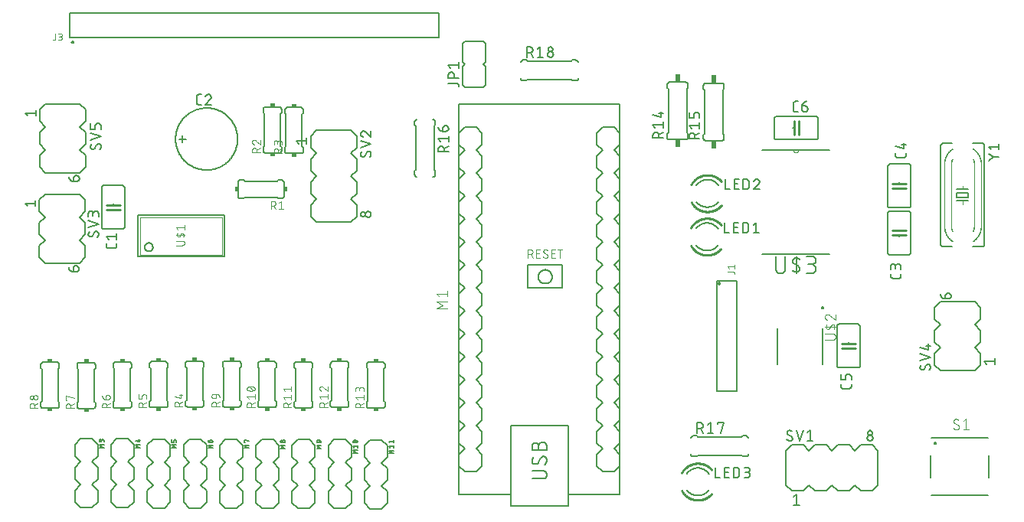
<source format=gbr>
G04 EAGLE Gerber RS-274X export*
G75*
%MOMM*%
%FSLAX34Y34*%
%LPD*%
%INSilkscreen Top*%
%IPPOS*%
%AMOC8*
5,1,8,0,0,1.08239X$1,22.5*%
G01*
%ADD10C,0.152400*%
%ADD11C,0.254000*%
%ADD12C,0.127000*%
%ADD13C,0.200000*%
%ADD14C,0.076200*%
%ADD15C,0.101600*%
%ADD16C,0.203200*%
%ADD17R,0.381000X0.508000*%
%ADD18R,0.508000X0.381000*%
%ADD19R,0.609600X0.863600*%
%ADD20C,0.050800*%
%ADD21C,0.000000*%
%ADD22C,0.005078*%


D10*
X89900Y323210D02*
X89900Y366390D01*
X115300Y366390D02*
X115300Y323210D01*
X112760Y368930D02*
X92440Y368930D01*
X92440Y320670D02*
X112760Y320670D01*
X89900Y366390D02*
X89902Y366490D01*
X89908Y366589D01*
X89918Y366689D01*
X89931Y366787D01*
X89949Y366886D01*
X89970Y366983D01*
X89995Y367079D01*
X90024Y367175D01*
X90057Y367269D01*
X90093Y367362D01*
X90133Y367453D01*
X90177Y367543D01*
X90224Y367631D01*
X90274Y367717D01*
X90328Y367801D01*
X90385Y367883D01*
X90445Y367962D01*
X90509Y368040D01*
X90575Y368114D01*
X90644Y368186D01*
X90716Y368255D01*
X90790Y368321D01*
X90868Y368385D01*
X90947Y368445D01*
X91029Y368502D01*
X91113Y368556D01*
X91199Y368606D01*
X91287Y368653D01*
X91377Y368697D01*
X91468Y368737D01*
X91561Y368773D01*
X91655Y368806D01*
X91751Y368835D01*
X91847Y368860D01*
X91944Y368881D01*
X92043Y368899D01*
X92141Y368912D01*
X92241Y368922D01*
X92340Y368928D01*
X92440Y368930D01*
X89900Y323210D02*
X89902Y323110D01*
X89908Y323011D01*
X89918Y322911D01*
X89931Y322813D01*
X89949Y322714D01*
X89970Y322617D01*
X89995Y322521D01*
X90024Y322425D01*
X90057Y322331D01*
X90093Y322238D01*
X90133Y322147D01*
X90177Y322057D01*
X90224Y321969D01*
X90274Y321883D01*
X90328Y321799D01*
X90385Y321717D01*
X90445Y321638D01*
X90509Y321560D01*
X90575Y321486D01*
X90644Y321414D01*
X90716Y321345D01*
X90790Y321279D01*
X90868Y321215D01*
X90947Y321155D01*
X91029Y321098D01*
X91113Y321044D01*
X91199Y320994D01*
X91287Y320947D01*
X91377Y320903D01*
X91468Y320863D01*
X91561Y320827D01*
X91655Y320794D01*
X91751Y320765D01*
X91847Y320740D01*
X91944Y320719D01*
X92043Y320701D01*
X92141Y320688D01*
X92241Y320678D01*
X92340Y320672D01*
X92440Y320670D01*
X115300Y366390D02*
X115298Y366490D01*
X115292Y366589D01*
X115282Y366689D01*
X115269Y366787D01*
X115251Y366886D01*
X115230Y366983D01*
X115205Y367079D01*
X115176Y367175D01*
X115143Y367269D01*
X115107Y367362D01*
X115067Y367453D01*
X115023Y367543D01*
X114976Y367631D01*
X114926Y367717D01*
X114872Y367801D01*
X114815Y367883D01*
X114755Y367962D01*
X114691Y368040D01*
X114625Y368114D01*
X114556Y368186D01*
X114484Y368255D01*
X114410Y368321D01*
X114332Y368385D01*
X114253Y368445D01*
X114171Y368502D01*
X114087Y368556D01*
X114001Y368606D01*
X113913Y368653D01*
X113823Y368697D01*
X113732Y368737D01*
X113639Y368773D01*
X113545Y368806D01*
X113449Y368835D01*
X113353Y368860D01*
X113256Y368881D01*
X113157Y368899D01*
X113059Y368912D01*
X112959Y368922D01*
X112860Y368928D01*
X112760Y368930D01*
X115300Y323210D02*
X115298Y323110D01*
X115292Y323011D01*
X115282Y322911D01*
X115269Y322813D01*
X115251Y322714D01*
X115230Y322617D01*
X115205Y322521D01*
X115176Y322425D01*
X115143Y322331D01*
X115107Y322238D01*
X115067Y322147D01*
X115023Y322057D01*
X114976Y321969D01*
X114926Y321883D01*
X114872Y321799D01*
X114815Y321717D01*
X114755Y321638D01*
X114691Y321560D01*
X114625Y321486D01*
X114556Y321414D01*
X114484Y321345D01*
X114410Y321279D01*
X114332Y321215D01*
X114253Y321155D01*
X114171Y321098D01*
X114087Y321044D01*
X114001Y320994D01*
X113913Y320947D01*
X113823Y320903D01*
X113732Y320863D01*
X113639Y320827D01*
X113545Y320794D01*
X113449Y320765D01*
X113353Y320740D01*
X113256Y320719D01*
X113157Y320701D01*
X113059Y320688D01*
X112959Y320678D01*
X112860Y320672D01*
X112760Y320670D01*
X102600Y347340D02*
X102600Y348610D01*
D11*
X102600Y347340D02*
X94980Y347340D01*
X102600Y347340D02*
X110220Y347340D01*
X102600Y342260D02*
X94980Y342260D01*
X102600Y342260D02*
X110220Y342260D01*
D10*
X102600Y342260D02*
X102600Y340990D01*
D12*
X106725Y304655D02*
X106725Y302115D01*
X106723Y302015D01*
X106717Y301916D01*
X106707Y301816D01*
X106694Y301718D01*
X106676Y301619D01*
X106655Y301522D01*
X106630Y301426D01*
X106601Y301330D01*
X106568Y301236D01*
X106532Y301143D01*
X106492Y301052D01*
X106448Y300962D01*
X106401Y300874D01*
X106351Y300788D01*
X106297Y300704D01*
X106240Y300622D01*
X106180Y300543D01*
X106116Y300465D01*
X106050Y300391D01*
X105981Y300319D01*
X105909Y300250D01*
X105835Y300184D01*
X105757Y300120D01*
X105678Y300060D01*
X105596Y300003D01*
X105512Y299949D01*
X105426Y299899D01*
X105338Y299852D01*
X105248Y299808D01*
X105157Y299768D01*
X105064Y299732D01*
X104970Y299699D01*
X104874Y299670D01*
X104778Y299645D01*
X104681Y299624D01*
X104582Y299606D01*
X104484Y299593D01*
X104384Y299583D01*
X104285Y299577D01*
X104185Y299575D01*
X97835Y299575D01*
X97735Y299577D01*
X97636Y299583D01*
X97536Y299593D01*
X97438Y299606D01*
X97339Y299624D01*
X97242Y299645D01*
X97146Y299670D01*
X97050Y299699D01*
X96956Y299732D01*
X96863Y299768D01*
X96772Y299808D01*
X96682Y299852D01*
X96594Y299899D01*
X96508Y299949D01*
X96424Y300003D01*
X96342Y300060D01*
X96263Y300120D01*
X96185Y300184D01*
X96111Y300250D01*
X96039Y300319D01*
X95970Y300391D01*
X95904Y300465D01*
X95840Y300543D01*
X95780Y300622D01*
X95723Y300704D01*
X95669Y300788D01*
X95619Y300874D01*
X95572Y300962D01*
X95528Y301052D01*
X95488Y301143D01*
X95452Y301236D01*
X95419Y301330D01*
X95390Y301426D01*
X95365Y301522D01*
X95344Y301619D01*
X95326Y301718D01*
X95313Y301816D01*
X95303Y301916D01*
X95297Y302015D01*
X95295Y302115D01*
X95295Y304655D01*
X97835Y309137D02*
X95295Y312312D01*
X106725Y312312D01*
X106725Y309137D02*
X106725Y315487D01*
D10*
X175520Y420100D02*
X183140Y420100D01*
X179330Y416290D02*
X179330Y423910D01*
X171710Y420100D02*
X171720Y420942D01*
X171751Y421783D01*
X171803Y422623D01*
X171875Y423461D01*
X171968Y424297D01*
X172081Y425131D01*
X172215Y425962D01*
X172369Y426790D01*
X172543Y427613D01*
X172738Y428432D01*
X172952Y429246D01*
X173187Y430054D01*
X173441Y430856D01*
X173714Y431652D01*
X174008Y432441D01*
X174320Y433222D01*
X174652Y433996D01*
X175002Y434761D01*
X175371Y435517D01*
X175759Y436264D01*
X176165Y437001D01*
X176588Y437729D01*
X177030Y438445D01*
X177489Y439151D01*
X177965Y439844D01*
X178458Y440527D01*
X178968Y441196D01*
X179493Y441853D01*
X180035Y442497D01*
X180593Y443128D01*
X181166Y443744D01*
X181753Y444347D01*
X182356Y444934D01*
X182972Y445507D01*
X183603Y446065D01*
X184247Y446607D01*
X184904Y447132D01*
X185573Y447642D01*
X186256Y448135D01*
X186949Y448611D01*
X187655Y449070D01*
X188371Y449512D01*
X189099Y449935D01*
X189836Y450341D01*
X190583Y450729D01*
X191339Y451098D01*
X192104Y451448D01*
X192878Y451780D01*
X193659Y452092D01*
X194448Y452386D01*
X195244Y452659D01*
X196046Y452913D01*
X196854Y453148D01*
X197668Y453362D01*
X198487Y453557D01*
X199310Y453731D01*
X200138Y453885D01*
X200969Y454019D01*
X201803Y454132D01*
X202639Y454225D01*
X203477Y454297D01*
X204317Y454349D01*
X205158Y454380D01*
X206000Y454390D01*
X206842Y454380D01*
X207683Y454349D01*
X208523Y454297D01*
X209361Y454225D01*
X210197Y454132D01*
X211031Y454019D01*
X211862Y453885D01*
X212690Y453731D01*
X213513Y453557D01*
X214332Y453362D01*
X215146Y453148D01*
X215954Y452913D01*
X216756Y452659D01*
X217552Y452386D01*
X218341Y452092D01*
X219122Y451780D01*
X219896Y451448D01*
X220661Y451098D01*
X221417Y450729D01*
X222164Y450341D01*
X222901Y449935D01*
X223629Y449512D01*
X224345Y449070D01*
X225051Y448611D01*
X225744Y448135D01*
X226427Y447642D01*
X227096Y447132D01*
X227753Y446607D01*
X228397Y446065D01*
X229028Y445507D01*
X229644Y444934D01*
X230247Y444347D01*
X230834Y443744D01*
X231407Y443128D01*
X231965Y442497D01*
X232507Y441853D01*
X233032Y441196D01*
X233542Y440527D01*
X234035Y439844D01*
X234511Y439151D01*
X234970Y438445D01*
X235412Y437729D01*
X235835Y437001D01*
X236241Y436264D01*
X236629Y435517D01*
X236998Y434761D01*
X237348Y433996D01*
X237680Y433222D01*
X237992Y432441D01*
X238286Y431652D01*
X238559Y430856D01*
X238813Y430054D01*
X239048Y429246D01*
X239262Y428432D01*
X239457Y427613D01*
X239631Y426790D01*
X239785Y425962D01*
X239919Y425131D01*
X240032Y424297D01*
X240125Y423461D01*
X240197Y422623D01*
X240249Y421783D01*
X240280Y420942D01*
X240290Y420100D01*
X240280Y419258D01*
X240249Y418417D01*
X240197Y417577D01*
X240125Y416739D01*
X240032Y415903D01*
X239919Y415069D01*
X239785Y414238D01*
X239631Y413410D01*
X239457Y412587D01*
X239262Y411768D01*
X239048Y410954D01*
X238813Y410146D01*
X238559Y409344D01*
X238286Y408548D01*
X237992Y407759D01*
X237680Y406978D01*
X237348Y406204D01*
X236998Y405439D01*
X236629Y404683D01*
X236241Y403936D01*
X235835Y403199D01*
X235412Y402471D01*
X234970Y401755D01*
X234511Y401049D01*
X234035Y400356D01*
X233542Y399673D01*
X233032Y399004D01*
X232507Y398347D01*
X231965Y397703D01*
X231407Y397072D01*
X230834Y396456D01*
X230247Y395853D01*
X229644Y395266D01*
X229028Y394693D01*
X228397Y394135D01*
X227753Y393593D01*
X227096Y393068D01*
X226427Y392558D01*
X225744Y392065D01*
X225051Y391589D01*
X224345Y391130D01*
X223629Y390688D01*
X222901Y390265D01*
X222164Y389859D01*
X221417Y389471D01*
X220661Y389102D01*
X219896Y388752D01*
X219122Y388420D01*
X218341Y388108D01*
X217552Y387814D01*
X216756Y387541D01*
X215954Y387287D01*
X215146Y387052D01*
X214332Y386838D01*
X213513Y386643D01*
X212690Y386469D01*
X211862Y386315D01*
X211031Y386181D01*
X210197Y386068D01*
X209361Y385975D01*
X208523Y385903D01*
X207683Y385851D01*
X206842Y385820D01*
X206000Y385810D01*
X205158Y385820D01*
X204317Y385851D01*
X203477Y385903D01*
X202639Y385975D01*
X201803Y386068D01*
X200969Y386181D01*
X200138Y386315D01*
X199310Y386469D01*
X198487Y386643D01*
X197668Y386838D01*
X196854Y387052D01*
X196046Y387287D01*
X195244Y387541D01*
X194448Y387814D01*
X193659Y388108D01*
X192878Y388420D01*
X192104Y388752D01*
X191339Y389102D01*
X190583Y389471D01*
X189836Y389859D01*
X189099Y390265D01*
X188371Y390688D01*
X187655Y391130D01*
X186949Y391589D01*
X186256Y392065D01*
X185573Y392558D01*
X184904Y393068D01*
X184247Y393593D01*
X183603Y394135D01*
X182972Y394693D01*
X182356Y395266D01*
X181753Y395853D01*
X181166Y396456D01*
X180593Y397072D01*
X180035Y397703D01*
X179493Y398347D01*
X178968Y399004D01*
X178458Y399673D01*
X177965Y400356D01*
X177489Y401049D01*
X177030Y401755D01*
X176588Y402471D01*
X176165Y403199D01*
X175759Y403936D01*
X175371Y404683D01*
X175002Y405439D01*
X174652Y406204D01*
X174320Y406978D01*
X174008Y407759D01*
X173714Y408548D01*
X173441Y409344D01*
X173187Y410146D01*
X172952Y410954D01*
X172738Y411768D01*
X172543Y412587D01*
X172369Y413410D01*
X172215Y414238D01*
X172081Y415069D01*
X171968Y415903D01*
X171875Y416739D01*
X171803Y417577D01*
X171751Y418417D01*
X171720Y419258D01*
X171710Y420100D01*
D12*
X197655Y458055D02*
X200195Y458055D01*
X197655Y458055D02*
X197555Y458057D01*
X197456Y458063D01*
X197356Y458073D01*
X197258Y458086D01*
X197159Y458104D01*
X197062Y458125D01*
X196966Y458150D01*
X196870Y458179D01*
X196776Y458212D01*
X196683Y458248D01*
X196592Y458288D01*
X196502Y458332D01*
X196414Y458379D01*
X196328Y458429D01*
X196244Y458483D01*
X196162Y458540D01*
X196083Y458600D01*
X196005Y458664D01*
X195931Y458730D01*
X195859Y458799D01*
X195790Y458871D01*
X195724Y458945D01*
X195660Y459023D01*
X195600Y459102D01*
X195543Y459184D01*
X195489Y459268D01*
X195439Y459354D01*
X195392Y459442D01*
X195348Y459532D01*
X195308Y459623D01*
X195272Y459716D01*
X195239Y459810D01*
X195210Y459906D01*
X195185Y460002D01*
X195164Y460099D01*
X195146Y460198D01*
X195133Y460296D01*
X195123Y460396D01*
X195117Y460495D01*
X195115Y460595D01*
X195115Y466945D01*
X195117Y467045D01*
X195123Y467144D01*
X195133Y467244D01*
X195146Y467342D01*
X195164Y467441D01*
X195185Y467538D01*
X195210Y467634D01*
X195239Y467730D01*
X195272Y467824D01*
X195308Y467917D01*
X195348Y468008D01*
X195392Y468098D01*
X195439Y468186D01*
X195489Y468272D01*
X195543Y468356D01*
X195600Y468438D01*
X195660Y468517D01*
X195724Y468595D01*
X195790Y468669D01*
X195859Y468741D01*
X195931Y468810D01*
X196005Y468876D01*
X196083Y468940D01*
X196162Y469000D01*
X196244Y469057D01*
X196328Y469111D01*
X196414Y469161D01*
X196502Y469208D01*
X196592Y469252D01*
X196683Y469292D01*
X196776Y469328D01*
X196870Y469361D01*
X196966Y469390D01*
X197062Y469415D01*
X197159Y469436D01*
X197258Y469454D01*
X197356Y469467D01*
X197456Y469477D01*
X197555Y469483D01*
X197655Y469485D01*
X200195Y469485D01*
X208170Y469486D02*
X208274Y469484D01*
X208379Y469478D01*
X208483Y469469D01*
X208586Y469456D01*
X208689Y469438D01*
X208791Y469418D01*
X208893Y469393D01*
X208993Y469365D01*
X209093Y469333D01*
X209191Y469297D01*
X209288Y469258D01*
X209383Y469216D01*
X209477Y469170D01*
X209569Y469120D01*
X209659Y469068D01*
X209747Y469012D01*
X209833Y468952D01*
X209917Y468890D01*
X209998Y468825D01*
X210077Y468757D01*
X210154Y468685D01*
X210227Y468612D01*
X210299Y468535D01*
X210367Y468456D01*
X210432Y468375D01*
X210494Y468291D01*
X210554Y468205D01*
X210610Y468117D01*
X210662Y468027D01*
X210712Y467935D01*
X210758Y467841D01*
X210800Y467746D01*
X210839Y467649D01*
X210875Y467551D01*
X210907Y467451D01*
X210935Y467351D01*
X210960Y467249D01*
X210980Y467147D01*
X210998Y467044D01*
X211011Y466941D01*
X211020Y466837D01*
X211026Y466732D01*
X211028Y466628D01*
X208170Y469485D02*
X208052Y469483D01*
X207933Y469477D01*
X207815Y469468D01*
X207698Y469455D01*
X207581Y469437D01*
X207464Y469417D01*
X207348Y469392D01*
X207233Y469364D01*
X207120Y469331D01*
X207007Y469296D01*
X206895Y469256D01*
X206785Y469214D01*
X206676Y469167D01*
X206568Y469117D01*
X206463Y469064D01*
X206359Y469007D01*
X206257Y468947D01*
X206157Y468884D01*
X206059Y468817D01*
X205963Y468748D01*
X205870Y468675D01*
X205779Y468599D01*
X205690Y468521D01*
X205604Y468439D01*
X205521Y468355D01*
X205440Y468269D01*
X205363Y468179D01*
X205288Y468088D01*
X205216Y467994D01*
X205147Y467897D01*
X205082Y467799D01*
X205019Y467698D01*
X204960Y467595D01*
X204904Y467491D01*
X204852Y467385D01*
X204803Y467277D01*
X204758Y467168D01*
X204716Y467057D01*
X204678Y466945D01*
X210075Y464406D02*
X210151Y464481D01*
X210226Y464560D01*
X210297Y464641D01*
X210366Y464725D01*
X210431Y464811D01*
X210493Y464899D01*
X210553Y464989D01*
X210609Y465081D01*
X210662Y465176D01*
X210711Y465272D01*
X210757Y465370D01*
X210800Y465469D01*
X210839Y465570D01*
X210874Y465672D01*
X210906Y465775D01*
X210934Y465879D01*
X210959Y465984D01*
X210980Y466091D01*
X210997Y466197D01*
X211010Y466304D01*
X211019Y466412D01*
X211025Y466520D01*
X211027Y466628D01*
X210075Y464405D02*
X204677Y458055D01*
X211027Y458055D01*
D10*
X958900Y337890D02*
X958900Y294710D01*
X984300Y294710D02*
X984300Y337890D01*
X981760Y340430D02*
X961440Y340430D01*
X961440Y292170D02*
X981760Y292170D01*
X958900Y337890D02*
X958902Y337990D01*
X958908Y338089D01*
X958918Y338189D01*
X958931Y338287D01*
X958949Y338386D01*
X958970Y338483D01*
X958995Y338579D01*
X959024Y338675D01*
X959057Y338769D01*
X959093Y338862D01*
X959133Y338953D01*
X959177Y339043D01*
X959224Y339131D01*
X959274Y339217D01*
X959328Y339301D01*
X959385Y339383D01*
X959445Y339462D01*
X959509Y339540D01*
X959575Y339614D01*
X959644Y339686D01*
X959716Y339755D01*
X959790Y339821D01*
X959868Y339885D01*
X959947Y339945D01*
X960029Y340002D01*
X960113Y340056D01*
X960199Y340106D01*
X960287Y340153D01*
X960377Y340197D01*
X960468Y340237D01*
X960561Y340273D01*
X960655Y340306D01*
X960751Y340335D01*
X960847Y340360D01*
X960944Y340381D01*
X961043Y340399D01*
X961141Y340412D01*
X961241Y340422D01*
X961340Y340428D01*
X961440Y340430D01*
X958900Y294710D02*
X958902Y294610D01*
X958908Y294511D01*
X958918Y294411D01*
X958931Y294313D01*
X958949Y294214D01*
X958970Y294117D01*
X958995Y294021D01*
X959024Y293925D01*
X959057Y293831D01*
X959093Y293738D01*
X959133Y293647D01*
X959177Y293557D01*
X959224Y293469D01*
X959274Y293383D01*
X959328Y293299D01*
X959385Y293217D01*
X959445Y293138D01*
X959509Y293060D01*
X959575Y292986D01*
X959644Y292914D01*
X959716Y292845D01*
X959790Y292779D01*
X959868Y292715D01*
X959947Y292655D01*
X960029Y292598D01*
X960113Y292544D01*
X960199Y292494D01*
X960287Y292447D01*
X960377Y292403D01*
X960468Y292363D01*
X960561Y292327D01*
X960655Y292294D01*
X960751Y292265D01*
X960847Y292240D01*
X960944Y292219D01*
X961043Y292201D01*
X961141Y292188D01*
X961241Y292178D01*
X961340Y292172D01*
X961440Y292170D01*
X984300Y337890D02*
X984298Y337990D01*
X984292Y338089D01*
X984282Y338189D01*
X984269Y338287D01*
X984251Y338386D01*
X984230Y338483D01*
X984205Y338579D01*
X984176Y338675D01*
X984143Y338769D01*
X984107Y338862D01*
X984067Y338953D01*
X984023Y339043D01*
X983976Y339131D01*
X983926Y339217D01*
X983872Y339301D01*
X983815Y339383D01*
X983755Y339462D01*
X983691Y339540D01*
X983625Y339614D01*
X983556Y339686D01*
X983484Y339755D01*
X983410Y339821D01*
X983332Y339885D01*
X983253Y339945D01*
X983171Y340002D01*
X983087Y340056D01*
X983001Y340106D01*
X982913Y340153D01*
X982823Y340197D01*
X982732Y340237D01*
X982639Y340273D01*
X982545Y340306D01*
X982449Y340335D01*
X982353Y340360D01*
X982256Y340381D01*
X982157Y340399D01*
X982059Y340412D01*
X981959Y340422D01*
X981860Y340428D01*
X981760Y340430D01*
X984300Y294710D02*
X984298Y294610D01*
X984292Y294511D01*
X984282Y294411D01*
X984269Y294313D01*
X984251Y294214D01*
X984230Y294117D01*
X984205Y294021D01*
X984176Y293925D01*
X984143Y293831D01*
X984107Y293738D01*
X984067Y293647D01*
X984023Y293557D01*
X983976Y293469D01*
X983926Y293383D01*
X983872Y293299D01*
X983815Y293217D01*
X983755Y293138D01*
X983691Y293060D01*
X983625Y292986D01*
X983556Y292914D01*
X983484Y292845D01*
X983410Y292779D01*
X983332Y292715D01*
X983253Y292655D01*
X983171Y292598D01*
X983087Y292544D01*
X983001Y292494D01*
X982913Y292447D01*
X982823Y292403D01*
X982732Y292363D01*
X982639Y292327D01*
X982545Y292294D01*
X982449Y292265D01*
X982353Y292240D01*
X982256Y292219D01*
X982157Y292201D01*
X982059Y292188D01*
X981959Y292178D01*
X981860Y292172D01*
X981760Y292170D01*
X971600Y318840D02*
X971600Y320110D01*
D11*
X971600Y318840D02*
X963980Y318840D01*
X971600Y318840D02*
X979220Y318840D01*
X971600Y313760D02*
X963980Y313760D01*
X971600Y313760D02*
X979220Y313760D01*
D10*
X971600Y313760D02*
X971600Y312490D01*
D12*
X973725Y271155D02*
X973725Y268615D01*
X973723Y268515D01*
X973717Y268416D01*
X973707Y268316D01*
X973694Y268218D01*
X973676Y268119D01*
X973655Y268022D01*
X973630Y267926D01*
X973601Y267830D01*
X973568Y267736D01*
X973532Y267643D01*
X973492Y267552D01*
X973448Y267462D01*
X973401Y267374D01*
X973351Y267288D01*
X973297Y267204D01*
X973240Y267122D01*
X973180Y267043D01*
X973116Y266965D01*
X973050Y266891D01*
X972981Y266819D01*
X972909Y266750D01*
X972835Y266684D01*
X972757Y266620D01*
X972678Y266560D01*
X972596Y266503D01*
X972512Y266449D01*
X972426Y266399D01*
X972338Y266352D01*
X972248Y266308D01*
X972157Y266268D01*
X972064Y266232D01*
X971970Y266199D01*
X971874Y266170D01*
X971778Y266145D01*
X971681Y266124D01*
X971582Y266106D01*
X971484Y266093D01*
X971384Y266083D01*
X971285Y266077D01*
X971185Y266075D01*
X964835Y266075D01*
X964735Y266077D01*
X964636Y266083D01*
X964536Y266093D01*
X964438Y266106D01*
X964339Y266124D01*
X964242Y266145D01*
X964146Y266170D01*
X964050Y266199D01*
X963956Y266232D01*
X963863Y266268D01*
X963772Y266308D01*
X963682Y266352D01*
X963594Y266399D01*
X963508Y266449D01*
X963424Y266503D01*
X963342Y266560D01*
X963263Y266620D01*
X963185Y266684D01*
X963111Y266750D01*
X963039Y266819D01*
X962970Y266891D01*
X962904Y266965D01*
X962840Y267043D01*
X962780Y267122D01*
X962723Y267204D01*
X962669Y267288D01*
X962619Y267374D01*
X962572Y267462D01*
X962528Y267552D01*
X962488Y267643D01*
X962452Y267736D01*
X962419Y267830D01*
X962390Y267926D01*
X962365Y268022D01*
X962344Y268119D01*
X962326Y268218D01*
X962313Y268316D01*
X962303Y268416D01*
X962297Y268515D01*
X962295Y268615D01*
X962295Y271155D01*
X973725Y275637D02*
X973725Y278812D01*
X973723Y278923D01*
X973717Y279033D01*
X973708Y279144D01*
X973694Y279254D01*
X973677Y279363D01*
X973656Y279472D01*
X973631Y279580D01*
X973602Y279687D01*
X973570Y279793D01*
X973534Y279898D01*
X973494Y280001D01*
X973451Y280103D01*
X973404Y280204D01*
X973353Y280303D01*
X973300Y280400D01*
X973243Y280494D01*
X973182Y280587D01*
X973119Y280678D01*
X973052Y280767D01*
X972982Y280853D01*
X972909Y280936D01*
X972834Y281018D01*
X972756Y281096D01*
X972674Y281171D01*
X972591Y281244D01*
X972505Y281314D01*
X972416Y281381D01*
X972325Y281444D01*
X972232Y281505D01*
X972138Y281562D01*
X972041Y281615D01*
X971942Y281666D01*
X971841Y281713D01*
X971739Y281756D01*
X971636Y281796D01*
X971531Y281832D01*
X971425Y281864D01*
X971318Y281893D01*
X971210Y281918D01*
X971101Y281939D01*
X970992Y281956D01*
X970882Y281970D01*
X970771Y281979D01*
X970661Y281985D01*
X970550Y281987D01*
X970439Y281985D01*
X970329Y281979D01*
X970218Y281970D01*
X970108Y281956D01*
X969999Y281939D01*
X969890Y281918D01*
X969782Y281893D01*
X969675Y281864D01*
X969569Y281832D01*
X969464Y281796D01*
X969361Y281756D01*
X969259Y281713D01*
X969158Y281666D01*
X969059Y281615D01*
X968963Y281562D01*
X968868Y281505D01*
X968775Y281444D01*
X968684Y281381D01*
X968595Y281314D01*
X968509Y281244D01*
X968426Y281171D01*
X968344Y281096D01*
X968266Y281018D01*
X968191Y280936D01*
X968118Y280853D01*
X968048Y280767D01*
X967981Y280678D01*
X967918Y280587D01*
X967857Y280494D01*
X967800Y280400D01*
X967747Y280303D01*
X967696Y280204D01*
X967649Y280103D01*
X967606Y280001D01*
X967566Y279898D01*
X967530Y279793D01*
X967498Y279687D01*
X967469Y279580D01*
X967444Y279472D01*
X967423Y279363D01*
X967406Y279254D01*
X967392Y279144D01*
X967383Y279033D01*
X967377Y278923D01*
X967375Y278812D01*
X962295Y279447D02*
X962295Y275637D01*
X962295Y279447D02*
X962297Y279547D01*
X962303Y279646D01*
X962313Y279746D01*
X962326Y279844D01*
X962344Y279943D01*
X962365Y280040D01*
X962390Y280136D01*
X962419Y280232D01*
X962452Y280326D01*
X962488Y280419D01*
X962528Y280510D01*
X962572Y280600D01*
X962619Y280688D01*
X962669Y280774D01*
X962723Y280858D01*
X962780Y280940D01*
X962840Y281019D01*
X962904Y281097D01*
X962970Y281171D01*
X963039Y281243D01*
X963111Y281312D01*
X963185Y281378D01*
X963263Y281442D01*
X963342Y281502D01*
X963424Y281559D01*
X963508Y281613D01*
X963594Y281663D01*
X963682Y281710D01*
X963772Y281754D01*
X963863Y281794D01*
X963956Y281830D01*
X964050Y281863D01*
X964146Y281892D01*
X964242Y281917D01*
X964339Y281938D01*
X964438Y281956D01*
X964536Y281969D01*
X964636Y281979D01*
X964735Y281985D01*
X964835Y281987D01*
X964935Y281985D01*
X965034Y281979D01*
X965134Y281969D01*
X965232Y281956D01*
X965331Y281938D01*
X965428Y281917D01*
X965524Y281892D01*
X965620Y281863D01*
X965714Y281830D01*
X965807Y281794D01*
X965898Y281754D01*
X965988Y281710D01*
X966076Y281663D01*
X966162Y281613D01*
X966246Y281559D01*
X966328Y281502D01*
X966407Y281442D01*
X966485Y281378D01*
X966559Y281312D01*
X966631Y281243D01*
X966700Y281171D01*
X966766Y281097D01*
X966830Y281019D01*
X966890Y280940D01*
X966947Y280858D01*
X967001Y280774D01*
X967051Y280688D01*
X967098Y280600D01*
X967142Y280510D01*
X967182Y280419D01*
X967218Y280326D01*
X967251Y280232D01*
X967280Y280136D01*
X967305Y280040D01*
X967326Y279943D01*
X967344Y279844D01*
X967357Y279746D01*
X967367Y279646D01*
X967373Y279547D01*
X967375Y279447D01*
X967375Y276907D01*
D10*
X984400Y346810D02*
X984400Y389990D01*
X959000Y389990D02*
X959000Y346810D01*
X961540Y344270D02*
X981860Y344270D01*
X981860Y392530D02*
X961540Y392530D01*
X984400Y346810D02*
X984398Y346710D01*
X984392Y346611D01*
X984382Y346511D01*
X984369Y346413D01*
X984351Y346314D01*
X984330Y346217D01*
X984305Y346121D01*
X984276Y346025D01*
X984243Y345931D01*
X984207Y345838D01*
X984167Y345747D01*
X984123Y345657D01*
X984076Y345569D01*
X984026Y345483D01*
X983972Y345399D01*
X983915Y345317D01*
X983855Y345238D01*
X983791Y345160D01*
X983725Y345086D01*
X983656Y345014D01*
X983584Y344945D01*
X983510Y344879D01*
X983432Y344815D01*
X983353Y344755D01*
X983271Y344698D01*
X983187Y344644D01*
X983101Y344594D01*
X983013Y344547D01*
X982923Y344503D01*
X982832Y344463D01*
X982739Y344427D01*
X982645Y344394D01*
X982549Y344365D01*
X982453Y344340D01*
X982356Y344319D01*
X982257Y344301D01*
X982159Y344288D01*
X982059Y344278D01*
X981960Y344272D01*
X981860Y344270D01*
X984400Y389990D02*
X984398Y390090D01*
X984392Y390189D01*
X984382Y390289D01*
X984369Y390387D01*
X984351Y390486D01*
X984330Y390583D01*
X984305Y390679D01*
X984276Y390775D01*
X984243Y390869D01*
X984207Y390962D01*
X984167Y391053D01*
X984123Y391143D01*
X984076Y391231D01*
X984026Y391317D01*
X983972Y391401D01*
X983915Y391483D01*
X983855Y391562D01*
X983791Y391640D01*
X983725Y391714D01*
X983656Y391786D01*
X983584Y391855D01*
X983510Y391921D01*
X983432Y391985D01*
X983353Y392045D01*
X983271Y392102D01*
X983187Y392156D01*
X983101Y392206D01*
X983013Y392253D01*
X982923Y392297D01*
X982832Y392337D01*
X982739Y392373D01*
X982645Y392406D01*
X982549Y392435D01*
X982453Y392460D01*
X982356Y392481D01*
X982257Y392499D01*
X982159Y392512D01*
X982059Y392522D01*
X981960Y392528D01*
X981860Y392530D01*
X959000Y346810D02*
X959002Y346710D01*
X959008Y346611D01*
X959018Y346511D01*
X959031Y346413D01*
X959049Y346314D01*
X959070Y346217D01*
X959095Y346121D01*
X959124Y346025D01*
X959157Y345931D01*
X959193Y345838D01*
X959233Y345747D01*
X959277Y345657D01*
X959324Y345569D01*
X959374Y345483D01*
X959428Y345399D01*
X959485Y345317D01*
X959545Y345238D01*
X959609Y345160D01*
X959675Y345086D01*
X959744Y345014D01*
X959816Y344945D01*
X959890Y344879D01*
X959968Y344815D01*
X960047Y344755D01*
X960129Y344698D01*
X960213Y344644D01*
X960299Y344594D01*
X960387Y344547D01*
X960477Y344503D01*
X960568Y344463D01*
X960661Y344427D01*
X960755Y344394D01*
X960851Y344365D01*
X960947Y344340D01*
X961044Y344319D01*
X961143Y344301D01*
X961241Y344288D01*
X961341Y344278D01*
X961440Y344272D01*
X961540Y344270D01*
X959000Y389990D02*
X959002Y390090D01*
X959008Y390189D01*
X959018Y390289D01*
X959031Y390387D01*
X959049Y390486D01*
X959070Y390583D01*
X959095Y390679D01*
X959124Y390775D01*
X959157Y390869D01*
X959193Y390962D01*
X959233Y391053D01*
X959277Y391143D01*
X959324Y391231D01*
X959374Y391317D01*
X959428Y391401D01*
X959485Y391483D01*
X959545Y391562D01*
X959609Y391640D01*
X959675Y391714D01*
X959744Y391786D01*
X959816Y391855D01*
X959890Y391921D01*
X959968Y391985D01*
X960047Y392045D01*
X960129Y392102D01*
X960213Y392156D01*
X960299Y392206D01*
X960387Y392253D01*
X960477Y392297D01*
X960568Y392337D01*
X960661Y392373D01*
X960755Y392406D01*
X960851Y392435D01*
X960947Y392460D01*
X961044Y392481D01*
X961143Y392499D01*
X961241Y392512D01*
X961341Y392522D01*
X961440Y392528D01*
X961540Y392530D01*
X971700Y365860D02*
X971700Y364590D01*
D11*
X971700Y365860D02*
X979320Y365860D01*
X971700Y365860D02*
X964080Y365860D01*
X971700Y370940D02*
X979320Y370940D01*
X971700Y370940D02*
X964080Y370940D01*
D10*
X971700Y370940D02*
X971700Y372210D01*
D12*
X979005Y402253D02*
X979005Y404793D01*
X979005Y402253D02*
X979003Y402153D01*
X978997Y402054D01*
X978987Y401954D01*
X978974Y401856D01*
X978956Y401757D01*
X978935Y401660D01*
X978910Y401564D01*
X978881Y401468D01*
X978848Y401374D01*
X978812Y401281D01*
X978772Y401190D01*
X978728Y401100D01*
X978681Y401012D01*
X978631Y400926D01*
X978577Y400842D01*
X978520Y400760D01*
X978460Y400681D01*
X978396Y400603D01*
X978330Y400529D01*
X978261Y400457D01*
X978189Y400388D01*
X978115Y400322D01*
X978037Y400258D01*
X977958Y400198D01*
X977876Y400141D01*
X977792Y400087D01*
X977706Y400037D01*
X977618Y399990D01*
X977528Y399946D01*
X977437Y399906D01*
X977344Y399870D01*
X977250Y399837D01*
X977154Y399808D01*
X977058Y399783D01*
X976961Y399762D01*
X976862Y399744D01*
X976764Y399731D01*
X976664Y399721D01*
X976565Y399715D01*
X976465Y399713D01*
X970115Y399713D01*
X970015Y399715D01*
X969916Y399721D01*
X969816Y399731D01*
X969718Y399744D01*
X969619Y399762D01*
X969522Y399783D01*
X969426Y399808D01*
X969330Y399837D01*
X969236Y399870D01*
X969143Y399906D01*
X969052Y399946D01*
X968962Y399990D01*
X968874Y400037D01*
X968788Y400087D01*
X968704Y400141D01*
X968622Y400198D01*
X968543Y400258D01*
X968465Y400322D01*
X968391Y400388D01*
X968319Y400457D01*
X968250Y400529D01*
X968184Y400603D01*
X968120Y400681D01*
X968060Y400760D01*
X968003Y400842D01*
X967949Y400926D01*
X967899Y401012D01*
X967852Y401100D01*
X967808Y401190D01*
X967768Y401281D01*
X967732Y401374D01*
X967699Y401468D01*
X967670Y401564D01*
X967645Y401660D01*
X967624Y401757D01*
X967606Y401856D01*
X967593Y401954D01*
X967583Y402054D01*
X967577Y402153D01*
X967575Y402253D01*
X967575Y404793D01*
X967575Y411815D02*
X976465Y409275D01*
X976465Y415625D01*
X973925Y413720D02*
X979005Y413720D01*
D10*
X902900Y212890D02*
X902900Y169710D01*
X928300Y169710D02*
X928300Y212890D01*
X925760Y215430D02*
X905440Y215430D01*
X905440Y167170D02*
X925760Y167170D01*
X902900Y212890D02*
X902902Y212990D01*
X902908Y213089D01*
X902918Y213189D01*
X902931Y213287D01*
X902949Y213386D01*
X902970Y213483D01*
X902995Y213579D01*
X903024Y213675D01*
X903057Y213769D01*
X903093Y213862D01*
X903133Y213953D01*
X903177Y214043D01*
X903224Y214131D01*
X903274Y214217D01*
X903328Y214301D01*
X903385Y214383D01*
X903445Y214462D01*
X903509Y214540D01*
X903575Y214614D01*
X903644Y214686D01*
X903716Y214755D01*
X903790Y214821D01*
X903868Y214885D01*
X903947Y214945D01*
X904029Y215002D01*
X904113Y215056D01*
X904199Y215106D01*
X904287Y215153D01*
X904377Y215197D01*
X904468Y215237D01*
X904561Y215273D01*
X904655Y215306D01*
X904751Y215335D01*
X904847Y215360D01*
X904944Y215381D01*
X905043Y215399D01*
X905141Y215412D01*
X905241Y215422D01*
X905340Y215428D01*
X905440Y215430D01*
X902900Y169710D02*
X902902Y169610D01*
X902908Y169511D01*
X902918Y169411D01*
X902931Y169313D01*
X902949Y169214D01*
X902970Y169117D01*
X902995Y169021D01*
X903024Y168925D01*
X903057Y168831D01*
X903093Y168738D01*
X903133Y168647D01*
X903177Y168557D01*
X903224Y168469D01*
X903274Y168383D01*
X903328Y168299D01*
X903385Y168217D01*
X903445Y168138D01*
X903509Y168060D01*
X903575Y167986D01*
X903644Y167914D01*
X903716Y167845D01*
X903790Y167779D01*
X903868Y167715D01*
X903947Y167655D01*
X904029Y167598D01*
X904113Y167544D01*
X904199Y167494D01*
X904287Y167447D01*
X904377Y167403D01*
X904468Y167363D01*
X904561Y167327D01*
X904655Y167294D01*
X904751Y167265D01*
X904847Y167240D01*
X904944Y167219D01*
X905043Y167201D01*
X905141Y167188D01*
X905241Y167178D01*
X905340Y167172D01*
X905440Y167170D01*
X928300Y212890D02*
X928298Y212990D01*
X928292Y213089D01*
X928282Y213189D01*
X928269Y213287D01*
X928251Y213386D01*
X928230Y213483D01*
X928205Y213579D01*
X928176Y213675D01*
X928143Y213769D01*
X928107Y213862D01*
X928067Y213953D01*
X928023Y214043D01*
X927976Y214131D01*
X927926Y214217D01*
X927872Y214301D01*
X927815Y214383D01*
X927755Y214462D01*
X927691Y214540D01*
X927625Y214614D01*
X927556Y214686D01*
X927484Y214755D01*
X927410Y214821D01*
X927332Y214885D01*
X927253Y214945D01*
X927171Y215002D01*
X927087Y215056D01*
X927001Y215106D01*
X926913Y215153D01*
X926823Y215197D01*
X926732Y215237D01*
X926639Y215273D01*
X926545Y215306D01*
X926449Y215335D01*
X926353Y215360D01*
X926256Y215381D01*
X926157Y215399D01*
X926059Y215412D01*
X925959Y215422D01*
X925860Y215428D01*
X925760Y215430D01*
X928300Y169710D02*
X928298Y169610D01*
X928292Y169511D01*
X928282Y169411D01*
X928269Y169313D01*
X928251Y169214D01*
X928230Y169117D01*
X928205Y169021D01*
X928176Y168925D01*
X928143Y168831D01*
X928107Y168738D01*
X928067Y168647D01*
X928023Y168557D01*
X927976Y168469D01*
X927926Y168383D01*
X927872Y168299D01*
X927815Y168217D01*
X927755Y168138D01*
X927691Y168060D01*
X927625Y167986D01*
X927556Y167914D01*
X927484Y167845D01*
X927410Y167779D01*
X927332Y167715D01*
X927253Y167655D01*
X927171Y167598D01*
X927087Y167544D01*
X927001Y167494D01*
X926913Y167447D01*
X926823Y167403D01*
X926732Y167363D01*
X926639Y167327D01*
X926545Y167294D01*
X926449Y167265D01*
X926353Y167240D01*
X926256Y167219D01*
X926157Y167201D01*
X926059Y167188D01*
X925959Y167178D01*
X925860Y167172D01*
X925760Y167170D01*
X915600Y193840D02*
X915600Y195110D01*
D11*
X915600Y193840D02*
X907980Y193840D01*
X915600Y193840D02*
X923220Y193840D01*
X915600Y188760D02*
X907980Y188760D01*
X915600Y188760D02*
X923220Y188760D01*
D10*
X915600Y188760D02*
X915600Y187490D01*
D12*
X918725Y149155D02*
X918725Y146615D01*
X918723Y146515D01*
X918717Y146416D01*
X918707Y146316D01*
X918694Y146218D01*
X918676Y146119D01*
X918655Y146022D01*
X918630Y145926D01*
X918601Y145830D01*
X918568Y145736D01*
X918532Y145643D01*
X918492Y145552D01*
X918448Y145462D01*
X918401Y145374D01*
X918351Y145288D01*
X918297Y145204D01*
X918240Y145122D01*
X918180Y145043D01*
X918116Y144965D01*
X918050Y144891D01*
X917981Y144819D01*
X917909Y144750D01*
X917835Y144684D01*
X917757Y144620D01*
X917678Y144560D01*
X917596Y144503D01*
X917512Y144449D01*
X917426Y144399D01*
X917338Y144352D01*
X917248Y144308D01*
X917157Y144268D01*
X917064Y144232D01*
X916970Y144199D01*
X916874Y144170D01*
X916778Y144145D01*
X916681Y144124D01*
X916582Y144106D01*
X916484Y144093D01*
X916384Y144083D01*
X916285Y144077D01*
X916185Y144075D01*
X909835Y144075D01*
X909735Y144077D01*
X909636Y144083D01*
X909536Y144093D01*
X909438Y144106D01*
X909339Y144124D01*
X909242Y144145D01*
X909146Y144170D01*
X909050Y144199D01*
X908956Y144232D01*
X908863Y144268D01*
X908772Y144308D01*
X908682Y144352D01*
X908594Y144399D01*
X908508Y144449D01*
X908424Y144503D01*
X908342Y144560D01*
X908263Y144620D01*
X908185Y144684D01*
X908111Y144750D01*
X908039Y144819D01*
X907970Y144891D01*
X907904Y144965D01*
X907840Y145043D01*
X907780Y145122D01*
X907723Y145204D01*
X907669Y145288D01*
X907619Y145374D01*
X907572Y145462D01*
X907528Y145552D01*
X907488Y145643D01*
X907452Y145736D01*
X907419Y145830D01*
X907390Y145926D01*
X907365Y146022D01*
X907344Y146119D01*
X907326Y146218D01*
X907313Y146316D01*
X907303Y146416D01*
X907297Y146515D01*
X907295Y146615D01*
X907295Y149155D01*
X918725Y153637D02*
X918725Y157447D01*
X918723Y157547D01*
X918717Y157646D01*
X918707Y157746D01*
X918694Y157844D01*
X918676Y157943D01*
X918655Y158040D01*
X918630Y158136D01*
X918601Y158232D01*
X918568Y158326D01*
X918532Y158419D01*
X918492Y158510D01*
X918448Y158600D01*
X918401Y158688D01*
X918351Y158774D01*
X918297Y158858D01*
X918240Y158940D01*
X918180Y159019D01*
X918116Y159097D01*
X918050Y159171D01*
X917981Y159243D01*
X917909Y159312D01*
X917835Y159378D01*
X917757Y159442D01*
X917678Y159502D01*
X917596Y159559D01*
X917512Y159613D01*
X917426Y159663D01*
X917338Y159710D01*
X917248Y159754D01*
X917157Y159794D01*
X917064Y159830D01*
X916970Y159863D01*
X916874Y159892D01*
X916778Y159917D01*
X916681Y159938D01*
X916582Y159956D01*
X916484Y159969D01*
X916384Y159979D01*
X916285Y159985D01*
X916185Y159987D01*
X914915Y159987D01*
X914815Y159985D01*
X914716Y159979D01*
X914616Y159969D01*
X914518Y159956D01*
X914419Y159938D01*
X914322Y159917D01*
X914226Y159892D01*
X914130Y159863D01*
X914036Y159830D01*
X913943Y159794D01*
X913852Y159754D01*
X913762Y159710D01*
X913674Y159663D01*
X913588Y159613D01*
X913504Y159559D01*
X913422Y159502D01*
X913343Y159442D01*
X913265Y159378D01*
X913191Y159312D01*
X913119Y159243D01*
X913050Y159171D01*
X912984Y159097D01*
X912920Y159019D01*
X912860Y158940D01*
X912803Y158858D01*
X912749Y158774D01*
X912699Y158688D01*
X912652Y158600D01*
X912608Y158510D01*
X912568Y158419D01*
X912532Y158326D01*
X912499Y158232D01*
X912470Y158136D01*
X912445Y158040D01*
X912424Y157943D01*
X912406Y157844D01*
X912393Y157746D01*
X912383Y157646D01*
X912377Y157547D01*
X912375Y157447D01*
X912375Y153637D01*
X907295Y153637D01*
X907295Y159987D01*
D10*
X879390Y445100D02*
X836210Y445100D01*
X836210Y419700D02*
X879390Y419700D01*
X881930Y422240D02*
X881930Y442560D01*
X833670Y442560D02*
X833670Y422240D01*
X879390Y445100D02*
X879490Y445098D01*
X879589Y445092D01*
X879689Y445082D01*
X879787Y445069D01*
X879886Y445051D01*
X879983Y445030D01*
X880079Y445005D01*
X880175Y444976D01*
X880269Y444943D01*
X880362Y444907D01*
X880453Y444867D01*
X880543Y444823D01*
X880631Y444776D01*
X880717Y444726D01*
X880801Y444672D01*
X880883Y444615D01*
X880962Y444555D01*
X881040Y444491D01*
X881114Y444425D01*
X881186Y444356D01*
X881255Y444284D01*
X881321Y444210D01*
X881385Y444132D01*
X881445Y444053D01*
X881502Y443971D01*
X881556Y443887D01*
X881606Y443801D01*
X881653Y443713D01*
X881697Y443623D01*
X881737Y443532D01*
X881773Y443439D01*
X881806Y443345D01*
X881835Y443249D01*
X881860Y443153D01*
X881881Y443056D01*
X881899Y442957D01*
X881912Y442859D01*
X881922Y442759D01*
X881928Y442660D01*
X881930Y442560D01*
X836210Y445100D02*
X836110Y445098D01*
X836011Y445092D01*
X835911Y445082D01*
X835813Y445069D01*
X835714Y445051D01*
X835617Y445030D01*
X835521Y445005D01*
X835425Y444976D01*
X835331Y444943D01*
X835238Y444907D01*
X835147Y444867D01*
X835057Y444823D01*
X834969Y444776D01*
X834883Y444726D01*
X834799Y444672D01*
X834717Y444615D01*
X834638Y444555D01*
X834560Y444491D01*
X834486Y444425D01*
X834414Y444356D01*
X834345Y444284D01*
X834279Y444210D01*
X834215Y444132D01*
X834155Y444053D01*
X834098Y443971D01*
X834044Y443887D01*
X833994Y443801D01*
X833947Y443713D01*
X833903Y443623D01*
X833863Y443532D01*
X833827Y443439D01*
X833794Y443345D01*
X833765Y443249D01*
X833740Y443153D01*
X833719Y443056D01*
X833701Y442957D01*
X833688Y442859D01*
X833678Y442759D01*
X833672Y442660D01*
X833670Y442560D01*
X879390Y419700D02*
X879490Y419702D01*
X879589Y419708D01*
X879689Y419718D01*
X879787Y419731D01*
X879886Y419749D01*
X879983Y419770D01*
X880079Y419795D01*
X880175Y419824D01*
X880269Y419857D01*
X880362Y419893D01*
X880453Y419933D01*
X880543Y419977D01*
X880631Y420024D01*
X880717Y420074D01*
X880801Y420128D01*
X880883Y420185D01*
X880962Y420245D01*
X881040Y420309D01*
X881114Y420375D01*
X881186Y420444D01*
X881255Y420516D01*
X881321Y420590D01*
X881385Y420668D01*
X881445Y420747D01*
X881502Y420829D01*
X881556Y420913D01*
X881606Y420999D01*
X881653Y421087D01*
X881697Y421177D01*
X881737Y421268D01*
X881773Y421361D01*
X881806Y421455D01*
X881835Y421551D01*
X881860Y421647D01*
X881881Y421744D01*
X881899Y421843D01*
X881912Y421941D01*
X881922Y422041D01*
X881928Y422140D01*
X881930Y422240D01*
X836210Y419700D02*
X836110Y419702D01*
X836011Y419708D01*
X835911Y419718D01*
X835813Y419731D01*
X835714Y419749D01*
X835617Y419770D01*
X835521Y419795D01*
X835425Y419824D01*
X835331Y419857D01*
X835238Y419893D01*
X835147Y419933D01*
X835057Y419977D01*
X834969Y420024D01*
X834883Y420074D01*
X834799Y420128D01*
X834717Y420185D01*
X834638Y420245D01*
X834560Y420309D01*
X834486Y420375D01*
X834414Y420444D01*
X834345Y420516D01*
X834279Y420590D01*
X834215Y420668D01*
X834155Y420747D01*
X834098Y420829D01*
X834044Y420913D01*
X833994Y420999D01*
X833947Y421087D01*
X833903Y421177D01*
X833863Y421268D01*
X833827Y421361D01*
X833794Y421455D01*
X833765Y421551D01*
X833740Y421647D01*
X833719Y421744D01*
X833701Y421843D01*
X833688Y421941D01*
X833678Y422041D01*
X833672Y422140D01*
X833670Y422240D01*
X860340Y432400D02*
X861610Y432400D01*
D11*
X860340Y432400D02*
X860340Y440020D01*
X860340Y432400D02*
X860340Y424780D01*
X855260Y432400D02*
X855260Y440020D01*
X855260Y432400D02*
X855260Y424780D01*
D10*
X855260Y432400D02*
X853990Y432400D01*
D12*
X857115Y450275D02*
X859655Y450275D01*
X857115Y450275D02*
X857015Y450277D01*
X856916Y450283D01*
X856816Y450293D01*
X856718Y450306D01*
X856619Y450324D01*
X856522Y450345D01*
X856426Y450370D01*
X856330Y450399D01*
X856236Y450432D01*
X856143Y450468D01*
X856052Y450508D01*
X855962Y450552D01*
X855874Y450599D01*
X855788Y450649D01*
X855704Y450703D01*
X855622Y450760D01*
X855543Y450820D01*
X855465Y450884D01*
X855391Y450950D01*
X855319Y451019D01*
X855250Y451091D01*
X855184Y451165D01*
X855120Y451243D01*
X855060Y451322D01*
X855003Y451404D01*
X854949Y451488D01*
X854899Y451574D01*
X854852Y451662D01*
X854808Y451752D01*
X854768Y451843D01*
X854732Y451936D01*
X854699Y452030D01*
X854670Y452126D01*
X854645Y452222D01*
X854624Y452319D01*
X854606Y452418D01*
X854593Y452516D01*
X854583Y452616D01*
X854577Y452715D01*
X854575Y452815D01*
X854575Y459165D01*
X854577Y459265D01*
X854583Y459364D01*
X854593Y459464D01*
X854606Y459562D01*
X854624Y459661D01*
X854645Y459758D01*
X854670Y459854D01*
X854699Y459950D01*
X854732Y460044D01*
X854768Y460137D01*
X854808Y460228D01*
X854852Y460318D01*
X854899Y460406D01*
X854949Y460492D01*
X855003Y460576D01*
X855060Y460658D01*
X855120Y460737D01*
X855184Y460815D01*
X855250Y460889D01*
X855319Y460961D01*
X855391Y461030D01*
X855465Y461096D01*
X855543Y461160D01*
X855622Y461220D01*
X855704Y461277D01*
X855788Y461331D01*
X855874Y461381D01*
X855962Y461428D01*
X856052Y461472D01*
X856143Y461512D01*
X856236Y461548D01*
X856330Y461581D01*
X856426Y461610D01*
X856522Y461635D01*
X856619Y461656D01*
X856718Y461674D01*
X856816Y461687D01*
X856916Y461697D01*
X857015Y461703D01*
X857115Y461705D01*
X859655Y461705D01*
X864137Y456625D02*
X867947Y456625D01*
X868047Y456623D01*
X868146Y456617D01*
X868246Y456607D01*
X868344Y456594D01*
X868443Y456576D01*
X868540Y456555D01*
X868636Y456530D01*
X868732Y456501D01*
X868826Y456468D01*
X868919Y456432D01*
X869010Y456392D01*
X869100Y456348D01*
X869188Y456301D01*
X869274Y456251D01*
X869358Y456197D01*
X869440Y456140D01*
X869519Y456080D01*
X869597Y456016D01*
X869671Y455950D01*
X869743Y455881D01*
X869812Y455809D01*
X869878Y455735D01*
X869942Y455657D01*
X870002Y455578D01*
X870059Y455496D01*
X870113Y455412D01*
X870163Y455326D01*
X870210Y455238D01*
X870254Y455148D01*
X870294Y455057D01*
X870330Y454964D01*
X870363Y454870D01*
X870392Y454774D01*
X870417Y454678D01*
X870438Y454581D01*
X870456Y454482D01*
X870469Y454384D01*
X870479Y454284D01*
X870485Y454185D01*
X870487Y454085D01*
X870487Y453450D01*
X870485Y453339D01*
X870479Y453229D01*
X870470Y453118D01*
X870456Y453008D01*
X870439Y452899D01*
X870418Y452790D01*
X870393Y452682D01*
X870364Y452575D01*
X870332Y452469D01*
X870296Y452364D01*
X870256Y452261D01*
X870213Y452159D01*
X870166Y452058D01*
X870115Y451959D01*
X870062Y451862D01*
X870005Y451768D01*
X869944Y451675D01*
X869881Y451584D01*
X869814Y451495D01*
X869744Y451409D01*
X869671Y451326D01*
X869596Y451244D01*
X869518Y451166D01*
X869436Y451091D01*
X869353Y451018D01*
X869267Y450948D01*
X869178Y450881D01*
X869087Y450818D01*
X868994Y450757D01*
X868900Y450700D01*
X868803Y450647D01*
X868704Y450596D01*
X868603Y450549D01*
X868501Y450506D01*
X868398Y450466D01*
X868293Y450430D01*
X868187Y450398D01*
X868080Y450369D01*
X867972Y450344D01*
X867863Y450323D01*
X867754Y450306D01*
X867644Y450292D01*
X867533Y450283D01*
X867423Y450277D01*
X867312Y450275D01*
X867201Y450277D01*
X867091Y450283D01*
X866980Y450292D01*
X866870Y450306D01*
X866761Y450323D01*
X866652Y450344D01*
X866544Y450369D01*
X866437Y450398D01*
X866331Y450430D01*
X866226Y450466D01*
X866123Y450506D01*
X866021Y450549D01*
X865920Y450596D01*
X865821Y450647D01*
X865725Y450700D01*
X865630Y450757D01*
X865537Y450818D01*
X865446Y450881D01*
X865357Y450948D01*
X865271Y451018D01*
X865188Y451091D01*
X865106Y451166D01*
X865028Y451244D01*
X864953Y451326D01*
X864880Y451409D01*
X864810Y451495D01*
X864743Y451584D01*
X864680Y451675D01*
X864619Y451768D01*
X864562Y451863D01*
X864509Y451959D01*
X864458Y452058D01*
X864411Y452159D01*
X864368Y452261D01*
X864328Y452364D01*
X864292Y452469D01*
X864260Y452575D01*
X864231Y452682D01*
X864206Y452790D01*
X864185Y452899D01*
X864168Y453008D01*
X864154Y453118D01*
X864145Y453229D01*
X864139Y453339D01*
X864137Y453450D01*
X864137Y456625D01*
X864139Y456765D01*
X864145Y456905D01*
X864154Y457045D01*
X864168Y457184D01*
X864185Y457323D01*
X864206Y457461D01*
X864231Y457599D01*
X864260Y457736D01*
X864292Y457872D01*
X864329Y458007D01*
X864369Y458141D01*
X864412Y458274D01*
X864460Y458406D01*
X864510Y458537D01*
X864565Y458666D01*
X864623Y458793D01*
X864684Y458919D01*
X864749Y459043D01*
X864818Y459165D01*
X864889Y459285D01*
X864964Y459403D01*
X865042Y459520D01*
X865124Y459634D01*
X865208Y459745D01*
X865296Y459854D01*
X865386Y459961D01*
X865480Y460066D01*
X865576Y460167D01*
X865675Y460266D01*
X865776Y460362D01*
X865881Y460456D01*
X865988Y460546D01*
X866097Y460634D01*
X866208Y460718D01*
X866322Y460800D01*
X866439Y460878D01*
X866557Y460953D01*
X866677Y461024D01*
X866799Y461093D01*
X866923Y461158D01*
X867049Y461219D01*
X867176Y461277D01*
X867305Y461332D01*
X867436Y461382D01*
X867568Y461430D01*
X867701Y461473D01*
X867835Y461513D01*
X867970Y461550D01*
X868106Y461582D01*
X868243Y461611D01*
X868381Y461636D01*
X868519Y461657D01*
X868658Y461674D01*
X868797Y461688D01*
X868937Y461697D01*
X869077Y461703D01*
X869217Y461705D01*
D13*
X791900Y263300D02*
X791900Y141300D01*
X769900Y141300D01*
X769900Y263300D01*
X791900Y263300D01*
X771900Y260300D02*
X771902Y260363D01*
X771908Y260425D01*
X771918Y260487D01*
X771931Y260549D01*
X771949Y260609D01*
X771970Y260668D01*
X771995Y260726D01*
X772024Y260782D01*
X772056Y260836D01*
X772091Y260888D01*
X772129Y260937D01*
X772171Y260985D01*
X772215Y261029D01*
X772263Y261071D01*
X772312Y261109D01*
X772364Y261144D01*
X772418Y261176D01*
X772474Y261205D01*
X772532Y261230D01*
X772591Y261251D01*
X772651Y261269D01*
X772713Y261282D01*
X772775Y261292D01*
X772837Y261298D01*
X772900Y261300D01*
X772963Y261298D01*
X773025Y261292D01*
X773087Y261282D01*
X773149Y261269D01*
X773209Y261251D01*
X773268Y261230D01*
X773326Y261205D01*
X773382Y261176D01*
X773436Y261144D01*
X773488Y261109D01*
X773537Y261071D01*
X773585Y261029D01*
X773629Y260985D01*
X773671Y260937D01*
X773709Y260888D01*
X773744Y260836D01*
X773776Y260782D01*
X773805Y260726D01*
X773830Y260668D01*
X773851Y260609D01*
X773869Y260549D01*
X773882Y260487D01*
X773892Y260425D01*
X773898Y260363D01*
X773900Y260300D01*
X773898Y260237D01*
X773892Y260175D01*
X773882Y260113D01*
X773869Y260051D01*
X773851Y259991D01*
X773830Y259932D01*
X773805Y259874D01*
X773776Y259818D01*
X773744Y259764D01*
X773709Y259712D01*
X773671Y259663D01*
X773629Y259615D01*
X773585Y259571D01*
X773537Y259529D01*
X773488Y259491D01*
X773436Y259456D01*
X773382Y259424D01*
X773326Y259395D01*
X773268Y259370D01*
X773209Y259349D01*
X773149Y259331D01*
X773087Y259318D01*
X773025Y259308D01*
X772963Y259302D01*
X772900Y259300D01*
X772837Y259302D01*
X772775Y259308D01*
X772713Y259318D01*
X772651Y259331D01*
X772591Y259349D01*
X772532Y259370D01*
X772474Y259395D01*
X772418Y259424D01*
X772364Y259456D01*
X772312Y259491D01*
X772263Y259529D01*
X772215Y259571D01*
X772171Y259615D01*
X772129Y259663D01*
X772091Y259712D01*
X772056Y259764D01*
X772024Y259818D01*
X771995Y259874D01*
X771970Y259932D01*
X771949Y259991D01*
X771931Y260051D01*
X771918Y260113D01*
X771908Y260175D01*
X771902Y260237D01*
X771900Y260300D01*
D14*
X781930Y273500D02*
X787659Y273500D01*
X787737Y273498D01*
X787815Y273493D01*
X787892Y273483D01*
X787969Y273470D01*
X788045Y273454D01*
X788120Y273434D01*
X788194Y273410D01*
X788267Y273383D01*
X788339Y273352D01*
X788409Y273318D01*
X788478Y273281D01*
X788544Y273240D01*
X788609Y273196D01*
X788671Y273150D01*
X788731Y273100D01*
X788789Y273048D01*
X788844Y272993D01*
X788896Y272935D01*
X788946Y272875D01*
X788992Y272813D01*
X789036Y272748D01*
X789077Y272682D01*
X789114Y272613D01*
X789148Y272543D01*
X789179Y272471D01*
X789206Y272398D01*
X789230Y272324D01*
X789250Y272249D01*
X789266Y272173D01*
X789279Y272096D01*
X789289Y272019D01*
X789294Y271941D01*
X789296Y271863D01*
X789296Y271045D01*
X783567Y276935D02*
X781930Y278981D01*
X789296Y278981D01*
X789296Y276935D02*
X789296Y281027D01*
D13*
X462800Y532100D02*
X54400Y532100D01*
X54400Y559500D01*
X462800Y559500D01*
X462800Y532100D01*
X56800Y527100D02*
X56802Y527163D01*
X56808Y527225D01*
X56818Y527287D01*
X56831Y527349D01*
X56849Y527409D01*
X56870Y527468D01*
X56895Y527526D01*
X56924Y527582D01*
X56956Y527636D01*
X56991Y527688D01*
X57029Y527737D01*
X57071Y527785D01*
X57115Y527829D01*
X57163Y527871D01*
X57212Y527909D01*
X57264Y527944D01*
X57318Y527976D01*
X57374Y528005D01*
X57432Y528030D01*
X57491Y528051D01*
X57551Y528069D01*
X57613Y528082D01*
X57675Y528092D01*
X57737Y528098D01*
X57800Y528100D01*
X57863Y528098D01*
X57925Y528092D01*
X57987Y528082D01*
X58049Y528069D01*
X58109Y528051D01*
X58168Y528030D01*
X58226Y528005D01*
X58282Y527976D01*
X58336Y527944D01*
X58388Y527909D01*
X58437Y527871D01*
X58485Y527829D01*
X58529Y527785D01*
X58571Y527737D01*
X58609Y527688D01*
X58644Y527636D01*
X58676Y527582D01*
X58705Y527526D01*
X58730Y527468D01*
X58751Y527409D01*
X58769Y527349D01*
X58782Y527287D01*
X58792Y527225D01*
X58798Y527163D01*
X58800Y527100D01*
X58798Y527037D01*
X58792Y526975D01*
X58782Y526913D01*
X58769Y526851D01*
X58751Y526791D01*
X58730Y526732D01*
X58705Y526674D01*
X58676Y526618D01*
X58644Y526564D01*
X58609Y526512D01*
X58571Y526463D01*
X58529Y526415D01*
X58485Y526371D01*
X58437Y526329D01*
X58388Y526291D01*
X58336Y526256D01*
X58282Y526224D01*
X58226Y526195D01*
X58168Y526170D01*
X58109Y526149D01*
X58049Y526131D01*
X57987Y526118D01*
X57925Y526108D01*
X57863Y526102D01*
X57800Y526100D01*
X57737Y526102D01*
X57675Y526108D01*
X57613Y526118D01*
X57551Y526131D01*
X57491Y526149D01*
X57432Y526170D01*
X57374Y526195D01*
X57318Y526224D01*
X57264Y526256D01*
X57212Y526291D01*
X57163Y526329D01*
X57115Y526371D01*
X57071Y526415D01*
X57029Y526463D01*
X56991Y526512D01*
X56956Y526564D01*
X56924Y526618D01*
X56895Y526674D01*
X56870Y526732D01*
X56849Y526791D01*
X56831Y526851D01*
X56818Y526913D01*
X56808Y526975D01*
X56802Y527037D01*
X56800Y527100D01*
D14*
X38544Y531169D02*
X38544Y536898D01*
X38544Y531169D02*
X38542Y531091D01*
X38537Y531013D01*
X38527Y530936D01*
X38514Y530859D01*
X38498Y530783D01*
X38478Y530708D01*
X38454Y530634D01*
X38427Y530561D01*
X38396Y530489D01*
X38362Y530419D01*
X38325Y530351D01*
X38284Y530284D01*
X38240Y530219D01*
X38194Y530157D01*
X38144Y530097D01*
X38092Y530039D01*
X38037Y529984D01*
X37979Y529932D01*
X37919Y529882D01*
X37857Y529836D01*
X37792Y529792D01*
X37726Y529751D01*
X37657Y529714D01*
X37587Y529680D01*
X37515Y529649D01*
X37442Y529622D01*
X37368Y529598D01*
X37293Y529578D01*
X37217Y529562D01*
X37140Y529549D01*
X37063Y529539D01*
X36985Y529534D01*
X36907Y529532D01*
X36089Y529532D01*
X41979Y529532D02*
X44025Y529532D01*
X44114Y529534D01*
X44203Y529540D01*
X44292Y529550D01*
X44380Y529563D01*
X44468Y529580D01*
X44555Y529602D01*
X44640Y529627D01*
X44725Y529655D01*
X44808Y529688D01*
X44890Y529724D01*
X44970Y529763D01*
X45048Y529806D01*
X45124Y529852D01*
X45199Y529902D01*
X45271Y529955D01*
X45340Y530011D01*
X45407Y530070D01*
X45472Y530131D01*
X45533Y530196D01*
X45592Y530263D01*
X45648Y530332D01*
X45701Y530404D01*
X45751Y530479D01*
X45797Y530555D01*
X45840Y530633D01*
X45879Y530713D01*
X45915Y530795D01*
X45948Y530878D01*
X45976Y530963D01*
X46001Y531048D01*
X46023Y531135D01*
X46040Y531223D01*
X46053Y531311D01*
X46063Y531400D01*
X46069Y531489D01*
X46071Y531578D01*
X46069Y531667D01*
X46063Y531756D01*
X46053Y531845D01*
X46040Y531933D01*
X46023Y532021D01*
X46001Y532108D01*
X45976Y532193D01*
X45948Y532278D01*
X45915Y532361D01*
X45879Y532443D01*
X45840Y532523D01*
X45797Y532601D01*
X45751Y532677D01*
X45701Y532752D01*
X45648Y532824D01*
X45592Y532893D01*
X45533Y532960D01*
X45472Y533025D01*
X45407Y533086D01*
X45340Y533145D01*
X45271Y533201D01*
X45199Y533254D01*
X45124Y533304D01*
X45048Y533350D01*
X44970Y533393D01*
X44890Y533432D01*
X44808Y533468D01*
X44725Y533501D01*
X44640Y533529D01*
X44555Y533554D01*
X44468Y533576D01*
X44380Y533593D01*
X44292Y533606D01*
X44203Y533616D01*
X44114Y533622D01*
X44025Y533624D01*
X44434Y536898D02*
X41979Y536898D01*
X44434Y536898D02*
X44513Y536896D01*
X44592Y536890D01*
X44671Y536881D01*
X44749Y536868D01*
X44826Y536850D01*
X44902Y536830D01*
X44977Y536805D01*
X45051Y536777D01*
X45124Y536746D01*
X45195Y536710D01*
X45264Y536672D01*
X45331Y536630D01*
X45396Y536585D01*
X45459Y536537D01*
X45520Y536486D01*
X45577Y536432D01*
X45633Y536376D01*
X45685Y536317D01*
X45735Y536255D01*
X45781Y536191D01*
X45825Y536125D01*
X45865Y536057D01*
X45901Y535987D01*
X45935Y535915D01*
X45965Y535841D01*
X45991Y535767D01*
X46014Y535691D01*
X46032Y535614D01*
X46048Y535537D01*
X46059Y535458D01*
X46067Y535380D01*
X46071Y535301D01*
X46071Y535221D01*
X46067Y535142D01*
X46059Y535064D01*
X46048Y534985D01*
X46032Y534908D01*
X46014Y534831D01*
X45991Y534755D01*
X45965Y534681D01*
X45935Y534607D01*
X45901Y534535D01*
X45865Y534465D01*
X45825Y534397D01*
X45781Y534331D01*
X45735Y534267D01*
X45685Y534205D01*
X45633Y534146D01*
X45577Y534090D01*
X45520Y534036D01*
X45459Y533985D01*
X45396Y533937D01*
X45331Y533892D01*
X45264Y533850D01*
X45195Y533812D01*
X45124Y533776D01*
X45051Y533745D01*
X44977Y533717D01*
X44902Y533692D01*
X44826Y533672D01*
X44749Y533654D01*
X44671Y533641D01*
X44592Y533632D01*
X44513Y533626D01*
X44434Y533624D01*
X42797Y533624D01*
D10*
X489100Y505240D02*
X491640Y502700D01*
X489100Y500160D01*
X511960Y502700D02*
X514500Y505240D01*
X511960Y502700D02*
X514500Y500160D01*
X514500Y479840D01*
X511960Y477300D01*
X514500Y525560D02*
X511960Y528100D01*
X514500Y525560D02*
X514500Y505240D01*
X511960Y528100D02*
X491640Y528100D01*
X489100Y525560D01*
X489100Y505240D01*
X489100Y500160D02*
X489100Y479840D01*
X491640Y477300D01*
X511960Y477300D01*
D12*
X482115Y481745D02*
X473225Y481745D01*
X482115Y481745D02*
X482215Y481743D01*
X482314Y481737D01*
X482414Y481727D01*
X482512Y481714D01*
X482611Y481696D01*
X482708Y481675D01*
X482804Y481650D01*
X482900Y481621D01*
X482994Y481588D01*
X483087Y481552D01*
X483178Y481512D01*
X483268Y481468D01*
X483356Y481421D01*
X483442Y481371D01*
X483526Y481317D01*
X483608Y481260D01*
X483687Y481200D01*
X483765Y481136D01*
X483839Y481070D01*
X483911Y481001D01*
X483980Y480929D01*
X484046Y480855D01*
X484110Y480777D01*
X484170Y480698D01*
X484227Y480616D01*
X484281Y480532D01*
X484331Y480446D01*
X484378Y480358D01*
X484422Y480268D01*
X484462Y480177D01*
X484498Y480084D01*
X484531Y479990D01*
X484560Y479894D01*
X484585Y479798D01*
X484606Y479701D01*
X484624Y479602D01*
X484637Y479504D01*
X484647Y479404D01*
X484653Y479305D01*
X484655Y479205D01*
X484655Y477935D01*
X484655Y487725D02*
X473225Y487725D01*
X473225Y490900D01*
X473227Y491011D01*
X473233Y491121D01*
X473242Y491232D01*
X473256Y491342D01*
X473273Y491451D01*
X473294Y491560D01*
X473319Y491668D01*
X473348Y491775D01*
X473380Y491881D01*
X473416Y491986D01*
X473456Y492089D01*
X473499Y492191D01*
X473546Y492292D01*
X473597Y492391D01*
X473650Y492488D01*
X473707Y492582D01*
X473768Y492675D01*
X473831Y492766D01*
X473898Y492855D01*
X473968Y492941D01*
X474041Y493024D01*
X474116Y493106D01*
X474194Y493184D01*
X474276Y493259D01*
X474359Y493332D01*
X474445Y493402D01*
X474534Y493469D01*
X474625Y493532D01*
X474718Y493593D01*
X474813Y493650D01*
X474909Y493703D01*
X475008Y493754D01*
X475109Y493801D01*
X475211Y493844D01*
X475314Y493884D01*
X475419Y493920D01*
X475525Y493952D01*
X475632Y493981D01*
X475740Y494006D01*
X475849Y494027D01*
X475958Y494044D01*
X476068Y494058D01*
X476179Y494067D01*
X476289Y494073D01*
X476400Y494075D01*
X476511Y494073D01*
X476621Y494067D01*
X476732Y494058D01*
X476842Y494044D01*
X476951Y494027D01*
X477060Y494006D01*
X477168Y493981D01*
X477275Y493952D01*
X477381Y493920D01*
X477486Y493884D01*
X477589Y493844D01*
X477691Y493801D01*
X477792Y493754D01*
X477891Y493703D01*
X477988Y493650D01*
X478082Y493593D01*
X478175Y493532D01*
X478266Y493469D01*
X478355Y493402D01*
X478441Y493332D01*
X478524Y493259D01*
X478606Y493184D01*
X478684Y493106D01*
X478759Y493024D01*
X478832Y492941D01*
X478902Y492855D01*
X478969Y492766D01*
X479032Y492675D01*
X479093Y492582D01*
X479150Y492488D01*
X479203Y492391D01*
X479254Y492292D01*
X479301Y492191D01*
X479344Y492089D01*
X479384Y491986D01*
X479420Y491881D01*
X479452Y491775D01*
X479481Y491668D01*
X479506Y491560D01*
X479527Y491451D01*
X479544Y491342D01*
X479558Y491232D01*
X479567Y491121D01*
X479573Y491011D01*
X479575Y490900D01*
X479575Y487725D01*
X475765Y498584D02*
X473225Y501759D01*
X484655Y501759D01*
X484655Y498584D02*
X484655Y504934D01*
D10*
X759200Y327240D02*
X759572Y327235D01*
X759943Y327222D01*
X760314Y327199D01*
X760684Y327168D01*
X761053Y327127D01*
X761421Y327077D01*
X761788Y327019D01*
X762153Y326951D01*
X762517Y326875D01*
X762878Y326790D01*
X763237Y326695D01*
X763594Y326593D01*
X763949Y326481D01*
X764300Y326361D01*
X764649Y326233D01*
X764994Y326096D01*
X765336Y325950D01*
X765674Y325797D01*
X766008Y325635D01*
X766338Y325465D01*
X766664Y325287D01*
X766986Y325101D01*
X767303Y324907D01*
X767615Y324706D01*
X767922Y324497D01*
X768224Y324281D01*
X768521Y324057D01*
X768812Y323827D01*
X769097Y323589D01*
X769377Y323344D01*
X769650Y323093D01*
X769917Y322835D01*
X770178Y322571D01*
X770433Y322300D01*
X770680Y322023D01*
X770921Y321740D01*
X771155Y321452D01*
X771382Y321158D01*
X771601Y320858D01*
X759200Y327240D02*
X758828Y327235D01*
X758457Y327222D01*
X758085Y327199D01*
X757715Y327167D01*
X757345Y327127D01*
X756977Y327077D01*
X756609Y327018D01*
X756244Y326951D01*
X755880Y326874D01*
X755518Y326788D01*
X755158Y326694D01*
X754801Y326591D01*
X754446Y326480D01*
X754094Y326359D01*
X753745Y326230D01*
X753400Y326093D01*
X753058Y325947D01*
X752719Y325793D01*
X752384Y325631D01*
X752054Y325461D01*
X751728Y325282D01*
X751406Y325096D01*
X751088Y324902D01*
X750776Y324700D01*
X750469Y324491D01*
X750167Y324274D01*
X749870Y324050D01*
X749578Y323819D01*
X749293Y323581D01*
X749013Y323335D01*
X748740Y323083D01*
X748472Y322825D01*
X748212Y322560D01*
X747957Y322289D01*
X747709Y322011D01*
X747469Y321728D01*
X747235Y321439D01*
X747008Y321144D01*
X759200Y296760D02*
X759565Y296764D01*
X759930Y296777D01*
X760294Y296799D01*
X760657Y296830D01*
X761020Y296869D01*
X761382Y296917D01*
X761742Y296974D01*
X762101Y297039D01*
X762459Y297112D01*
X762814Y297195D01*
X763167Y297285D01*
X763519Y297385D01*
X763867Y297492D01*
X764213Y297608D01*
X764556Y297732D01*
X764896Y297865D01*
X765233Y298005D01*
X765566Y298153D01*
X765896Y298310D01*
X766222Y298474D01*
X766544Y298646D01*
X766861Y298826D01*
X767174Y299013D01*
X767483Y299207D01*
X767787Y299409D01*
X768086Y299619D01*
X768380Y299835D01*
X768668Y300058D01*
X768951Y300288D01*
X769229Y300525D01*
X769501Y300768D01*
X769767Y301018D01*
X770027Y301274D01*
X770280Y301537D01*
X770528Y301805D01*
X770768Y302079D01*
X771003Y302359D01*
X771230Y302644D01*
X759200Y296760D02*
X758835Y296764D01*
X758470Y296777D01*
X758106Y296799D01*
X757743Y296830D01*
X757380Y296869D01*
X757018Y296917D01*
X756658Y296974D01*
X756299Y297039D01*
X755941Y297112D01*
X755586Y297195D01*
X755233Y297285D01*
X754881Y297385D01*
X754533Y297492D01*
X754187Y297608D01*
X753844Y297732D01*
X753504Y297865D01*
X753167Y298005D01*
X752834Y298153D01*
X752504Y298310D01*
X752178Y298474D01*
X751856Y298646D01*
X751539Y298826D01*
X751226Y299013D01*
X750917Y299207D01*
X750613Y299409D01*
X750314Y299619D01*
X750020Y299835D01*
X749732Y300058D01*
X749449Y300288D01*
X749171Y300525D01*
X748899Y300768D01*
X748633Y301018D01*
X748373Y301274D01*
X748120Y301537D01*
X747872Y301805D01*
X747632Y302079D01*
X747397Y302359D01*
X747170Y302644D01*
D11*
X759200Y332320D02*
X759694Y332314D01*
X760188Y332296D01*
X760682Y332266D01*
X761175Y332224D01*
X761666Y332170D01*
X762156Y332104D01*
X762644Y332026D01*
X763131Y331936D01*
X763615Y331835D01*
X764096Y331721D01*
X764574Y331596D01*
X765050Y331460D01*
X765521Y331312D01*
X765989Y331152D01*
X766453Y330981D01*
X766913Y330799D01*
X767368Y330606D01*
X767819Y330402D01*
X768264Y330187D01*
X768704Y329961D01*
X769138Y329724D01*
X769566Y329477D01*
X769988Y329220D01*
X770404Y328952D01*
X770813Y328674D01*
X771215Y328387D01*
X771611Y328090D01*
X771998Y327783D01*
X772379Y327467D01*
X772751Y327142D01*
X773116Y326807D01*
X773472Y326464D01*
X773819Y326113D01*
X774159Y325753D01*
X774489Y325385D01*
X774810Y325009D01*
X759200Y332320D02*
X758712Y332314D01*
X758225Y332297D01*
X757738Y332267D01*
X757251Y332226D01*
X756766Y332174D01*
X756282Y332109D01*
X755800Y332033D01*
X755320Y331946D01*
X754842Y331847D01*
X754367Y331737D01*
X753894Y331615D01*
X753425Y331482D01*
X752958Y331337D01*
X752496Y331182D01*
X752037Y331015D01*
X751582Y330838D01*
X751132Y330649D01*
X750687Y330450D01*
X750246Y330240D01*
X749810Y330020D01*
X749380Y329789D01*
X748956Y329548D01*
X748538Y329297D01*
X748125Y329036D01*
X747719Y328765D01*
X747320Y328485D01*
X746927Y328195D01*
X746542Y327895D01*
X746164Y327586D01*
X745793Y327269D01*
X745431Y326942D01*
X745076Y326607D01*
X744729Y326264D01*
X744391Y325912D01*
X744061Y325553D01*
X743740Y325185D01*
X743427Y324810D01*
X743124Y324427D01*
X742830Y324038D01*
X742546Y323641D01*
X742271Y323238D01*
X742006Y322828D01*
X741751Y322412D01*
X741506Y321990D01*
X741271Y321562D01*
X759200Y291680D02*
X759690Y291686D01*
X760180Y291704D01*
X760669Y291733D01*
X761158Y291775D01*
X761645Y291828D01*
X762131Y291892D01*
X762615Y291969D01*
X763097Y292057D01*
X763577Y292157D01*
X764055Y292268D01*
X764529Y292391D01*
X765001Y292526D01*
X765469Y292671D01*
X765933Y292828D01*
X766394Y292996D01*
X766850Y293175D01*
X767302Y293365D01*
X767749Y293566D01*
X768191Y293778D01*
X768628Y294000D01*
X769060Y294232D01*
X769486Y294475D01*
X769905Y294729D01*
X770319Y294992D01*
X770726Y295265D01*
X771126Y295548D01*
X771520Y295841D01*
X771906Y296142D01*
X772285Y296454D01*
X772656Y296774D01*
X773019Y297103D01*
X773375Y297440D01*
X773722Y297787D01*
X774060Y298141D01*
X774390Y298504D01*
X774712Y298874D01*
X759200Y291680D02*
X758703Y291686D01*
X758206Y291704D01*
X757710Y291735D01*
X757215Y291777D01*
X756721Y291832D01*
X756228Y291898D01*
X755738Y291977D01*
X755249Y292068D01*
X754763Y292170D01*
X754279Y292285D01*
X753799Y292411D01*
X753321Y292549D01*
X752847Y292698D01*
X752377Y292859D01*
X751911Y293032D01*
X751449Y293216D01*
X750992Y293411D01*
X750540Y293617D01*
X750093Y293834D01*
X749652Y294063D01*
X749216Y294301D01*
X748786Y294551D01*
X748363Y294811D01*
X747945Y295081D01*
X747535Y295361D01*
X747132Y295651D01*
X746735Y295951D01*
X746347Y296261D01*
X745966Y296580D01*
X745593Y296908D01*
X745228Y297245D01*
X744871Y297591D01*
X744523Y297946D01*
X744184Y298309D01*
X743853Y298680D01*
X743532Y299060D01*
X743220Y299447D01*
X742918Y299841D01*
X742626Y300243D01*
X742343Y300652D01*
X742071Y301067D01*
X741808Y301490D01*
X741557Y301918D01*
D12*
X778885Y316445D02*
X778885Y327875D01*
X778885Y316445D02*
X783965Y316445D01*
X788791Y316445D02*
X793871Y316445D01*
X788791Y316445D02*
X788791Y327875D01*
X793871Y327875D01*
X792601Y322795D02*
X788791Y322795D01*
X798672Y327875D02*
X798672Y316445D01*
X798672Y327875D02*
X801847Y327875D01*
X801958Y327873D01*
X802068Y327867D01*
X802179Y327858D01*
X802289Y327844D01*
X802398Y327827D01*
X802507Y327806D01*
X802615Y327781D01*
X802722Y327752D01*
X802828Y327720D01*
X802933Y327684D01*
X803036Y327644D01*
X803138Y327601D01*
X803239Y327554D01*
X803338Y327503D01*
X803435Y327450D01*
X803529Y327393D01*
X803622Y327332D01*
X803713Y327269D01*
X803802Y327202D01*
X803888Y327132D01*
X803971Y327059D01*
X804053Y326984D01*
X804131Y326906D01*
X804206Y326824D01*
X804279Y326741D01*
X804349Y326655D01*
X804416Y326566D01*
X804479Y326475D01*
X804540Y326382D01*
X804597Y326288D01*
X804650Y326191D01*
X804701Y326092D01*
X804748Y325991D01*
X804791Y325889D01*
X804831Y325786D01*
X804867Y325681D01*
X804899Y325575D01*
X804928Y325468D01*
X804953Y325360D01*
X804974Y325251D01*
X804991Y325142D01*
X805005Y325032D01*
X805014Y324921D01*
X805020Y324811D01*
X805022Y324700D01*
X805022Y319620D01*
X805020Y319509D01*
X805014Y319399D01*
X805005Y319288D01*
X804991Y319178D01*
X804974Y319069D01*
X804953Y318960D01*
X804928Y318852D01*
X804899Y318745D01*
X804867Y318639D01*
X804831Y318534D01*
X804791Y318431D01*
X804748Y318329D01*
X804701Y318228D01*
X804650Y318129D01*
X804597Y318032D01*
X804540Y317938D01*
X804479Y317845D01*
X804416Y317754D01*
X804349Y317665D01*
X804279Y317579D01*
X804206Y317496D01*
X804131Y317414D01*
X804053Y317336D01*
X803971Y317261D01*
X803888Y317188D01*
X803802Y317118D01*
X803713Y317051D01*
X803622Y316988D01*
X803529Y316927D01*
X803435Y316870D01*
X803338Y316817D01*
X803239Y316766D01*
X803138Y316719D01*
X803036Y316676D01*
X802933Y316636D01*
X802828Y316600D01*
X802722Y316568D01*
X802615Y316539D01*
X802507Y316514D01*
X802398Y316493D01*
X802289Y316476D01*
X802179Y316462D01*
X802068Y316453D01*
X801958Y316447D01*
X801847Y316445D01*
X798672Y316445D01*
X810483Y325335D02*
X813658Y327875D01*
X813658Y316445D01*
X810483Y316445D02*
X816833Y316445D01*
D10*
X772001Y368858D02*
X771782Y369158D01*
X771555Y369452D01*
X771321Y369740D01*
X771080Y370023D01*
X770833Y370300D01*
X770578Y370571D01*
X770317Y370835D01*
X770050Y371093D01*
X769777Y371344D01*
X769497Y371589D01*
X769212Y371827D01*
X768921Y372057D01*
X768624Y372281D01*
X768322Y372497D01*
X768015Y372706D01*
X767703Y372907D01*
X767386Y373101D01*
X767064Y373287D01*
X766738Y373465D01*
X766408Y373635D01*
X766074Y373797D01*
X765736Y373950D01*
X765394Y374096D01*
X765049Y374233D01*
X764700Y374361D01*
X764349Y374481D01*
X763994Y374593D01*
X763637Y374695D01*
X763278Y374790D01*
X762917Y374875D01*
X762553Y374951D01*
X762188Y375019D01*
X761821Y375077D01*
X761453Y375127D01*
X761084Y375168D01*
X760714Y375199D01*
X760343Y375222D01*
X759972Y375235D01*
X759600Y375240D01*
X759228Y375235D01*
X758857Y375222D01*
X758485Y375199D01*
X758115Y375167D01*
X757745Y375127D01*
X757377Y375077D01*
X757009Y375018D01*
X756644Y374951D01*
X756280Y374874D01*
X755918Y374788D01*
X755558Y374694D01*
X755201Y374591D01*
X754846Y374480D01*
X754494Y374359D01*
X754145Y374230D01*
X753800Y374093D01*
X753458Y373947D01*
X753119Y373793D01*
X752784Y373631D01*
X752454Y373461D01*
X752128Y373282D01*
X751806Y373096D01*
X751488Y372902D01*
X751176Y372700D01*
X750869Y372491D01*
X750567Y372274D01*
X750270Y372050D01*
X749978Y371819D01*
X749693Y371581D01*
X749413Y371335D01*
X749140Y371083D01*
X748872Y370825D01*
X748612Y370560D01*
X748357Y370289D01*
X748109Y370011D01*
X747869Y369728D01*
X747635Y369439D01*
X747408Y369144D01*
X759600Y344760D02*
X759965Y344764D01*
X760330Y344777D01*
X760694Y344799D01*
X761057Y344830D01*
X761420Y344869D01*
X761782Y344917D01*
X762142Y344974D01*
X762501Y345039D01*
X762859Y345112D01*
X763214Y345195D01*
X763567Y345285D01*
X763919Y345385D01*
X764267Y345492D01*
X764613Y345608D01*
X764956Y345732D01*
X765296Y345865D01*
X765633Y346005D01*
X765966Y346153D01*
X766296Y346310D01*
X766622Y346474D01*
X766944Y346646D01*
X767261Y346826D01*
X767574Y347013D01*
X767883Y347207D01*
X768187Y347409D01*
X768486Y347619D01*
X768780Y347835D01*
X769068Y348058D01*
X769351Y348288D01*
X769629Y348525D01*
X769901Y348768D01*
X770167Y349018D01*
X770427Y349274D01*
X770680Y349537D01*
X770928Y349805D01*
X771168Y350079D01*
X771403Y350359D01*
X771630Y350644D01*
X759600Y344760D02*
X759235Y344764D01*
X758870Y344777D01*
X758506Y344799D01*
X758143Y344830D01*
X757780Y344869D01*
X757418Y344917D01*
X757058Y344974D01*
X756699Y345039D01*
X756341Y345112D01*
X755986Y345195D01*
X755633Y345285D01*
X755281Y345385D01*
X754933Y345492D01*
X754587Y345608D01*
X754244Y345732D01*
X753904Y345865D01*
X753567Y346005D01*
X753234Y346153D01*
X752904Y346310D01*
X752578Y346474D01*
X752256Y346646D01*
X751939Y346826D01*
X751626Y347013D01*
X751317Y347207D01*
X751013Y347409D01*
X750714Y347619D01*
X750420Y347835D01*
X750132Y348058D01*
X749849Y348288D01*
X749571Y348525D01*
X749299Y348768D01*
X749033Y349018D01*
X748773Y349274D01*
X748520Y349537D01*
X748272Y349805D01*
X748032Y350079D01*
X747797Y350359D01*
X747570Y350644D01*
D11*
X759600Y380320D02*
X760094Y380314D01*
X760588Y380296D01*
X761082Y380266D01*
X761575Y380224D01*
X762066Y380170D01*
X762556Y380104D01*
X763044Y380026D01*
X763531Y379936D01*
X764015Y379835D01*
X764496Y379721D01*
X764974Y379596D01*
X765450Y379460D01*
X765921Y379312D01*
X766389Y379152D01*
X766853Y378981D01*
X767313Y378799D01*
X767768Y378606D01*
X768219Y378402D01*
X768664Y378187D01*
X769104Y377961D01*
X769538Y377724D01*
X769966Y377477D01*
X770388Y377220D01*
X770804Y376952D01*
X771213Y376674D01*
X771615Y376387D01*
X772011Y376090D01*
X772398Y375783D01*
X772779Y375467D01*
X773151Y375142D01*
X773516Y374807D01*
X773872Y374464D01*
X774219Y374113D01*
X774559Y373753D01*
X774889Y373385D01*
X775210Y373009D01*
X759600Y380320D02*
X759112Y380314D01*
X758625Y380297D01*
X758138Y380267D01*
X757651Y380226D01*
X757166Y380174D01*
X756682Y380109D01*
X756200Y380033D01*
X755720Y379946D01*
X755242Y379847D01*
X754767Y379737D01*
X754294Y379615D01*
X753825Y379482D01*
X753358Y379337D01*
X752896Y379182D01*
X752437Y379015D01*
X751982Y378838D01*
X751532Y378649D01*
X751087Y378450D01*
X750646Y378240D01*
X750210Y378020D01*
X749780Y377789D01*
X749356Y377548D01*
X748938Y377297D01*
X748525Y377036D01*
X748119Y376765D01*
X747720Y376485D01*
X747327Y376195D01*
X746942Y375895D01*
X746564Y375586D01*
X746193Y375269D01*
X745831Y374942D01*
X745476Y374607D01*
X745129Y374264D01*
X744791Y373912D01*
X744461Y373553D01*
X744140Y373185D01*
X743827Y372810D01*
X743524Y372427D01*
X743230Y372038D01*
X742946Y371641D01*
X742671Y371238D01*
X742406Y370828D01*
X742151Y370412D01*
X741906Y369990D01*
X741671Y369562D01*
X759600Y339680D02*
X760090Y339686D01*
X760580Y339704D01*
X761069Y339733D01*
X761558Y339775D01*
X762045Y339828D01*
X762531Y339892D01*
X763015Y339969D01*
X763497Y340057D01*
X763977Y340157D01*
X764455Y340268D01*
X764929Y340391D01*
X765401Y340526D01*
X765869Y340671D01*
X766333Y340828D01*
X766794Y340996D01*
X767250Y341175D01*
X767702Y341365D01*
X768149Y341566D01*
X768591Y341778D01*
X769028Y342000D01*
X769460Y342232D01*
X769886Y342475D01*
X770305Y342729D01*
X770719Y342992D01*
X771126Y343265D01*
X771526Y343548D01*
X771920Y343841D01*
X772306Y344142D01*
X772685Y344454D01*
X773056Y344774D01*
X773419Y345103D01*
X773775Y345440D01*
X774122Y345787D01*
X774460Y346141D01*
X774790Y346504D01*
X775112Y346874D01*
X759600Y339680D02*
X759103Y339686D01*
X758606Y339704D01*
X758110Y339735D01*
X757615Y339777D01*
X757121Y339832D01*
X756628Y339898D01*
X756138Y339977D01*
X755649Y340068D01*
X755163Y340170D01*
X754679Y340285D01*
X754199Y340411D01*
X753721Y340549D01*
X753247Y340698D01*
X752777Y340859D01*
X752311Y341032D01*
X751849Y341216D01*
X751392Y341411D01*
X750940Y341617D01*
X750493Y341834D01*
X750052Y342063D01*
X749616Y342301D01*
X749186Y342551D01*
X748763Y342811D01*
X748345Y343081D01*
X747935Y343361D01*
X747532Y343651D01*
X747135Y343951D01*
X746747Y344261D01*
X746366Y344580D01*
X745993Y344908D01*
X745628Y345245D01*
X745271Y345591D01*
X744923Y345946D01*
X744584Y346309D01*
X744253Y346680D01*
X743932Y347060D01*
X743620Y347447D01*
X743318Y347841D01*
X743026Y348243D01*
X742743Y348652D01*
X742471Y349067D01*
X742208Y349490D01*
X741957Y349918D01*
D12*
X779285Y364445D02*
X779285Y375875D01*
X779285Y364445D02*
X784365Y364445D01*
X789191Y364445D02*
X794271Y364445D01*
X789191Y364445D02*
X789191Y375875D01*
X794271Y375875D01*
X793001Y370795D02*
X789191Y370795D01*
X799072Y375875D02*
X799072Y364445D01*
X799072Y375875D02*
X802247Y375875D01*
X802358Y375873D01*
X802468Y375867D01*
X802579Y375858D01*
X802689Y375844D01*
X802798Y375827D01*
X802907Y375806D01*
X803015Y375781D01*
X803122Y375752D01*
X803228Y375720D01*
X803333Y375684D01*
X803436Y375644D01*
X803538Y375601D01*
X803639Y375554D01*
X803738Y375503D01*
X803835Y375450D01*
X803929Y375393D01*
X804022Y375332D01*
X804113Y375269D01*
X804202Y375202D01*
X804288Y375132D01*
X804371Y375059D01*
X804453Y374984D01*
X804531Y374906D01*
X804606Y374824D01*
X804679Y374741D01*
X804749Y374655D01*
X804816Y374566D01*
X804879Y374475D01*
X804940Y374382D01*
X804997Y374288D01*
X805050Y374191D01*
X805101Y374092D01*
X805148Y373991D01*
X805191Y373889D01*
X805231Y373786D01*
X805267Y373681D01*
X805299Y373575D01*
X805328Y373468D01*
X805353Y373360D01*
X805374Y373251D01*
X805391Y373142D01*
X805405Y373032D01*
X805414Y372921D01*
X805420Y372811D01*
X805422Y372700D01*
X805422Y367620D01*
X805420Y367509D01*
X805414Y367399D01*
X805405Y367288D01*
X805391Y367178D01*
X805374Y367069D01*
X805353Y366960D01*
X805328Y366852D01*
X805299Y366745D01*
X805267Y366639D01*
X805231Y366534D01*
X805191Y366431D01*
X805148Y366329D01*
X805101Y366228D01*
X805050Y366129D01*
X804997Y366032D01*
X804940Y365938D01*
X804879Y365845D01*
X804816Y365754D01*
X804749Y365665D01*
X804679Y365579D01*
X804606Y365496D01*
X804531Y365414D01*
X804453Y365336D01*
X804371Y365261D01*
X804288Y365188D01*
X804202Y365118D01*
X804113Y365051D01*
X804022Y364988D01*
X803929Y364927D01*
X803835Y364870D01*
X803738Y364817D01*
X803639Y364766D01*
X803538Y364719D01*
X803436Y364676D01*
X803333Y364636D01*
X803228Y364600D01*
X803122Y364568D01*
X803015Y364539D01*
X802907Y364514D01*
X802798Y364493D01*
X802689Y364476D01*
X802579Y364462D01*
X802468Y364453D01*
X802358Y364447D01*
X802247Y364445D01*
X799072Y364445D01*
X814375Y375876D02*
X814479Y375874D01*
X814584Y375868D01*
X814688Y375859D01*
X814791Y375846D01*
X814894Y375828D01*
X814996Y375808D01*
X815098Y375783D01*
X815198Y375755D01*
X815298Y375723D01*
X815396Y375687D01*
X815493Y375648D01*
X815588Y375606D01*
X815682Y375560D01*
X815774Y375510D01*
X815864Y375458D01*
X815952Y375402D01*
X816038Y375342D01*
X816122Y375280D01*
X816203Y375215D01*
X816282Y375147D01*
X816359Y375075D01*
X816432Y375002D01*
X816504Y374925D01*
X816572Y374846D01*
X816637Y374765D01*
X816699Y374681D01*
X816759Y374595D01*
X816815Y374507D01*
X816867Y374417D01*
X816917Y374325D01*
X816963Y374231D01*
X817005Y374136D01*
X817044Y374039D01*
X817080Y373941D01*
X817112Y373841D01*
X817140Y373741D01*
X817165Y373639D01*
X817185Y373537D01*
X817203Y373434D01*
X817216Y373331D01*
X817225Y373227D01*
X817231Y373122D01*
X817233Y373018D01*
X814375Y375875D02*
X814257Y375873D01*
X814138Y375867D01*
X814020Y375858D01*
X813903Y375845D01*
X813786Y375827D01*
X813669Y375807D01*
X813553Y375782D01*
X813438Y375754D01*
X813325Y375721D01*
X813212Y375686D01*
X813100Y375646D01*
X812990Y375604D01*
X812881Y375557D01*
X812773Y375507D01*
X812668Y375454D01*
X812564Y375397D01*
X812462Y375337D01*
X812362Y375274D01*
X812264Y375207D01*
X812168Y375138D01*
X812075Y375065D01*
X811984Y374989D01*
X811895Y374911D01*
X811809Y374829D01*
X811726Y374745D01*
X811645Y374659D01*
X811568Y374569D01*
X811493Y374478D01*
X811421Y374384D01*
X811352Y374287D01*
X811287Y374189D01*
X811224Y374088D01*
X811165Y373985D01*
X811109Y373881D01*
X811057Y373775D01*
X811008Y373667D01*
X810963Y373558D01*
X810921Y373447D01*
X810883Y373335D01*
X816280Y370796D02*
X816356Y370871D01*
X816431Y370950D01*
X816502Y371031D01*
X816571Y371115D01*
X816636Y371201D01*
X816698Y371289D01*
X816758Y371379D01*
X816814Y371471D01*
X816867Y371566D01*
X816916Y371662D01*
X816962Y371760D01*
X817005Y371859D01*
X817044Y371960D01*
X817079Y372062D01*
X817111Y372165D01*
X817139Y372269D01*
X817164Y372374D01*
X817185Y372481D01*
X817202Y372587D01*
X817215Y372694D01*
X817224Y372802D01*
X817230Y372910D01*
X817232Y373018D01*
X816280Y370795D02*
X810883Y364445D01*
X817233Y364445D01*
D10*
X749000Y56240D02*
X749372Y56235D01*
X749743Y56222D01*
X750114Y56199D01*
X750484Y56168D01*
X750853Y56127D01*
X751221Y56077D01*
X751588Y56019D01*
X751953Y55951D01*
X752317Y55875D01*
X752678Y55790D01*
X753037Y55695D01*
X753394Y55593D01*
X753749Y55481D01*
X754100Y55361D01*
X754449Y55233D01*
X754794Y55096D01*
X755136Y54950D01*
X755474Y54797D01*
X755808Y54635D01*
X756138Y54465D01*
X756464Y54287D01*
X756786Y54101D01*
X757103Y53907D01*
X757415Y53706D01*
X757722Y53497D01*
X758024Y53281D01*
X758321Y53057D01*
X758612Y52827D01*
X758897Y52589D01*
X759177Y52344D01*
X759450Y52093D01*
X759717Y51835D01*
X759978Y51571D01*
X760233Y51300D01*
X760480Y51023D01*
X760721Y50740D01*
X760955Y50452D01*
X761182Y50158D01*
X761401Y49858D01*
X749000Y56240D02*
X748628Y56235D01*
X748257Y56222D01*
X747885Y56199D01*
X747515Y56167D01*
X747145Y56127D01*
X746777Y56077D01*
X746409Y56018D01*
X746044Y55951D01*
X745680Y55874D01*
X745318Y55788D01*
X744958Y55694D01*
X744601Y55591D01*
X744246Y55480D01*
X743894Y55359D01*
X743545Y55230D01*
X743200Y55093D01*
X742858Y54947D01*
X742519Y54793D01*
X742184Y54631D01*
X741854Y54461D01*
X741528Y54282D01*
X741206Y54096D01*
X740888Y53902D01*
X740576Y53700D01*
X740269Y53491D01*
X739967Y53274D01*
X739670Y53050D01*
X739378Y52819D01*
X739093Y52581D01*
X738813Y52335D01*
X738540Y52083D01*
X738272Y51825D01*
X738012Y51560D01*
X737757Y51289D01*
X737509Y51011D01*
X737269Y50728D01*
X737035Y50439D01*
X736808Y50144D01*
X749000Y25760D02*
X749365Y25764D01*
X749730Y25777D01*
X750094Y25799D01*
X750457Y25830D01*
X750820Y25869D01*
X751182Y25917D01*
X751542Y25974D01*
X751901Y26039D01*
X752259Y26112D01*
X752614Y26195D01*
X752967Y26285D01*
X753319Y26385D01*
X753667Y26492D01*
X754013Y26608D01*
X754356Y26732D01*
X754696Y26865D01*
X755033Y27005D01*
X755366Y27153D01*
X755696Y27310D01*
X756022Y27474D01*
X756344Y27646D01*
X756661Y27826D01*
X756974Y28013D01*
X757283Y28207D01*
X757587Y28409D01*
X757886Y28619D01*
X758180Y28835D01*
X758468Y29058D01*
X758751Y29288D01*
X759029Y29525D01*
X759301Y29768D01*
X759567Y30018D01*
X759827Y30274D01*
X760080Y30537D01*
X760328Y30805D01*
X760568Y31079D01*
X760803Y31359D01*
X761030Y31644D01*
X749000Y25760D02*
X748635Y25764D01*
X748270Y25777D01*
X747906Y25799D01*
X747543Y25830D01*
X747180Y25869D01*
X746818Y25917D01*
X746458Y25974D01*
X746099Y26039D01*
X745741Y26112D01*
X745386Y26195D01*
X745033Y26285D01*
X744681Y26385D01*
X744333Y26492D01*
X743987Y26608D01*
X743644Y26732D01*
X743304Y26865D01*
X742967Y27005D01*
X742634Y27153D01*
X742304Y27310D01*
X741978Y27474D01*
X741656Y27646D01*
X741339Y27826D01*
X741026Y28013D01*
X740717Y28207D01*
X740413Y28409D01*
X740114Y28619D01*
X739820Y28835D01*
X739532Y29058D01*
X739249Y29288D01*
X738971Y29525D01*
X738699Y29768D01*
X738433Y30018D01*
X738173Y30274D01*
X737920Y30537D01*
X737672Y30805D01*
X737432Y31079D01*
X737197Y31359D01*
X736970Y31644D01*
D11*
X749000Y61320D02*
X749494Y61314D01*
X749988Y61296D01*
X750482Y61266D01*
X750975Y61224D01*
X751466Y61170D01*
X751956Y61104D01*
X752444Y61026D01*
X752931Y60936D01*
X753415Y60835D01*
X753896Y60721D01*
X754374Y60596D01*
X754850Y60460D01*
X755321Y60312D01*
X755789Y60152D01*
X756253Y59981D01*
X756713Y59799D01*
X757168Y59606D01*
X757619Y59402D01*
X758064Y59187D01*
X758504Y58961D01*
X758938Y58724D01*
X759366Y58477D01*
X759788Y58220D01*
X760204Y57952D01*
X760613Y57674D01*
X761015Y57387D01*
X761411Y57090D01*
X761798Y56783D01*
X762179Y56467D01*
X762551Y56142D01*
X762916Y55807D01*
X763272Y55464D01*
X763619Y55113D01*
X763959Y54753D01*
X764289Y54385D01*
X764610Y54009D01*
X749000Y61320D02*
X748512Y61314D01*
X748025Y61297D01*
X747538Y61267D01*
X747051Y61226D01*
X746566Y61174D01*
X746082Y61109D01*
X745600Y61033D01*
X745120Y60946D01*
X744642Y60847D01*
X744167Y60737D01*
X743694Y60615D01*
X743225Y60482D01*
X742758Y60337D01*
X742296Y60182D01*
X741837Y60015D01*
X741382Y59838D01*
X740932Y59649D01*
X740487Y59450D01*
X740046Y59240D01*
X739610Y59020D01*
X739180Y58789D01*
X738756Y58548D01*
X738338Y58297D01*
X737925Y58036D01*
X737519Y57765D01*
X737120Y57485D01*
X736727Y57195D01*
X736342Y56895D01*
X735964Y56586D01*
X735593Y56269D01*
X735231Y55942D01*
X734876Y55607D01*
X734529Y55264D01*
X734191Y54912D01*
X733861Y54553D01*
X733540Y54185D01*
X733227Y53810D01*
X732924Y53427D01*
X732630Y53038D01*
X732346Y52641D01*
X732071Y52238D01*
X731806Y51828D01*
X731551Y51412D01*
X731306Y50990D01*
X731071Y50562D01*
X749000Y20680D02*
X749490Y20686D01*
X749980Y20704D01*
X750469Y20733D01*
X750958Y20775D01*
X751445Y20828D01*
X751931Y20892D01*
X752415Y20969D01*
X752897Y21057D01*
X753377Y21157D01*
X753855Y21268D01*
X754329Y21391D01*
X754801Y21526D01*
X755269Y21671D01*
X755733Y21828D01*
X756194Y21996D01*
X756650Y22175D01*
X757102Y22365D01*
X757549Y22566D01*
X757991Y22778D01*
X758428Y23000D01*
X758860Y23232D01*
X759286Y23475D01*
X759705Y23729D01*
X760119Y23992D01*
X760526Y24265D01*
X760926Y24548D01*
X761320Y24841D01*
X761706Y25142D01*
X762085Y25454D01*
X762456Y25774D01*
X762819Y26103D01*
X763175Y26440D01*
X763522Y26787D01*
X763860Y27141D01*
X764190Y27504D01*
X764512Y27874D01*
X749000Y20680D02*
X748503Y20686D01*
X748006Y20704D01*
X747510Y20735D01*
X747015Y20777D01*
X746521Y20832D01*
X746028Y20898D01*
X745538Y20977D01*
X745049Y21068D01*
X744563Y21170D01*
X744079Y21285D01*
X743599Y21411D01*
X743121Y21549D01*
X742647Y21698D01*
X742177Y21859D01*
X741711Y22032D01*
X741249Y22216D01*
X740792Y22411D01*
X740340Y22617D01*
X739893Y22834D01*
X739452Y23063D01*
X739016Y23301D01*
X738586Y23551D01*
X738163Y23811D01*
X737745Y24081D01*
X737335Y24361D01*
X736932Y24651D01*
X736535Y24951D01*
X736147Y25261D01*
X735766Y25580D01*
X735393Y25908D01*
X735028Y26245D01*
X734671Y26591D01*
X734323Y26946D01*
X733984Y27309D01*
X733653Y27680D01*
X733332Y28060D01*
X733020Y28447D01*
X732718Y28841D01*
X732426Y29243D01*
X732143Y29652D01*
X731871Y30067D01*
X731608Y30490D01*
X731357Y30918D01*
D12*
X768685Y45445D02*
X768685Y56875D01*
X768685Y45445D02*
X773765Y45445D01*
X778591Y45445D02*
X783671Y45445D01*
X778591Y45445D02*
X778591Y56875D01*
X783671Y56875D01*
X782401Y51795D02*
X778591Y51795D01*
X788472Y56875D02*
X788472Y45445D01*
X788472Y56875D02*
X791647Y56875D01*
X791758Y56873D01*
X791868Y56867D01*
X791979Y56858D01*
X792089Y56844D01*
X792198Y56827D01*
X792307Y56806D01*
X792415Y56781D01*
X792522Y56752D01*
X792628Y56720D01*
X792733Y56684D01*
X792836Y56644D01*
X792938Y56601D01*
X793039Y56554D01*
X793138Y56503D01*
X793235Y56450D01*
X793329Y56393D01*
X793422Y56332D01*
X793513Y56269D01*
X793602Y56202D01*
X793688Y56132D01*
X793771Y56059D01*
X793853Y55984D01*
X793931Y55906D01*
X794006Y55824D01*
X794079Y55741D01*
X794149Y55655D01*
X794216Y55566D01*
X794279Y55475D01*
X794340Y55382D01*
X794397Y55288D01*
X794450Y55191D01*
X794501Y55092D01*
X794548Y54991D01*
X794591Y54889D01*
X794631Y54786D01*
X794667Y54681D01*
X794699Y54575D01*
X794728Y54468D01*
X794753Y54360D01*
X794774Y54251D01*
X794791Y54142D01*
X794805Y54032D01*
X794814Y53921D01*
X794820Y53811D01*
X794822Y53700D01*
X794822Y48620D01*
X794820Y48509D01*
X794814Y48399D01*
X794805Y48288D01*
X794791Y48178D01*
X794774Y48069D01*
X794753Y47960D01*
X794728Y47852D01*
X794699Y47745D01*
X794667Y47639D01*
X794631Y47534D01*
X794591Y47431D01*
X794548Y47329D01*
X794501Y47228D01*
X794450Y47129D01*
X794397Y47032D01*
X794340Y46938D01*
X794279Y46845D01*
X794216Y46754D01*
X794149Y46665D01*
X794079Y46579D01*
X794006Y46496D01*
X793931Y46414D01*
X793853Y46336D01*
X793771Y46261D01*
X793688Y46188D01*
X793602Y46118D01*
X793513Y46051D01*
X793422Y45988D01*
X793329Y45927D01*
X793235Y45870D01*
X793138Y45817D01*
X793039Y45766D01*
X792938Y45719D01*
X792836Y45676D01*
X792733Y45636D01*
X792628Y45600D01*
X792522Y45568D01*
X792415Y45539D01*
X792307Y45514D01*
X792198Y45493D01*
X792089Y45476D01*
X791979Y45462D01*
X791868Y45453D01*
X791758Y45447D01*
X791647Y45445D01*
X788472Y45445D01*
X800283Y45445D02*
X803458Y45445D01*
X803569Y45447D01*
X803679Y45453D01*
X803790Y45462D01*
X803900Y45476D01*
X804009Y45493D01*
X804118Y45514D01*
X804226Y45539D01*
X804333Y45568D01*
X804439Y45600D01*
X804544Y45636D01*
X804647Y45676D01*
X804749Y45719D01*
X804850Y45766D01*
X804949Y45817D01*
X805046Y45870D01*
X805140Y45927D01*
X805233Y45988D01*
X805324Y46051D01*
X805413Y46118D01*
X805499Y46188D01*
X805582Y46261D01*
X805664Y46336D01*
X805742Y46414D01*
X805817Y46496D01*
X805890Y46579D01*
X805960Y46665D01*
X806027Y46754D01*
X806090Y46845D01*
X806151Y46938D01*
X806208Y47032D01*
X806261Y47129D01*
X806312Y47228D01*
X806359Y47329D01*
X806402Y47431D01*
X806442Y47534D01*
X806478Y47639D01*
X806510Y47745D01*
X806539Y47852D01*
X806564Y47960D01*
X806585Y48069D01*
X806602Y48178D01*
X806616Y48288D01*
X806625Y48399D01*
X806631Y48509D01*
X806633Y48620D01*
X806631Y48731D01*
X806625Y48841D01*
X806616Y48952D01*
X806602Y49062D01*
X806585Y49171D01*
X806564Y49280D01*
X806539Y49388D01*
X806510Y49495D01*
X806478Y49601D01*
X806442Y49706D01*
X806402Y49809D01*
X806359Y49911D01*
X806312Y50012D01*
X806261Y50111D01*
X806208Y50207D01*
X806151Y50302D01*
X806090Y50395D01*
X806027Y50486D01*
X805960Y50575D01*
X805890Y50661D01*
X805817Y50744D01*
X805742Y50826D01*
X805664Y50904D01*
X805582Y50979D01*
X805499Y51052D01*
X805413Y51122D01*
X805324Y51189D01*
X805233Y51252D01*
X805140Y51313D01*
X805046Y51370D01*
X804949Y51423D01*
X804850Y51474D01*
X804749Y51521D01*
X804647Y51564D01*
X804544Y51604D01*
X804439Y51640D01*
X804333Y51672D01*
X804226Y51701D01*
X804118Y51726D01*
X804009Y51747D01*
X803900Y51764D01*
X803790Y51778D01*
X803679Y51787D01*
X803569Y51793D01*
X803458Y51795D01*
X804093Y56875D02*
X800283Y56875D01*
X804093Y56875D02*
X804193Y56873D01*
X804292Y56867D01*
X804392Y56857D01*
X804490Y56844D01*
X804589Y56826D01*
X804686Y56805D01*
X804782Y56780D01*
X804878Y56751D01*
X804972Y56718D01*
X805065Y56682D01*
X805156Y56642D01*
X805246Y56598D01*
X805334Y56551D01*
X805420Y56501D01*
X805504Y56447D01*
X805586Y56390D01*
X805665Y56330D01*
X805743Y56266D01*
X805817Y56200D01*
X805889Y56131D01*
X805958Y56059D01*
X806024Y55985D01*
X806088Y55907D01*
X806148Y55828D01*
X806205Y55746D01*
X806259Y55662D01*
X806309Y55576D01*
X806356Y55488D01*
X806400Y55398D01*
X806440Y55307D01*
X806476Y55214D01*
X806509Y55120D01*
X806538Y55024D01*
X806563Y54928D01*
X806584Y54831D01*
X806602Y54732D01*
X806615Y54634D01*
X806625Y54534D01*
X806631Y54435D01*
X806633Y54335D01*
X806631Y54235D01*
X806625Y54136D01*
X806615Y54036D01*
X806602Y53938D01*
X806584Y53839D01*
X806563Y53742D01*
X806538Y53646D01*
X806509Y53550D01*
X806476Y53456D01*
X806440Y53363D01*
X806400Y53272D01*
X806356Y53182D01*
X806309Y53094D01*
X806259Y53008D01*
X806205Y52924D01*
X806148Y52842D01*
X806088Y52763D01*
X806024Y52685D01*
X805958Y52611D01*
X805889Y52539D01*
X805817Y52470D01*
X805743Y52404D01*
X805665Y52340D01*
X805586Y52280D01*
X805504Y52223D01*
X805420Y52169D01*
X805334Y52119D01*
X805246Y52072D01*
X805156Y52028D01*
X805065Y51988D01*
X804972Y51952D01*
X804878Y51919D01*
X804782Y51890D01*
X804686Y51865D01*
X804589Y51844D01*
X804490Y51826D01*
X804392Y51813D01*
X804292Y51803D01*
X804193Y51797D01*
X804093Y51795D01*
X801553Y51795D01*
X485100Y426550D02*
X491450Y432900D01*
X485100Y413850D02*
X491450Y407500D01*
X485100Y388450D02*
X491450Y382100D01*
X485100Y375750D01*
X491450Y356700D02*
X485100Y350350D01*
X485100Y337650D02*
X491450Y331300D01*
X485100Y324950D01*
X485100Y312250D02*
X491450Y305900D01*
X485100Y299550D01*
X485100Y286850D02*
X491450Y280500D01*
X485100Y274150D01*
X485100Y261450D02*
X491450Y255100D01*
X485100Y248750D01*
X485100Y236050D02*
X491450Y229700D01*
X485100Y223350D01*
X485100Y210650D02*
X491450Y204300D01*
X485100Y185250D02*
X491450Y178900D01*
X485100Y172550D01*
X485100Y159850D02*
X491450Y153500D01*
X485100Y147150D01*
X485100Y134450D02*
X491450Y128100D01*
X504150Y128100D02*
X510500Y134450D01*
X510500Y147150D01*
X504150Y153500D01*
X510500Y159850D01*
X510500Y172550D01*
X504150Y178900D01*
X510500Y185250D01*
X510500Y197950D01*
X504150Y204300D01*
X510500Y210650D01*
X510500Y223350D01*
X504150Y229700D01*
X510500Y236050D01*
X510500Y248750D01*
X504150Y255100D01*
X510500Y261450D01*
X510500Y274150D01*
X504150Y280500D01*
X510500Y286850D01*
X510500Y299550D01*
X504150Y305900D01*
X510500Y312250D01*
X510500Y324950D01*
X504150Y331300D01*
X510500Y337650D01*
X510500Y350350D01*
X504150Y356700D01*
X510500Y363050D01*
X510500Y375750D01*
X504150Y382100D01*
X510500Y388450D01*
X510500Y401150D01*
X504150Y407500D01*
X510500Y413850D01*
X510500Y426550D01*
X504150Y432900D01*
X637500Y426550D02*
X643850Y432900D01*
X637500Y134450D02*
X643850Y128100D01*
X662900Y426550D02*
X656550Y432900D01*
X662900Y134450D02*
X656550Y128100D01*
X485100Y401150D02*
X485100Y458300D01*
X485100Y401150D02*
X485100Y363050D01*
X485100Y197950D01*
X662900Y159850D02*
X662900Y147150D01*
X662900Y159850D02*
X662900Y172550D01*
X662900Y185250D01*
X662900Y197950D01*
X662900Y210650D01*
X662900Y223350D01*
X662900Y236050D01*
X662900Y248750D01*
X662900Y261450D01*
X662900Y274150D01*
X662900Y286850D01*
X662900Y299550D01*
X662900Y312250D01*
X662900Y324950D01*
X662900Y337650D01*
X662900Y350350D01*
X662900Y363050D01*
X662900Y375750D01*
X662900Y388450D01*
X662900Y401150D01*
X662900Y413850D01*
X491450Y204300D02*
X485100Y197950D01*
X485100Y401150D02*
X491450Y407500D01*
X485100Y363050D02*
X491450Y356700D01*
X656550Y153500D02*
X662900Y147150D01*
X656550Y153500D02*
X662900Y159850D01*
X662900Y172550D02*
X656550Y178900D01*
X662900Y185250D01*
X662900Y197950D02*
X656550Y204300D01*
X662900Y210650D01*
X662900Y223350D02*
X656550Y229700D01*
X662900Y236050D01*
X662900Y248750D02*
X656550Y255100D01*
X662900Y261450D01*
X662900Y274150D02*
X656550Y280500D01*
X662900Y286850D01*
X662900Y299550D02*
X656550Y305900D01*
X662900Y312250D01*
X662900Y324950D02*
X656550Y331300D01*
X662900Y337650D01*
X662900Y350350D02*
X656550Y356700D01*
X662900Y363050D01*
X662900Y375750D02*
X656550Y382100D01*
X662900Y388450D01*
X637500Y147150D02*
X637500Y134450D01*
X637500Y147150D02*
X643850Y153500D01*
X637500Y159850D01*
X637500Y172550D01*
X643850Y178900D01*
X637500Y185250D01*
X637500Y197950D01*
X643850Y204300D01*
X637500Y210650D01*
X637500Y223350D01*
X643850Y229700D01*
X637500Y236050D01*
X637500Y248750D01*
X643850Y255100D01*
X637500Y261450D01*
X637500Y274150D01*
X643850Y280500D01*
X637500Y286850D01*
X637500Y299550D01*
X643850Y305900D01*
X637500Y312250D01*
X637500Y324950D01*
X643850Y331300D01*
X637500Y337650D01*
X637500Y350350D01*
X643850Y356700D01*
X637500Y363050D01*
X637500Y375750D01*
X643850Y382100D01*
X637500Y388450D01*
X637500Y401150D01*
X643850Y407500D01*
X637500Y413850D01*
X637500Y426550D01*
X656550Y407500D02*
X662900Y413850D01*
X656550Y407500D02*
X662900Y401150D01*
X485100Y197950D02*
X485100Y121750D01*
X485100Y109050D01*
X485100Y96350D01*
X485100Y83650D01*
X485100Y70950D01*
X485100Y58250D01*
X485100Y26500D01*
X542250Y26500D01*
X605750Y26500D02*
X662900Y26500D01*
X662900Y58250D01*
X662900Y70950D01*
X662900Y83650D01*
X662900Y96350D01*
X662900Y109050D01*
X662900Y121750D01*
X662900Y147150D01*
X542250Y458300D02*
X485100Y458300D01*
X542250Y458300D02*
X605750Y458300D01*
X662900Y458300D01*
X662900Y413850D01*
X491450Y128100D02*
X485100Y121750D01*
X485100Y109050D02*
X491450Y102700D01*
X485100Y96350D01*
X485100Y83650D02*
X491450Y77300D01*
X485100Y70950D01*
X485100Y58250D02*
X491450Y51900D01*
X504150Y51900D01*
X510500Y58250D01*
X510500Y70950D01*
X504150Y77300D01*
X510500Y83650D01*
X510500Y96350D01*
X504150Y102700D01*
X510500Y109050D01*
X510500Y121750D01*
X504150Y128100D01*
X504150Y432900D02*
X491450Y432900D01*
X643850Y432900D02*
X656550Y432900D01*
X643850Y128100D02*
X637500Y121750D01*
X637500Y109050D01*
X643850Y102700D01*
X637500Y96350D01*
X637500Y83650D01*
X643850Y77300D01*
X637500Y70950D01*
X637500Y58250D01*
X643850Y51900D01*
X656550Y51900D01*
X662900Y58250D01*
X662900Y70950D02*
X656550Y77300D01*
X662900Y83650D01*
X662900Y96350D02*
X656550Y102700D01*
X662900Y109050D01*
X662900Y121750D02*
X656550Y128100D01*
X542250Y102700D02*
X542250Y26500D01*
X542250Y102700D02*
X605750Y102700D01*
X605750Y26500D01*
D10*
X577612Y44348D02*
X565872Y44348D01*
X577612Y44347D02*
X577745Y44349D01*
X577877Y44355D01*
X578009Y44365D01*
X578141Y44378D01*
X578273Y44396D01*
X578403Y44417D01*
X578534Y44442D01*
X578663Y44471D01*
X578791Y44504D01*
X578919Y44540D01*
X579045Y44580D01*
X579170Y44624D01*
X579294Y44672D01*
X579416Y44723D01*
X579537Y44778D01*
X579656Y44836D01*
X579774Y44898D01*
X579889Y44963D01*
X580003Y45032D01*
X580114Y45103D01*
X580223Y45179D01*
X580330Y45257D01*
X580435Y45338D01*
X580537Y45423D01*
X580637Y45510D01*
X580734Y45600D01*
X580829Y45693D01*
X580920Y45789D01*
X581009Y45887D01*
X581095Y45988D01*
X581178Y46092D01*
X581258Y46198D01*
X581334Y46306D01*
X581408Y46416D01*
X581478Y46529D01*
X581545Y46643D01*
X581608Y46760D01*
X581668Y46878D01*
X581725Y46998D01*
X581778Y47120D01*
X581827Y47243D01*
X581873Y47367D01*
X581915Y47493D01*
X581953Y47620D01*
X581988Y47748D01*
X582019Y47877D01*
X582046Y48006D01*
X582069Y48137D01*
X582089Y48268D01*
X582104Y48400D01*
X582116Y48532D01*
X582124Y48664D01*
X582128Y48797D01*
X582128Y48929D01*
X582124Y49062D01*
X582116Y49194D01*
X582104Y49326D01*
X582089Y49458D01*
X582069Y49589D01*
X582046Y49720D01*
X582019Y49849D01*
X581988Y49978D01*
X581953Y50106D01*
X581915Y50233D01*
X581873Y50359D01*
X581827Y50483D01*
X581778Y50606D01*
X581725Y50728D01*
X581668Y50848D01*
X581608Y50966D01*
X581545Y51083D01*
X581478Y51197D01*
X581408Y51310D01*
X581334Y51420D01*
X581258Y51528D01*
X581178Y51634D01*
X581095Y51738D01*
X581009Y51839D01*
X580920Y51937D01*
X580829Y52033D01*
X580734Y52126D01*
X580637Y52216D01*
X580537Y52303D01*
X580435Y52388D01*
X580330Y52469D01*
X580223Y52547D01*
X580114Y52623D01*
X580003Y52694D01*
X579889Y52763D01*
X579774Y52828D01*
X579656Y52890D01*
X579537Y52948D01*
X579416Y53003D01*
X579294Y53054D01*
X579170Y53102D01*
X579045Y53146D01*
X578919Y53186D01*
X578791Y53222D01*
X578663Y53255D01*
X578534Y53284D01*
X578403Y53309D01*
X578273Y53330D01*
X578141Y53348D01*
X578009Y53361D01*
X577877Y53371D01*
X577745Y53377D01*
X577612Y53379D01*
X565872Y53379D01*
X578516Y69010D02*
X578634Y69008D01*
X578752Y69002D01*
X578870Y68993D01*
X578987Y68979D01*
X579104Y68962D01*
X579221Y68941D01*
X579336Y68916D01*
X579451Y68887D01*
X579565Y68854D01*
X579677Y68818D01*
X579788Y68778D01*
X579898Y68735D01*
X580007Y68688D01*
X580114Y68638D01*
X580219Y68583D01*
X580322Y68526D01*
X580423Y68465D01*
X580523Y68401D01*
X580620Y68334D01*
X580715Y68264D01*
X580807Y68190D01*
X580898Y68114D01*
X580985Y68034D01*
X581070Y67952D01*
X581152Y67867D01*
X581232Y67780D01*
X581308Y67689D01*
X581382Y67597D01*
X581452Y67502D01*
X581519Y67405D01*
X581583Y67305D01*
X581644Y67204D01*
X581701Y67101D01*
X581756Y66996D01*
X581806Y66889D01*
X581853Y66780D01*
X581896Y66670D01*
X581936Y66559D01*
X581972Y66447D01*
X582005Y66333D01*
X582034Y66218D01*
X582059Y66103D01*
X582080Y65986D01*
X582097Y65869D01*
X582111Y65752D01*
X582120Y65634D01*
X582126Y65516D01*
X582128Y65398D01*
X582126Y65215D01*
X582119Y65033D01*
X582108Y64851D01*
X582093Y64669D01*
X582073Y64487D01*
X582050Y64306D01*
X582021Y64126D01*
X581989Y63946D01*
X581952Y63767D01*
X581911Y63590D01*
X581865Y63413D01*
X581816Y63237D01*
X581762Y63063D01*
X581704Y62889D01*
X581642Y62718D01*
X581576Y62548D01*
X581505Y62379D01*
X581431Y62212D01*
X581353Y62047D01*
X581271Y61884D01*
X581185Y61723D01*
X581095Y61564D01*
X581001Y61407D01*
X580904Y61253D01*
X580803Y61101D01*
X580698Y60951D01*
X580590Y60804D01*
X580479Y60660D01*
X580364Y60518D01*
X580245Y60379D01*
X580123Y60243D01*
X579998Y60110D01*
X579870Y59980D01*
X569484Y60431D02*
X569366Y60433D01*
X569248Y60439D01*
X569130Y60448D01*
X569013Y60462D01*
X568896Y60479D01*
X568779Y60500D01*
X568664Y60525D01*
X568549Y60554D01*
X568435Y60587D01*
X568323Y60623D01*
X568212Y60663D01*
X568102Y60706D01*
X567993Y60753D01*
X567886Y60803D01*
X567781Y60858D01*
X567678Y60915D01*
X567577Y60976D01*
X567477Y61040D01*
X567380Y61107D01*
X567285Y61177D01*
X567193Y61251D01*
X567102Y61327D01*
X567015Y61407D01*
X566930Y61489D01*
X566848Y61574D01*
X566768Y61661D01*
X566692Y61752D01*
X566618Y61844D01*
X566548Y61939D01*
X566481Y62036D01*
X566417Y62136D01*
X566356Y62237D01*
X566299Y62340D01*
X566244Y62445D01*
X566194Y62552D01*
X566147Y62661D01*
X566104Y62771D01*
X566064Y62882D01*
X566028Y62994D01*
X565995Y63108D01*
X565966Y63223D01*
X565941Y63338D01*
X565920Y63455D01*
X565903Y63572D01*
X565889Y63689D01*
X565880Y63807D01*
X565874Y63925D01*
X565872Y64043D01*
X565874Y64204D01*
X565880Y64366D01*
X565889Y64527D01*
X565903Y64688D01*
X565920Y64848D01*
X565941Y65008D01*
X565966Y65168D01*
X565995Y65327D01*
X566027Y65485D01*
X566063Y65642D01*
X566103Y65798D01*
X566147Y65954D01*
X566195Y66108D01*
X566246Y66261D01*
X566300Y66413D01*
X566359Y66564D01*
X566420Y66713D01*
X566486Y66860D01*
X566555Y67006D01*
X566627Y67151D01*
X566703Y67293D01*
X566782Y67434D01*
X566864Y67573D01*
X566950Y67709D01*
X567039Y67844D01*
X567131Y67977D01*
X567227Y68107D01*
X572645Y62236D02*
X572583Y62135D01*
X572518Y62035D01*
X572449Y61938D01*
X572377Y61843D01*
X572303Y61750D01*
X572225Y61660D01*
X572144Y61572D01*
X572061Y61487D01*
X571975Y61405D01*
X571886Y61326D01*
X571795Y61249D01*
X571701Y61176D01*
X571605Y61105D01*
X571507Y61038D01*
X571407Y60974D01*
X571304Y60913D01*
X571200Y60856D01*
X571094Y60802D01*
X570986Y60752D01*
X570877Y60705D01*
X570766Y60661D01*
X570654Y60621D01*
X570540Y60585D01*
X570426Y60553D01*
X570310Y60524D01*
X570194Y60499D01*
X570077Y60478D01*
X569959Y60461D01*
X569841Y60447D01*
X569722Y60438D01*
X569603Y60432D01*
X569484Y60430D01*
X575355Y67204D02*
X575417Y67305D01*
X575482Y67405D01*
X575551Y67502D01*
X575623Y67597D01*
X575697Y67690D01*
X575775Y67780D01*
X575856Y67868D01*
X575939Y67953D01*
X576025Y68035D01*
X576114Y68114D01*
X576205Y68191D01*
X576299Y68264D01*
X576395Y68335D01*
X576493Y68402D01*
X576593Y68466D01*
X576696Y68527D01*
X576800Y68584D01*
X576906Y68638D01*
X577014Y68688D01*
X577123Y68735D01*
X577234Y68779D01*
X577346Y68819D01*
X577460Y68855D01*
X577574Y68887D01*
X577690Y68916D01*
X577806Y68941D01*
X577923Y68962D01*
X578041Y68979D01*
X578159Y68993D01*
X578278Y69002D01*
X578397Y69008D01*
X578516Y69010D01*
X575355Y67204D02*
X572645Y62237D01*
X573097Y75821D02*
X573097Y80337D01*
X573096Y80337D02*
X573098Y80470D01*
X573104Y80602D01*
X573114Y80734D01*
X573127Y80866D01*
X573145Y80998D01*
X573166Y81128D01*
X573191Y81259D01*
X573220Y81388D01*
X573253Y81516D01*
X573289Y81644D01*
X573329Y81770D01*
X573373Y81895D01*
X573421Y82019D01*
X573472Y82141D01*
X573527Y82262D01*
X573585Y82381D01*
X573647Y82499D01*
X573712Y82614D01*
X573781Y82728D01*
X573852Y82839D01*
X573928Y82948D01*
X574006Y83055D01*
X574087Y83160D01*
X574172Y83262D01*
X574259Y83362D01*
X574349Y83459D01*
X574442Y83554D01*
X574538Y83645D01*
X574636Y83734D01*
X574737Y83820D01*
X574841Y83903D01*
X574947Y83983D01*
X575055Y84059D01*
X575165Y84133D01*
X575278Y84203D01*
X575392Y84270D01*
X575509Y84333D01*
X575627Y84393D01*
X575747Y84450D01*
X575869Y84503D01*
X575992Y84552D01*
X576116Y84598D01*
X576242Y84640D01*
X576369Y84678D01*
X576497Y84713D01*
X576626Y84744D01*
X576755Y84771D01*
X576886Y84794D01*
X577017Y84814D01*
X577149Y84829D01*
X577281Y84841D01*
X577413Y84849D01*
X577546Y84853D01*
X577678Y84853D01*
X577811Y84849D01*
X577943Y84841D01*
X578075Y84829D01*
X578207Y84814D01*
X578338Y84794D01*
X578469Y84771D01*
X578598Y84744D01*
X578727Y84713D01*
X578855Y84678D01*
X578982Y84640D01*
X579108Y84598D01*
X579232Y84552D01*
X579355Y84503D01*
X579477Y84450D01*
X579597Y84393D01*
X579715Y84333D01*
X579832Y84270D01*
X579946Y84203D01*
X580059Y84133D01*
X580169Y84059D01*
X580277Y83983D01*
X580383Y83903D01*
X580487Y83820D01*
X580588Y83734D01*
X580686Y83645D01*
X580782Y83554D01*
X580875Y83459D01*
X580965Y83362D01*
X581052Y83262D01*
X581137Y83160D01*
X581218Y83055D01*
X581296Y82948D01*
X581372Y82839D01*
X581443Y82728D01*
X581512Y82614D01*
X581577Y82499D01*
X581639Y82381D01*
X581697Y82262D01*
X581752Y82141D01*
X581803Y82019D01*
X581851Y81895D01*
X581895Y81770D01*
X581935Y81644D01*
X581971Y81516D01*
X582004Y81388D01*
X582033Y81259D01*
X582058Y81128D01*
X582079Y80998D01*
X582097Y80866D01*
X582110Y80734D01*
X582120Y80602D01*
X582126Y80470D01*
X582128Y80337D01*
X582128Y75821D01*
X565872Y75821D01*
X565872Y80337D01*
X565874Y80456D01*
X565880Y80576D01*
X565890Y80695D01*
X565904Y80813D01*
X565921Y80932D01*
X565943Y81049D01*
X565968Y81166D01*
X565998Y81281D01*
X566031Y81396D01*
X566068Y81510D01*
X566108Y81622D01*
X566153Y81733D01*
X566201Y81842D01*
X566252Y81950D01*
X566307Y82056D01*
X566366Y82160D01*
X566428Y82262D01*
X566493Y82362D01*
X566562Y82460D01*
X566634Y82556D01*
X566709Y82649D01*
X566786Y82739D01*
X566867Y82827D01*
X566951Y82912D01*
X567038Y82994D01*
X567127Y83074D01*
X567219Y83150D01*
X567313Y83224D01*
X567410Y83294D01*
X567508Y83361D01*
X567609Y83425D01*
X567713Y83485D01*
X567818Y83542D01*
X567925Y83595D01*
X568033Y83645D01*
X568143Y83691D01*
X568255Y83733D01*
X568368Y83772D01*
X568482Y83807D01*
X568597Y83838D01*
X568714Y83866D01*
X568831Y83889D01*
X568948Y83909D01*
X569067Y83925D01*
X569186Y83937D01*
X569305Y83945D01*
X569424Y83949D01*
X569544Y83949D01*
X569663Y83945D01*
X569782Y83937D01*
X569901Y83925D01*
X570020Y83909D01*
X570137Y83889D01*
X570254Y83866D01*
X570371Y83838D01*
X570486Y83807D01*
X570600Y83772D01*
X570713Y83733D01*
X570825Y83691D01*
X570935Y83645D01*
X571043Y83595D01*
X571150Y83542D01*
X571255Y83485D01*
X571359Y83425D01*
X571460Y83361D01*
X571558Y83294D01*
X571655Y83224D01*
X571749Y83150D01*
X571841Y83074D01*
X571930Y82994D01*
X572017Y82912D01*
X572101Y82827D01*
X572182Y82739D01*
X572259Y82649D01*
X572334Y82556D01*
X572406Y82460D01*
X572475Y82362D01*
X572540Y82262D01*
X572602Y82160D01*
X572661Y82056D01*
X572716Y81950D01*
X572767Y81842D01*
X572815Y81733D01*
X572860Y81622D01*
X572900Y81510D01*
X572937Y81396D01*
X572970Y81281D01*
X573000Y81166D01*
X573025Y81049D01*
X573047Y80932D01*
X573064Y80813D01*
X573078Y80695D01*
X573088Y80576D01*
X573094Y80456D01*
X573096Y80337D01*
D12*
X542250Y26500D02*
X542250Y13800D01*
X605750Y13800D01*
X605750Y26500D01*
X599400Y255100D02*
X599400Y280500D01*
X561300Y280500D01*
X561300Y255100D01*
X599400Y255100D01*
X572730Y267800D02*
X572732Y267987D01*
X572739Y268174D01*
X572751Y268361D01*
X572767Y268547D01*
X572787Y268733D01*
X572812Y268918D01*
X572842Y269103D01*
X572876Y269287D01*
X572915Y269470D01*
X572958Y269652D01*
X573006Y269832D01*
X573058Y270012D01*
X573115Y270190D01*
X573175Y270367D01*
X573241Y270542D01*
X573310Y270716D01*
X573384Y270888D01*
X573462Y271058D01*
X573544Y271226D01*
X573630Y271392D01*
X573720Y271556D01*
X573814Y271717D01*
X573912Y271877D01*
X574014Y272033D01*
X574120Y272188D01*
X574230Y272339D01*
X574343Y272488D01*
X574460Y272634D01*
X574580Y272777D01*
X574704Y272917D01*
X574831Y273054D01*
X574962Y273188D01*
X575096Y273319D01*
X575233Y273446D01*
X575373Y273570D01*
X575516Y273690D01*
X575662Y273807D01*
X575811Y273920D01*
X575962Y274030D01*
X576117Y274136D01*
X576273Y274238D01*
X576433Y274336D01*
X576594Y274430D01*
X576758Y274520D01*
X576924Y274606D01*
X577092Y274688D01*
X577262Y274766D01*
X577434Y274840D01*
X577608Y274909D01*
X577783Y274975D01*
X577960Y275035D01*
X578138Y275092D01*
X578318Y275144D01*
X578498Y275192D01*
X578680Y275235D01*
X578863Y275274D01*
X579047Y275308D01*
X579232Y275338D01*
X579417Y275363D01*
X579603Y275383D01*
X579789Y275399D01*
X579976Y275411D01*
X580163Y275418D01*
X580350Y275420D01*
X580537Y275418D01*
X580724Y275411D01*
X580911Y275399D01*
X581097Y275383D01*
X581283Y275363D01*
X581468Y275338D01*
X581653Y275308D01*
X581837Y275274D01*
X582020Y275235D01*
X582202Y275192D01*
X582382Y275144D01*
X582562Y275092D01*
X582740Y275035D01*
X582917Y274975D01*
X583092Y274909D01*
X583266Y274840D01*
X583438Y274766D01*
X583608Y274688D01*
X583776Y274606D01*
X583942Y274520D01*
X584106Y274430D01*
X584267Y274336D01*
X584427Y274238D01*
X584583Y274136D01*
X584738Y274030D01*
X584889Y273920D01*
X585038Y273807D01*
X585184Y273690D01*
X585327Y273570D01*
X585467Y273446D01*
X585604Y273319D01*
X585738Y273188D01*
X585869Y273054D01*
X585996Y272917D01*
X586120Y272777D01*
X586240Y272634D01*
X586357Y272488D01*
X586470Y272339D01*
X586580Y272188D01*
X586686Y272033D01*
X586788Y271877D01*
X586886Y271717D01*
X586980Y271556D01*
X587070Y271392D01*
X587156Y271226D01*
X587238Y271058D01*
X587316Y270888D01*
X587390Y270716D01*
X587459Y270542D01*
X587525Y270367D01*
X587585Y270190D01*
X587642Y270012D01*
X587694Y269832D01*
X587742Y269652D01*
X587785Y269470D01*
X587824Y269287D01*
X587858Y269103D01*
X587888Y268918D01*
X587913Y268733D01*
X587933Y268547D01*
X587949Y268361D01*
X587961Y268174D01*
X587968Y267987D01*
X587970Y267800D01*
X587968Y267613D01*
X587961Y267426D01*
X587949Y267239D01*
X587933Y267053D01*
X587913Y266867D01*
X587888Y266682D01*
X587858Y266497D01*
X587824Y266313D01*
X587785Y266130D01*
X587742Y265948D01*
X587694Y265768D01*
X587642Y265588D01*
X587585Y265410D01*
X587525Y265233D01*
X587459Y265058D01*
X587390Y264884D01*
X587316Y264712D01*
X587238Y264542D01*
X587156Y264374D01*
X587070Y264208D01*
X586980Y264044D01*
X586886Y263883D01*
X586788Y263723D01*
X586686Y263567D01*
X586580Y263412D01*
X586470Y263261D01*
X586357Y263112D01*
X586240Y262966D01*
X586120Y262823D01*
X585996Y262683D01*
X585869Y262546D01*
X585738Y262412D01*
X585604Y262281D01*
X585467Y262154D01*
X585327Y262030D01*
X585184Y261910D01*
X585038Y261793D01*
X584889Y261680D01*
X584738Y261570D01*
X584583Y261464D01*
X584427Y261362D01*
X584267Y261264D01*
X584106Y261170D01*
X583942Y261080D01*
X583776Y260994D01*
X583608Y260912D01*
X583438Y260834D01*
X583266Y260760D01*
X583092Y260691D01*
X582917Y260625D01*
X582740Y260565D01*
X582562Y260508D01*
X582382Y260456D01*
X582202Y260408D01*
X582020Y260365D01*
X581837Y260326D01*
X581653Y260292D01*
X581468Y260262D01*
X581283Y260237D01*
X581097Y260217D01*
X580911Y260201D01*
X580724Y260189D01*
X580537Y260182D01*
X580350Y260180D01*
X580163Y260182D01*
X579976Y260189D01*
X579789Y260201D01*
X579603Y260217D01*
X579417Y260237D01*
X579232Y260262D01*
X579047Y260292D01*
X578863Y260326D01*
X578680Y260365D01*
X578498Y260408D01*
X578318Y260456D01*
X578138Y260508D01*
X577960Y260565D01*
X577783Y260625D01*
X577608Y260691D01*
X577434Y260760D01*
X577262Y260834D01*
X577092Y260912D01*
X576924Y260994D01*
X576758Y261080D01*
X576594Y261170D01*
X576433Y261264D01*
X576273Y261362D01*
X576117Y261464D01*
X575962Y261570D01*
X575811Y261680D01*
X575662Y261793D01*
X575516Y261910D01*
X575373Y262030D01*
X575233Y262154D01*
X575096Y262281D01*
X574962Y262412D01*
X574831Y262546D01*
X574704Y262683D01*
X574580Y262823D01*
X574460Y262966D01*
X574343Y263112D01*
X574230Y263261D01*
X574120Y263412D01*
X574014Y263567D01*
X573912Y263723D01*
X573814Y263883D01*
X573720Y264044D01*
X573630Y264208D01*
X573544Y264374D01*
X573462Y264542D01*
X573384Y264712D01*
X573310Y264884D01*
X573241Y265058D01*
X573175Y265233D01*
X573115Y265410D01*
X573058Y265588D01*
X573006Y265768D01*
X572958Y265948D01*
X572915Y266130D01*
X572876Y266313D01*
X572842Y266497D01*
X572812Y266682D01*
X572787Y266867D01*
X572767Y267053D01*
X572751Y267239D01*
X572739Y267426D01*
X572732Y267613D01*
X572730Y267800D01*
D14*
X561309Y288501D02*
X561309Y297899D01*
X563919Y297899D01*
X564020Y297897D01*
X564121Y297891D01*
X564222Y297881D01*
X564322Y297868D01*
X564422Y297850D01*
X564521Y297829D01*
X564619Y297803D01*
X564716Y297774D01*
X564812Y297742D01*
X564906Y297705D01*
X564999Y297665D01*
X565091Y297621D01*
X565180Y297574D01*
X565268Y297523D01*
X565354Y297469D01*
X565437Y297412D01*
X565519Y297352D01*
X565597Y297288D01*
X565674Y297222D01*
X565747Y297152D01*
X565818Y297080D01*
X565886Y297005D01*
X565951Y296927D01*
X566013Y296847D01*
X566072Y296765D01*
X566128Y296680D01*
X566180Y296593D01*
X566229Y296505D01*
X566275Y296414D01*
X566316Y296322D01*
X566355Y296228D01*
X566389Y296133D01*
X566420Y296037D01*
X566447Y295939D01*
X566471Y295841D01*
X566490Y295741D01*
X566506Y295641D01*
X566518Y295541D01*
X566526Y295440D01*
X566530Y295339D01*
X566530Y295237D01*
X566526Y295136D01*
X566518Y295035D01*
X566506Y294935D01*
X566490Y294835D01*
X566471Y294735D01*
X566447Y294637D01*
X566420Y294539D01*
X566389Y294443D01*
X566355Y294348D01*
X566316Y294254D01*
X566275Y294162D01*
X566229Y294071D01*
X566180Y293983D01*
X566128Y293896D01*
X566072Y293811D01*
X566013Y293729D01*
X565951Y293649D01*
X565886Y293571D01*
X565818Y293496D01*
X565747Y293424D01*
X565674Y293354D01*
X565597Y293288D01*
X565519Y293224D01*
X565437Y293164D01*
X565354Y293107D01*
X565268Y293053D01*
X565180Y293002D01*
X565091Y292955D01*
X564999Y292911D01*
X564906Y292871D01*
X564812Y292834D01*
X564716Y292802D01*
X564619Y292773D01*
X564521Y292747D01*
X564422Y292726D01*
X564322Y292708D01*
X564222Y292695D01*
X564121Y292685D01*
X564020Y292679D01*
X563919Y292677D01*
X563919Y292678D02*
X561309Y292678D01*
X564442Y292678D02*
X566530Y288501D01*
X570718Y288501D02*
X574895Y288501D01*
X570718Y288501D02*
X570718Y297899D01*
X574895Y297899D01*
X573851Y293722D02*
X570718Y293722D01*
X581148Y288501D02*
X581237Y288503D01*
X581325Y288509D01*
X581413Y288518D01*
X581501Y288531D01*
X581588Y288548D01*
X581674Y288568D01*
X581759Y288593D01*
X581844Y288620D01*
X581927Y288652D01*
X582008Y288686D01*
X582088Y288725D01*
X582166Y288766D01*
X582243Y288811D01*
X582317Y288859D01*
X582390Y288910D01*
X582460Y288964D01*
X582527Y289022D01*
X582593Y289082D01*
X582655Y289144D01*
X582715Y289210D01*
X582773Y289277D01*
X582827Y289347D01*
X582878Y289420D01*
X582926Y289494D01*
X582971Y289571D01*
X583012Y289649D01*
X583051Y289729D01*
X583085Y289810D01*
X583117Y289893D01*
X583144Y289978D01*
X583169Y290063D01*
X583189Y290149D01*
X583206Y290236D01*
X583219Y290324D01*
X583228Y290412D01*
X583234Y290500D01*
X583236Y290589D01*
X581148Y288501D02*
X581019Y288503D01*
X580890Y288509D01*
X580761Y288518D01*
X580633Y288531D01*
X580505Y288548D01*
X580378Y288569D01*
X580251Y288593D01*
X580125Y288621D01*
X580000Y288653D01*
X579876Y288688D01*
X579753Y288727D01*
X579631Y288770D01*
X579511Y288816D01*
X579392Y288866D01*
X579274Y288919D01*
X579158Y288975D01*
X579044Y289035D01*
X578931Y289098D01*
X578821Y289165D01*
X578712Y289234D01*
X578606Y289307D01*
X578501Y289383D01*
X578399Y289462D01*
X578300Y289544D01*
X578202Y289628D01*
X578107Y289716D01*
X578015Y289806D01*
X578277Y295811D02*
X578279Y295900D01*
X578285Y295988D01*
X578294Y296076D01*
X578307Y296164D01*
X578324Y296251D01*
X578344Y296337D01*
X578369Y296422D01*
X578396Y296507D01*
X578428Y296590D01*
X578462Y296671D01*
X578501Y296751D01*
X578542Y296829D01*
X578587Y296906D01*
X578635Y296980D01*
X578686Y297053D01*
X578740Y297123D01*
X578798Y297190D01*
X578858Y297256D01*
X578920Y297318D01*
X578986Y297378D01*
X579053Y297436D01*
X579123Y297490D01*
X579196Y297541D01*
X579270Y297589D01*
X579347Y297634D01*
X579425Y297675D01*
X579505Y297714D01*
X579586Y297748D01*
X579669Y297780D01*
X579754Y297807D01*
X579839Y297832D01*
X579925Y297852D01*
X580012Y297869D01*
X580100Y297882D01*
X580188Y297891D01*
X580276Y297897D01*
X580365Y297899D01*
X580485Y297897D01*
X580605Y297892D01*
X580725Y297882D01*
X580844Y297870D01*
X580963Y297853D01*
X581081Y297833D01*
X581199Y297809D01*
X581315Y297782D01*
X581431Y297751D01*
X581546Y297717D01*
X581660Y297679D01*
X581773Y297637D01*
X581884Y297592D01*
X581994Y297544D01*
X582102Y297493D01*
X582209Y297438D01*
X582314Y297380D01*
X582417Y297318D01*
X582518Y297254D01*
X582618Y297186D01*
X582715Y297116D01*
X579321Y293984D02*
X579243Y294032D01*
X579167Y294084D01*
X579094Y294138D01*
X579023Y294196D01*
X578954Y294257D01*
X578888Y294321D01*
X578825Y294388D01*
X578765Y294457D01*
X578708Y294529D01*
X578654Y294603D01*
X578604Y294680D01*
X578556Y294759D01*
X578513Y294839D01*
X578472Y294922D01*
X578436Y295006D01*
X578403Y295091D01*
X578374Y295178D01*
X578348Y295267D01*
X578326Y295356D01*
X578309Y295446D01*
X578295Y295536D01*
X578285Y295628D01*
X578279Y295719D01*
X578277Y295811D01*
X582193Y292416D02*
X582271Y292368D01*
X582347Y292316D01*
X582420Y292262D01*
X582491Y292204D01*
X582560Y292143D01*
X582626Y292079D01*
X582689Y292012D01*
X582749Y291943D01*
X582806Y291871D01*
X582860Y291797D01*
X582910Y291720D01*
X582958Y291641D01*
X583001Y291561D01*
X583042Y291478D01*
X583078Y291394D01*
X583111Y291309D01*
X583140Y291222D01*
X583166Y291133D01*
X583188Y291044D01*
X583205Y290954D01*
X583219Y290864D01*
X583229Y290772D01*
X583235Y290681D01*
X583237Y290589D01*
X582193Y292417D02*
X579321Y293983D01*
X587177Y288501D02*
X591354Y288501D01*
X587177Y288501D02*
X587177Y297899D01*
X591354Y297899D01*
X590310Y293722D02*
X587177Y293722D01*
X596781Y297899D02*
X596781Y288501D01*
X594170Y297899D02*
X599391Y297899D01*
D15*
X471892Y232543D02*
X460208Y232543D01*
X466699Y236438D01*
X460208Y240333D01*
X471892Y240333D01*
X462804Y245766D02*
X460208Y249011D01*
X471892Y249011D01*
X471892Y245766D02*
X471892Y252257D01*
D16*
X359550Y36700D02*
X365900Y30350D01*
X365900Y17650D01*
X359550Y11300D01*
X346850Y11300D02*
X340500Y17650D01*
X340500Y30350D01*
X346850Y36700D01*
X365900Y68450D02*
X365900Y81150D01*
X365900Y68450D02*
X359550Y62100D01*
X346850Y62100D02*
X340500Y68450D01*
X359550Y62100D02*
X365900Y55750D01*
X365900Y43050D01*
X359550Y36700D01*
X346850Y36700D02*
X340500Y43050D01*
X340500Y55750D01*
X346850Y62100D01*
X346850Y87500D02*
X359550Y87500D01*
X365900Y81150D01*
X346850Y87500D02*
X340500Y81150D01*
X340500Y68450D01*
X346850Y11300D02*
X359550Y11300D01*
D12*
X367805Y72394D02*
X372631Y72394D01*
X370486Y74003D02*
X367805Y72394D01*
X370486Y74003D02*
X367805Y75612D01*
X372631Y75612D01*
X368877Y78698D02*
X367805Y80038D01*
X372631Y80038D01*
X372631Y78698D02*
X372631Y81379D01*
X370218Y84184D02*
X370098Y84186D01*
X369978Y84191D01*
X369858Y84200D01*
X369738Y84213D01*
X369619Y84229D01*
X369500Y84249D01*
X369382Y84273D01*
X369265Y84300D01*
X369149Y84330D01*
X369034Y84364D01*
X368919Y84402D01*
X368806Y84443D01*
X368695Y84487D01*
X368584Y84535D01*
X368475Y84586D01*
X368418Y84607D01*
X368362Y84633D01*
X368307Y84661D01*
X368255Y84693D01*
X368204Y84729D01*
X368156Y84767D01*
X368110Y84808D01*
X368067Y84852D01*
X368027Y84898D01*
X367990Y84947D01*
X367956Y84999D01*
X367925Y85052D01*
X367897Y85107D01*
X367873Y85163D01*
X367852Y85221D01*
X367835Y85280D01*
X367822Y85340D01*
X367813Y85401D01*
X367807Y85463D01*
X367805Y85524D01*
X367807Y85585D01*
X367813Y85647D01*
X367822Y85708D01*
X367835Y85768D01*
X367852Y85827D01*
X367873Y85885D01*
X367897Y85941D01*
X367925Y85996D01*
X367956Y86049D01*
X367990Y86101D01*
X368027Y86150D01*
X368067Y86196D01*
X368110Y86240D01*
X368156Y86281D01*
X368204Y86319D01*
X368255Y86355D01*
X368307Y86387D01*
X368362Y86415D01*
X368418Y86441D01*
X368475Y86462D01*
X368475Y86463D02*
X368584Y86514D01*
X368695Y86562D01*
X368806Y86606D01*
X368919Y86647D01*
X369034Y86685D01*
X369149Y86719D01*
X369265Y86749D01*
X369382Y86776D01*
X369500Y86800D01*
X369619Y86820D01*
X369738Y86836D01*
X369858Y86849D01*
X369978Y86858D01*
X370098Y86863D01*
X370218Y86865D01*
X370218Y84184D02*
X370338Y84186D01*
X370458Y84191D01*
X370578Y84200D01*
X370698Y84213D01*
X370817Y84229D01*
X370936Y84249D01*
X371054Y84273D01*
X371171Y84300D01*
X371287Y84330D01*
X371402Y84364D01*
X371517Y84402D01*
X371630Y84443D01*
X371741Y84487D01*
X371852Y84535D01*
X371961Y84586D01*
X372018Y84607D01*
X372074Y84633D01*
X372129Y84661D01*
X372181Y84693D01*
X372232Y84729D01*
X372280Y84767D01*
X372326Y84808D01*
X372369Y84852D01*
X372409Y84898D01*
X372446Y84947D01*
X372480Y84999D01*
X372511Y85052D01*
X372539Y85107D01*
X372563Y85163D01*
X372584Y85221D01*
X372601Y85280D01*
X372614Y85340D01*
X372623Y85401D01*
X372629Y85463D01*
X372631Y85524D01*
X371961Y86463D02*
X371852Y86514D01*
X371741Y86562D01*
X371630Y86606D01*
X371517Y86647D01*
X371402Y86685D01*
X371287Y86719D01*
X371171Y86749D01*
X371054Y86776D01*
X370936Y86800D01*
X370817Y86820D01*
X370698Y86836D01*
X370578Y86849D01*
X370458Y86858D01*
X370338Y86863D01*
X370218Y86865D01*
X371961Y86462D02*
X372018Y86441D01*
X372074Y86415D01*
X372129Y86387D01*
X372181Y86355D01*
X372232Y86319D01*
X372280Y86281D01*
X372326Y86240D01*
X372369Y86196D01*
X372409Y86149D01*
X372446Y86101D01*
X372480Y86049D01*
X372511Y85996D01*
X372539Y85941D01*
X372563Y85885D01*
X372584Y85827D01*
X372601Y85768D01*
X372614Y85708D01*
X372623Y85647D01*
X372629Y85585D01*
X372631Y85524D01*
X371559Y84452D02*
X368877Y86597D01*
D16*
X399550Y36600D02*
X405900Y30250D01*
X405900Y17550D01*
X399550Y11200D01*
X386850Y11200D02*
X380500Y17550D01*
X380500Y30250D01*
X386850Y36600D01*
X405900Y68350D02*
X405900Y81050D01*
X405900Y68350D02*
X399550Y62000D01*
X386850Y62000D02*
X380500Y68350D01*
X399550Y62000D02*
X405900Y55650D01*
X405900Y42950D01*
X399550Y36600D01*
X386850Y36600D02*
X380500Y42950D01*
X380500Y55650D01*
X386850Y62000D01*
X386850Y87400D02*
X399550Y87400D01*
X405900Y81050D01*
X386850Y87400D02*
X380500Y81050D01*
X380500Y68350D01*
X386850Y11200D02*
X399550Y11200D01*
D12*
X407805Y72294D02*
X412631Y72294D01*
X410486Y73903D02*
X407805Y72294D01*
X410486Y73903D02*
X407805Y75512D01*
X412631Y75512D01*
X408877Y78598D02*
X407805Y79938D01*
X412631Y79938D01*
X412631Y78598D02*
X412631Y81279D01*
X408877Y84084D02*
X407805Y85424D01*
X412631Y85424D01*
X412631Y84084D02*
X412631Y86765D01*
D16*
X85700Y31250D02*
X79350Y37600D01*
X85700Y31250D02*
X85700Y18550D01*
X79350Y12200D01*
X66650Y12200D02*
X60300Y18550D01*
X60300Y31250D01*
X66650Y37600D01*
X85700Y69350D02*
X85700Y82050D01*
X85700Y69350D02*
X79350Y63000D01*
X66650Y63000D02*
X60300Y69350D01*
X79350Y63000D02*
X85700Y56650D01*
X85700Y43950D01*
X79350Y37600D01*
X66650Y37600D02*
X60300Y43950D01*
X60300Y56650D01*
X66650Y63000D01*
X66650Y88400D02*
X79350Y88400D01*
X85700Y82050D01*
X66650Y88400D02*
X60300Y82050D01*
X60300Y69350D01*
X66650Y12200D02*
X79350Y12200D01*
D12*
X87605Y78781D02*
X92431Y78781D01*
X90286Y80389D02*
X87605Y78781D01*
X90286Y80389D02*
X87605Y81998D01*
X92431Y81998D01*
X92431Y85084D02*
X92431Y86424D01*
X92429Y86495D01*
X92423Y86567D01*
X92414Y86637D01*
X92401Y86707D01*
X92384Y86777D01*
X92363Y86845D01*
X92339Y86912D01*
X92311Y86978D01*
X92280Y87042D01*
X92245Y87105D01*
X92207Y87165D01*
X92166Y87224D01*
X92122Y87280D01*
X92075Y87334D01*
X92026Y87385D01*
X91973Y87433D01*
X91918Y87479D01*
X91861Y87521D01*
X91801Y87561D01*
X91740Y87597D01*
X91676Y87630D01*
X91611Y87659D01*
X91545Y87685D01*
X91477Y87708D01*
X91408Y87727D01*
X91338Y87742D01*
X91268Y87753D01*
X91197Y87761D01*
X91126Y87765D01*
X91054Y87765D01*
X90983Y87761D01*
X90912Y87753D01*
X90842Y87742D01*
X90772Y87727D01*
X90703Y87708D01*
X90635Y87685D01*
X90569Y87659D01*
X90504Y87630D01*
X90440Y87597D01*
X90379Y87561D01*
X90319Y87521D01*
X90262Y87479D01*
X90207Y87433D01*
X90154Y87385D01*
X90105Y87334D01*
X90058Y87280D01*
X90014Y87224D01*
X89973Y87165D01*
X89935Y87105D01*
X89900Y87042D01*
X89869Y86978D01*
X89841Y86912D01*
X89817Y86845D01*
X89796Y86777D01*
X89779Y86707D01*
X89766Y86637D01*
X89757Y86567D01*
X89751Y86495D01*
X89749Y86424D01*
X87605Y86693D02*
X87605Y85084D01*
X87605Y86693D02*
X87607Y86758D01*
X87613Y86822D01*
X87623Y86886D01*
X87636Y86950D01*
X87654Y87012D01*
X87675Y87073D01*
X87699Y87133D01*
X87728Y87191D01*
X87760Y87248D01*
X87795Y87302D01*
X87833Y87354D01*
X87875Y87404D01*
X87919Y87451D01*
X87966Y87495D01*
X88016Y87537D01*
X88068Y87575D01*
X88122Y87610D01*
X88179Y87642D01*
X88237Y87671D01*
X88297Y87695D01*
X88358Y87716D01*
X88420Y87734D01*
X88484Y87747D01*
X88548Y87757D01*
X88612Y87763D01*
X88677Y87765D01*
X88742Y87763D01*
X88806Y87757D01*
X88870Y87747D01*
X88934Y87734D01*
X88996Y87716D01*
X89057Y87695D01*
X89117Y87671D01*
X89175Y87642D01*
X89232Y87610D01*
X89286Y87575D01*
X89338Y87537D01*
X89388Y87495D01*
X89435Y87451D01*
X89479Y87404D01*
X89521Y87354D01*
X89559Y87302D01*
X89594Y87248D01*
X89626Y87191D01*
X89655Y87133D01*
X89679Y87073D01*
X89700Y87012D01*
X89718Y86950D01*
X89731Y86886D01*
X89741Y86822D01*
X89747Y86758D01*
X89749Y86693D01*
X89750Y86693D02*
X89750Y85620D01*
D16*
X119350Y37500D02*
X125700Y31150D01*
X125700Y18450D01*
X119350Y12100D01*
X106650Y12100D02*
X100300Y18450D01*
X100300Y31150D01*
X106650Y37500D01*
X125700Y69250D02*
X125700Y81950D01*
X125700Y69250D02*
X119350Y62900D01*
X106650Y62900D02*
X100300Y69250D01*
X119350Y62900D02*
X125700Y56550D01*
X125700Y43850D01*
X119350Y37500D01*
X106650Y37500D02*
X100300Y43850D01*
X100300Y56550D01*
X106650Y62900D01*
X106650Y88300D02*
X119350Y88300D01*
X125700Y81950D01*
X106650Y88300D02*
X100300Y81950D01*
X100300Y69250D01*
X106650Y12100D02*
X119350Y12100D01*
D12*
X127605Y78681D02*
X132431Y78681D01*
X130286Y80289D02*
X127605Y78681D01*
X130286Y80289D02*
X127605Y81898D01*
X132431Y81898D01*
X131359Y84984D02*
X127605Y86056D01*
X131359Y84984D02*
X131359Y87665D01*
X130286Y86861D02*
X132431Y86861D01*
D16*
X159350Y37400D02*
X165700Y31050D01*
X165700Y18350D01*
X159350Y12000D01*
X146650Y12000D02*
X140300Y18350D01*
X140300Y31050D01*
X146650Y37400D01*
X165700Y69150D02*
X165700Y81850D01*
X165700Y69150D02*
X159350Y62800D01*
X146650Y62800D02*
X140300Y69150D01*
X159350Y62800D02*
X165700Y56450D01*
X165700Y43750D01*
X159350Y37400D01*
X146650Y37400D02*
X140300Y43750D01*
X140300Y56450D01*
X146650Y62800D01*
X146650Y88200D02*
X159350Y88200D01*
X165700Y81850D01*
X146650Y88200D02*
X140300Y81850D01*
X140300Y69150D01*
X146650Y12000D02*
X159350Y12000D01*
D12*
X167605Y78581D02*
X172431Y78581D01*
X170286Y80189D02*
X167605Y78581D01*
X170286Y80189D02*
X167605Y81798D01*
X172431Y81798D01*
X172431Y84884D02*
X172431Y86493D01*
X172429Y86558D01*
X172423Y86622D01*
X172413Y86686D01*
X172400Y86750D01*
X172382Y86812D01*
X172361Y86873D01*
X172337Y86933D01*
X172308Y86991D01*
X172276Y87048D01*
X172241Y87102D01*
X172203Y87154D01*
X172161Y87204D01*
X172117Y87251D01*
X172070Y87295D01*
X172020Y87337D01*
X171968Y87375D01*
X171914Y87410D01*
X171857Y87442D01*
X171799Y87471D01*
X171739Y87495D01*
X171678Y87516D01*
X171616Y87534D01*
X171552Y87547D01*
X171488Y87557D01*
X171424Y87563D01*
X171359Y87565D01*
X170822Y87565D01*
X170757Y87563D01*
X170693Y87557D01*
X170629Y87547D01*
X170565Y87534D01*
X170503Y87516D01*
X170442Y87495D01*
X170382Y87471D01*
X170324Y87442D01*
X170267Y87410D01*
X170213Y87375D01*
X170161Y87337D01*
X170111Y87295D01*
X170064Y87251D01*
X170020Y87204D01*
X169978Y87154D01*
X169940Y87102D01*
X169905Y87048D01*
X169873Y86991D01*
X169844Y86933D01*
X169820Y86873D01*
X169799Y86812D01*
X169781Y86750D01*
X169768Y86686D01*
X169758Y86622D01*
X169752Y86558D01*
X169750Y86493D01*
X169750Y84884D01*
X167605Y84884D01*
X167605Y87565D01*
D16*
X199550Y37100D02*
X205900Y30750D01*
X205900Y18050D01*
X199550Y11700D01*
X186850Y11700D02*
X180500Y18050D01*
X180500Y30750D01*
X186850Y37100D01*
X205900Y68850D02*
X205900Y81550D01*
X205900Y68850D02*
X199550Y62500D01*
X186850Y62500D02*
X180500Y68850D01*
X199550Y62500D02*
X205900Y56150D01*
X205900Y43450D01*
X199550Y37100D01*
X186850Y37100D02*
X180500Y43450D01*
X180500Y56150D01*
X186850Y62500D01*
X186850Y87900D02*
X199550Y87900D01*
X205900Y81550D01*
X186850Y87900D02*
X180500Y81550D01*
X180500Y68850D01*
X186850Y11700D02*
X199550Y11700D01*
D12*
X207805Y78281D02*
X212631Y78281D01*
X210486Y79889D02*
X207805Y78281D01*
X210486Y79889D02*
X207805Y81498D01*
X212631Y81498D01*
X209950Y84584D02*
X209950Y86193D01*
X209952Y86258D01*
X209958Y86322D01*
X209968Y86386D01*
X209981Y86450D01*
X209999Y86512D01*
X210020Y86573D01*
X210044Y86633D01*
X210073Y86691D01*
X210105Y86748D01*
X210140Y86802D01*
X210178Y86854D01*
X210220Y86904D01*
X210264Y86951D01*
X210311Y86995D01*
X210361Y87037D01*
X210413Y87075D01*
X210467Y87110D01*
X210524Y87142D01*
X210582Y87171D01*
X210642Y87195D01*
X210703Y87216D01*
X210765Y87234D01*
X210829Y87247D01*
X210893Y87257D01*
X210957Y87263D01*
X211022Y87265D01*
X211290Y87265D01*
X211361Y87263D01*
X211433Y87257D01*
X211503Y87248D01*
X211573Y87235D01*
X211643Y87218D01*
X211711Y87197D01*
X211778Y87173D01*
X211844Y87145D01*
X211908Y87114D01*
X211971Y87079D01*
X212031Y87041D01*
X212090Y87000D01*
X212146Y86956D01*
X212200Y86909D01*
X212251Y86860D01*
X212299Y86807D01*
X212345Y86752D01*
X212387Y86695D01*
X212427Y86635D01*
X212463Y86574D01*
X212496Y86510D01*
X212525Y86445D01*
X212551Y86379D01*
X212574Y86311D01*
X212593Y86242D01*
X212608Y86172D01*
X212619Y86102D01*
X212627Y86031D01*
X212631Y85960D01*
X212631Y85888D01*
X212627Y85817D01*
X212619Y85746D01*
X212608Y85676D01*
X212593Y85606D01*
X212574Y85537D01*
X212551Y85469D01*
X212525Y85403D01*
X212496Y85338D01*
X212463Y85274D01*
X212427Y85213D01*
X212387Y85153D01*
X212345Y85096D01*
X212299Y85041D01*
X212251Y84988D01*
X212200Y84939D01*
X212146Y84892D01*
X212090Y84848D01*
X212031Y84807D01*
X211971Y84769D01*
X211908Y84734D01*
X211844Y84703D01*
X211778Y84675D01*
X211711Y84651D01*
X211643Y84630D01*
X211573Y84613D01*
X211503Y84600D01*
X211433Y84591D01*
X211361Y84585D01*
X211290Y84583D01*
X211290Y84584D02*
X209950Y84584D01*
X209859Y84586D01*
X209768Y84592D01*
X209678Y84601D01*
X209587Y84615D01*
X209498Y84632D01*
X209410Y84653D01*
X209322Y84678D01*
X209235Y84707D01*
X209150Y84739D01*
X209066Y84774D01*
X208984Y84814D01*
X208904Y84856D01*
X208825Y84902D01*
X208749Y84952D01*
X208675Y85004D01*
X208602Y85060D01*
X208533Y85119D01*
X208466Y85180D01*
X208401Y85245D01*
X208340Y85312D01*
X208281Y85381D01*
X208225Y85453D01*
X208173Y85528D01*
X208123Y85604D01*
X208077Y85683D01*
X208035Y85763D01*
X207995Y85845D01*
X207960Y85929D01*
X207928Y86014D01*
X207899Y86101D01*
X207874Y86188D01*
X207853Y86277D01*
X207836Y86366D01*
X207822Y86456D01*
X207813Y86547D01*
X207807Y86638D01*
X207805Y86729D01*
D16*
X239550Y37000D02*
X245900Y30650D01*
X245900Y17950D01*
X239550Y11600D01*
X226850Y11600D02*
X220500Y17950D01*
X220500Y30650D01*
X226850Y37000D01*
X245900Y68750D02*
X245900Y81450D01*
X245900Y68750D02*
X239550Y62400D01*
X226850Y62400D02*
X220500Y68750D01*
X239550Y62400D02*
X245900Y56050D01*
X245900Y43350D01*
X239550Y37000D01*
X226850Y37000D02*
X220500Y43350D01*
X220500Y56050D01*
X226850Y62400D01*
X226850Y87800D02*
X239550Y87800D01*
X245900Y81450D01*
X226850Y87800D02*
X220500Y81450D01*
X220500Y68750D01*
X226850Y11600D02*
X239550Y11600D01*
D12*
X247805Y78181D02*
X252631Y78181D01*
X250486Y79789D02*
X247805Y78181D01*
X250486Y79789D02*
X247805Y81398D01*
X252631Y81398D01*
X248341Y84484D02*
X247805Y84484D01*
X247805Y87165D01*
X252631Y85824D01*
D16*
X279550Y36900D02*
X285900Y30550D01*
X285900Y17850D01*
X279550Y11500D01*
X266850Y11500D02*
X260500Y17850D01*
X260500Y30550D01*
X266850Y36900D01*
X285900Y68650D02*
X285900Y81350D01*
X285900Y68650D02*
X279550Y62300D01*
X266850Y62300D02*
X260500Y68650D01*
X279550Y62300D02*
X285900Y55950D01*
X285900Y43250D01*
X279550Y36900D01*
X266850Y36900D02*
X260500Y43250D01*
X260500Y55950D01*
X266850Y62300D01*
X266850Y87700D02*
X279550Y87700D01*
X285900Y81350D01*
X266850Y87700D02*
X260500Y81350D01*
X260500Y68650D01*
X266850Y11500D02*
X279550Y11500D01*
D12*
X287805Y78081D02*
X292631Y78081D01*
X290486Y79689D02*
X287805Y78081D01*
X290486Y79689D02*
X287805Y81298D01*
X292631Y81298D01*
X291290Y84383D02*
X291219Y84385D01*
X291147Y84391D01*
X291077Y84400D01*
X291007Y84413D01*
X290937Y84430D01*
X290869Y84451D01*
X290802Y84475D01*
X290736Y84503D01*
X290672Y84534D01*
X290609Y84569D01*
X290549Y84607D01*
X290490Y84648D01*
X290434Y84692D01*
X290380Y84739D01*
X290329Y84788D01*
X290281Y84841D01*
X290235Y84896D01*
X290193Y84953D01*
X290153Y85013D01*
X290117Y85074D01*
X290084Y85138D01*
X290055Y85203D01*
X290029Y85269D01*
X290006Y85337D01*
X289987Y85406D01*
X289972Y85476D01*
X289961Y85546D01*
X289953Y85617D01*
X289949Y85688D01*
X289949Y85760D01*
X289953Y85831D01*
X289961Y85902D01*
X289972Y85972D01*
X289987Y86042D01*
X290006Y86111D01*
X290029Y86179D01*
X290055Y86245D01*
X290084Y86310D01*
X290117Y86374D01*
X290153Y86435D01*
X290193Y86495D01*
X290235Y86552D01*
X290281Y86607D01*
X290329Y86660D01*
X290380Y86709D01*
X290434Y86756D01*
X290490Y86800D01*
X290549Y86841D01*
X290609Y86879D01*
X290672Y86914D01*
X290736Y86945D01*
X290802Y86973D01*
X290869Y86997D01*
X290937Y87018D01*
X291007Y87035D01*
X291077Y87048D01*
X291147Y87057D01*
X291219Y87063D01*
X291290Y87065D01*
X291361Y87063D01*
X291433Y87057D01*
X291503Y87048D01*
X291573Y87035D01*
X291643Y87018D01*
X291711Y86997D01*
X291778Y86973D01*
X291844Y86945D01*
X291908Y86914D01*
X291971Y86879D01*
X292031Y86841D01*
X292090Y86800D01*
X292146Y86756D01*
X292200Y86709D01*
X292251Y86660D01*
X292299Y86607D01*
X292345Y86552D01*
X292387Y86495D01*
X292427Y86435D01*
X292463Y86374D01*
X292496Y86310D01*
X292525Y86245D01*
X292551Y86179D01*
X292574Y86111D01*
X292593Y86042D01*
X292608Y85972D01*
X292619Y85902D01*
X292627Y85831D01*
X292631Y85760D01*
X292631Y85688D01*
X292627Y85617D01*
X292619Y85546D01*
X292608Y85476D01*
X292593Y85406D01*
X292574Y85337D01*
X292551Y85269D01*
X292525Y85203D01*
X292496Y85138D01*
X292463Y85074D01*
X292427Y85013D01*
X292387Y84953D01*
X292345Y84896D01*
X292299Y84841D01*
X292251Y84788D01*
X292200Y84739D01*
X292146Y84692D01*
X292090Y84648D01*
X292031Y84607D01*
X291971Y84569D01*
X291908Y84534D01*
X291844Y84503D01*
X291778Y84475D01*
X291711Y84451D01*
X291643Y84430D01*
X291573Y84413D01*
X291503Y84400D01*
X291433Y84391D01*
X291361Y84385D01*
X291290Y84383D01*
X288877Y84652D02*
X288812Y84654D01*
X288748Y84660D01*
X288684Y84670D01*
X288620Y84683D01*
X288558Y84701D01*
X288497Y84722D01*
X288437Y84746D01*
X288379Y84775D01*
X288322Y84807D01*
X288268Y84842D01*
X288216Y84880D01*
X288166Y84922D01*
X288119Y84966D01*
X288075Y85013D01*
X288033Y85063D01*
X287995Y85115D01*
X287960Y85169D01*
X287928Y85226D01*
X287899Y85284D01*
X287875Y85344D01*
X287854Y85405D01*
X287836Y85467D01*
X287823Y85531D01*
X287813Y85595D01*
X287807Y85659D01*
X287805Y85724D01*
X287807Y85789D01*
X287813Y85853D01*
X287823Y85917D01*
X287836Y85981D01*
X287854Y86043D01*
X287875Y86104D01*
X287899Y86164D01*
X287928Y86222D01*
X287960Y86279D01*
X287995Y86333D01*
X288033Y86385D01*
X288075Y86435D01*
X288119Y86482D01*
X288166Y86526D01*
X288216Y86568D01*
X288268Y86606D01*
X288322Y86641D01*
X288379Y86673D01*
X288437Y86702D01*
X288497Y86726D01*
X288558Y86747D01*
X288620Y86765D01*
X288684Y86778D01*
X288748Y86788D01*
X288812Y86794D01*
X288877Y86796D01*
X288942Y86794D01*
X289006Y86788D01*
X289070Y86778D01*
X289134Y86765D01*
X289196Y86747D01*
X289257Y86726D01*
X289317Y86702D01*
X289375Y86673D01*
X289432Y86641D01*
X289486Y86606D01*
X289538Y86568D01*
X289588Y86526D01*
X289635Y86482D01*
X289679Y86435D01*
X289721Y86385D01*
X289759Y86333D01*
X289794Y86279D01*
X289826Y86222D01*
X289855Y86164D01*
X289879Y86104D01*
X289900Y86043D01*
X289918Y85981D01*
X289931Y85917D01*
X289941Y85853D01*
X289947Y85789D01*
X289949Y85724D01*
X289947Y85659D01*
X289941Y85595D01*
X289931Y85531D01*
X289918Y85467D01*
X289900Y85405D01*
X289879Y85344D01*
X289855Y85284D01*
X289826Y85226D01*
X289794Y85169D01*
X289759Y85115D01*
X289721Y85063D01*
X289679Y85013D01*
X289635Y84966D01*
X289588Y84922D01*
X289538Y84880D01*
X289486Y84842D01*
X289432Y84807D01*
X289375Y84775D01*
X289317Y84746D01*
X289257Y84722D01*
X289196Y84701D01*
X289134Y84683D01*
X289070Y84670D01*
X289006Y84660D01*
X288942Y84654D01*
X288877Y84652D01*
D16*
X319550Y36800D02*
X325900Y30450D01*
X325900Y17750D01*
X319550Y11400D01*
X306850Y11400D02*
X300500Y17750D01*
X300500Y30450D01*
X306850Y36800D01*
X325900Y68550D02*
X325900Y81250D01*
X325900Y68550D02*
X319550Y62200D01*
X306850Y62200D02*
X300500Y68550D01*
X319550Y62200D02*
X325900Y55850D01*
X325900Y43150D01*
X319550Y36800D01*
X306850Y36800D02*
X300500Y43150D01*
X300500Y55850D01*
X306850Y62200D01*
X306850Y87600D02*
X319550Y87600D01*
X325900Y81250D01*
X306850Y87600D02*
X300500Y81250D01*
X300500Y68550D01*
X306850Y11400D02*
X319550Y11400D01*
D12*
X327805Y77981D02*
X332631Y77981D01*
X330486Y79589D02*
X327805Y77981D01*
X330486Y79589D02*
X327805Y81198D01*
X332631Y81198D01*
X330486Y85356D02*
X330486Y86965D01*
X330486Y85356D02*
X330484Y85291D01*
X330478Y85227D01*
X330468Y85163D01*
X330455Y85099D01*
X330437Y85037D01*
X330416Y84976D01*
X330392Y84916D01*
X330363Y84858D01*
X330331Y84801D01*
X330296Y84747D01*
X330258Y84695D01*
X330216Y84645D01*
X330172Y84598D01*
X330125Y84554D01*
X330075Y84512D01*
X330023Y84474D01*
X329969Y84439D01*
X329912Y84407D01*
X329854Y84378D01*
X329794Y84354D01*
X329733Y84333D01*
X329671Y84315D01*
X329607Y84302D01*
X329543Y84292D01*
X329479Y84286D01*
X329414Y84284D01*
X329146Y84284D01*
X329146Y84283D02*
X329075Y84285D01*
X329003Y84291D01*
X328933Y84300D01*
X328863Y84313D01*
X328793Y84330D01*
X328725Y84351D01*
X328658Y84375D01*
X328592Y84403D01*
X328528Y84434D01*
X328465Y84469D01*
X328405Y84507D01*
X328346Y84548D01*
X328290Y84592D01*
X328236Y84639D01*
X328185Y84688D01*
X328137Y84741D01*
X328091Y84796D01*
X328049Y84853D01*
X328009Y84913D01*
X327973Y84974D01*
X327940Y85038D01*
X327911Y85103D01*
X327885Y85169D01*
X327862Y85237D01*
X327843Y85306D01*
X327828Y85376D01*
X327817Y85446D01*
X327809Y85517D01*
X327805Y85588D01*
X327805Y85660D01*
X327809Y85731D01*
X327817Y85802D01*
X327828Y85872D01*
X327843Y85942D01*
X327862Y86011D01*
X327885Y86079D01*
X327911Y86145D01*
X327940Y86210D01*
X327973Y86274D01*
X328009Y86335D01*
X328049Y86395D01*
X328091Y86452D01*
X328137Y86507D01*
X328185Y86560D01*
X328236Y86609D01*
X328290Y86656D01*
X328346Y86700D01*
X328405Y86741D01*
X328465Y86779D01*
X328528Y86814D01*
X328592Y86845D01*
X328658Y86873D01*
X328725Y86897D01*
X328793Y86918D01*
X328863Y86935D01*
X328933Y86948D01*
X329003Y86957D01*
X329075Y86963D01*
X329146Y86965D01*
X330486Y86965D01*
X330577Y86963D01*
X330668Y86957D01*
X330758Y86948D01*
X330849Y86934D01*
X330938Y86917D01*
X331026Y86896D01*
X331114Y86871D01*
X331201Y86842D01*
X331286Y86810D01*
X331370Y86775D01*
X331452Y86735D01*
X331532Y86693D01*
X331611Y86647D01*
X331687Y86597D01*
X331761Y86545D01*
X331834Y86489D01*
X331903Y86430D01*
X331970Y86369D01*
X332035Y86304D01*
X332096Y86237D01*
X332155Y86168D01*
X332211Y86095D01*
X332263Y86021D01*
X332313Y85945D01*
X332359Y85866D01*
X332401Y85786D01*
X332441Y85704D01*
X332476Y85620D01*
X332508Y85535D01*
X332537Y85448D01*
X332562Y85360D01*
X332583Y85272D01*
X332600Y85183D01*
X332614Y85092D01*
X332623Y85002D01*
X332629Y84911D01*
X332631Y84820D01*
D10*
X289060Y354540D02*
X289160Y354542D01*
X289259Y354548D01*
X289359Y354558D01*
X289457Y354571D01*
X289556Y354589D01*
X289653Y354610D01*
X289749Y354635D01*
X289845Y354664D01*
X289939Y354697D01*
X290032Y354733D01*
X290123Y354773D01*
X290213Y354817D01*
X290301Y354864D01*
X290387Y354914D01*
X290471Y354968D01*
X290553Y355025D01*
X290632Y355085D01*
X290710Y355149D01*
X290784Y355215D01*
X290856Y355284D01*
X290925Y355356D01*
X290991Y355430D01*
X291055Y355508D01*
X291115Y355587D01*
X291172Y355669D01*
X291226Y355753D01*
X291276Y355839D01*
X291323Y355927D01*
X291367Y356017D01*
X291407Y356108D01*
X291443Y356201D01*
X291476Y356295D01*
X291505Y356391D01*
X291530Y356487D01*
X291551Y356584D01*
X291569Y356683D01*
X291582Y356781D01*
X291592Y356881D01*
X291598Y356980D01*
X291600Y357080D01*
X291600Y372320D02*
X291598Y372420D01*
X291592Y372519D01*
X291582Y372619D01*
X291569Y372717D01*
X291551Y372816D01*
X291530Y372913D01*
X291505Y373009D01*
X291476Y373105D01*
X291443Y373199D01*
X291407Y373292D01*
X291367Y373383D01*
X291323Y373473D01*
X291276Y373561D01*
X291226Y373647D01*
X291172Y373731D01*
X291115Y373813D01*
X291055Y373892D01*
X290991Y373970D01*
X290925Y374044D01*
X290856Y374116D01*
X290784Y374185D01*
X290710Y374251D01*
X290632Y374315D01*
X290553Y374375D01*
X290471Y374432D01*
X290387Y374486D01*
X290301Y374536D01*
X290213Y374583D01*
X290123Y374627D01*
X290032Y374667D01*
X289939Y374703D01*
X289845Y374736D01*
X289749Y374765D01*
X289653Y374790D01*
X289556Y374811D01*
X289457Y374829D01*
X289359Y374842D01*
X289259Y374852D01*
X289160Y374858D01*
X289060Y374860D01*
X243340Y374860D02*
X243240Y374858D01*
X243141Y374852D01*
X243041Y374842D01*
X242943Y374829D01*
X242844Y374811D01*
X242747Y374790D01*
X242651Y374765D01*
X242555Y374736D01*
X242461Y374703D01*
X242368Y374667D01*
X242277Y374627D01*
X242187Y374583D01*
X242099Y374536D01*
X242013Y374486D01*
X241929Y374432D01*
X241847Y374375D01*
X241768Y374315D01*
X241690Y374251D01*
X241616Y374185D01*
X241544Y374116D01*
X241475Y374044D01*
X241409Y373970D01*
X241345Y373892D01*
X241285Y373813D01*
X241228Y373731D01*
X241174Y373647D01*
X241124Y373561D01*
X241077Y373473D01*
X241033Y373383D01*
X240993Y373292D01*
X240957Y373199D01*
X240924Y373105D01*
X240895Y373009D01*
X240870Y372913D01*
X240849Y372816D01*
X240831Y372717D01*
X240818Y372619D01*
X240808Y372519D01*
X240802Y372420D01*
X240800Y372320D01*
X240800Y357080D02*
X240802Y356980D01*
X240808Y356881D01*
X240818Y356781D01*
X240831Y356683D01*
X240849Y356584D01*
X240870Y356487D01*
X240895Y356391D01*
X240924Y356295D01*
X240957Y356201D01*
X240993Y356108D01*
X241033Y356017D01*
X241077Y355927D01*
X241124Y355839D01*
X241174Y355753D01*
X241228Y355669D01*
X241285Y355587D01*
X241345Y355508D01*
X241409Y355430D01*
X241475Y355356D01*
X241544Y355284D01*
X241616Y355215D01*
X241690Y355149D01*
X241768Y355085D01*
X241847Y355025D01*
X241929Y354968D01*
X242013Y354914D01*
X242099Y354864D01*
X242187Y354817D01*
X242277Y354773D01*
X242368Y354733D01*
X242461Y354697D01*
X242555Y354664D01*
X242651Y354635D01*
X242747Y354610D01*
X242844Y354589D01*
X242943Y354571D01*
X243041Y354558D01*
X243141Y354548D01*
X243240Y354542D01*
X243340Y354540D01*
X291600Y357080D02*
X291600Y372320D01*
X289060Y354540D02*
X285250Y354540D01*
X283980Y355810D01*
X285250Y374860D02*
X289060Y374860D01*
X285250Y374860D02*
X283980Y373590D01*
X248420Y355810D02*
X247150Y354540D01*
X248420Y355810D02*
X283980Y355810D01*
X248420Y373590D02*
X247150Y374860D01*
X248420Y373590D02*
X283980Y373590D01*
X247150Y354540D02*
X243340Y354540D01*
X243340Y374860D02*
X247150Y374860D01*
X240800Y372320D02*
X240800Y357080D01*
D17*
X238895Y364700D03*
X293505Y364700D03*
D15*
X277303Y351238D02*
X277303Y342348D01*
X277303Y351238D02*
X279773Y351238D01*
X279871Y351236D01*
X279969Y351230D01*
X280067Y351220D01*
X280164Y351207D01*
X280261Y351189D01*
X280357Y351168D01*
X280451Y351143D01*
X280545Y351114D01*
X280638Y351082D01*
X280729Y351045D01*
X280819Y351006D01*
X280907Y350962D01*
X280993Y350915D01*
X281078Y350865D01*
X281160Y350812D01*
X281240Y350755D01*
X281318Y350695D01*
X281393Y350632D01*
X281466Y350566D01*
X281536Y350497D01*
X281603Y350426D01*
X281668Y350352D01*
X281729Y350275D01*
X281788Y350196D01*
X281843Y350115D01*
X281895Y350032D01*
X281943Y349946D01*
X281988Y349859D01*
X282030Y349770D01*
X282068Y349680D01*
X282102Y349588D01*
X282133Y349495D01*
X282160Y349400D01*
X282183Y349305D01*
X282203Y349208D01*
X282218Y349112D01*
X282230Y349014D01*
X282238Y348916D01*
X282242Y348818D01*
X282242Y348720D01*
X282238Y348622D01*
X282230Y348524D01*
X282218Y348426D01*
X282203Y348330D01*
X282183Y348233D01*
X282160Y348138D01*
X282133Y348043D01*
X282102Y347950D01*
X282068Y347858D01*
X282030Y347768D01*
X281988Y347679D01*
X281943Y347592D01*
X281895Y347506D01*
X281843Y347423D01*
X281788Y347342D01*
X281729Y347263D01*
X281668Y347186D01*
X281603Y347112D01*
X281536Y347041D01*
X281466Y346972D01*
X281393Y346906D01*
X281318Y346843D01*
X281240Y346783D01*
X281160Y346726D01*
X281078Y346673D01*
X280993Y346623D01*
X280907Y346576D01*
X280819Y346532D01*
X280729Y346493D01*
X280638Y346456D01*
X280545Y346424D01*
X280451Y346395D01*
X280357Y346370D01*
X280261Y346349D01*
X280164Y346331D01*
X280067Y346318D01*
X279969Y346308D01*
X279871Y346302D01*
X279773Y346300D01*
X279773Y346299D02*
X277303Y346299D01*
X280267Y346299D02*
X282242Y342348D01*
X286153Y349262D02*
X288623Y351238D01*
X288623Y342348D01*
X291092Y342348D02*
X286153Y342348D01*
D10*
X262740Y125740D02*
X262742Y125640D01*
X262748Y125541D01*
X262758Y125441D01*
X262771Y125343D01*
X262789Y125244D01*
X262810Y125147D01*
X262835Y125051D01*
X262864Y124955D01*
X262897Y124861D01*
X262933Y124768D01*
X262973Y124677D01*
X263017Y124587D01*
X263064Y124499D01*
X263114Y124413D01*
X263168Y124329D01*
X263225Y124247D01*
X263285Y124168D01*
X263349Y124090D01*
X263415Y124016D01*
X263484Y123944D01*
X263556Y123875D01*
X263630Y123809D01*
X263708Y123745D01*
X263787Y123685D01*
X263869Y123628D01*
X263953Y123574D01*
X264039Y123524D01*
X264127Y123477D01*
X264217Y123433D01*
X264308Y123393D01*
X264401Y123357D01*
X264495Y123324D01*
X264591Y123295D01*
X264687Y123270D01*
X264784Y123249D01*
X264883Y123231D01*
X264981Y123218D01*
X265081Y123208D01*
X265180Y123202D01*
X265280Y123200D01*
X280520Y123200D02*
X280620Y123202D01*
X280719Y123208D01*
X280819Y123218D01*
X280917Y123231D01*
X281016Y123249D01*
X281113Y123270D01*
X281209Y123295D01*
X281305Y123324D01*
X281399Y123357D01*
X281492Y123393D01*
X281583Y123433D01*
X281673Y123477D01*
X281761Y123524D01*
X281847Y123574D01*
X281931Y123628D01*
X282013Y123685D01*
X282092Y123745D01*
X282170Y123809D01*
X282244Y123875D01*
X282316Y123944D01*
X282385Y124016D01*
X282451Y124090D01*
X282515Y124168D01*
X282575Y124247D01*
X282632Y124329D01*
X282686Y124413D01*
X282736Y124499D01*
X282783Y124587D01*
X282827Y124677D01*
X282867Y124768D01*
X282903Y124861D01*
X282936Y124955D01*
X282965Y125051D01*
X282990Y125147D01*
X283011Y125244D01*
X283029Y125343D01*
X283042Y125441D01*
X283052Y125541D01*
X283058Y125640D01*
X283060Y125740D01*
X283060Y171460D02*
X283058Y171560D01*
X283052Y171659D01*
X283042Y171759D01*
X283029Y171857D01*
X283011Y171956D01*
X282990Y172053D01*
X282965Y172149D01*
X282936Y172245D01*
X282903Y172339D01*
X282867Y172432D01*
X282827Y172523D01*
X282783Y172613D01*
X282736Y172701D01*
X282686Y172787D01*
X282632Y172871D01*
X282575Y172953D01*
X282515Y173032D01*
X282451Y173110D01*
X282385Y173184D01*
X282316Y173256D01*
X282244Y173325D01*
X282170Y173391D01*
X282092Y173455D01*
X282013Y173515D01*
X281931Y173572D01*
X281847Y173626D01*
X281761Y173676D01*
X281673Y173723D01*
X281583Y173767D01*
X281492Y173807D01*
X281399Y173843D01*
X281305Y173876D01*
X281209Y173905D01*
X281113Y173930D01*
X281016Y173951D01*
X280917Y173969D01*
X280819Y173982D01*
X280719Y173992D01*
X280620Y173998D01*
X280520Y174000D01*
X265280Y174000D02*
X265180Y173998D01*
X265081Y173992D01*
X264981Y173982D01*
X264883Y173969D01*
X264784Y173951D01*
X264687Y173930D01*
X264591Y173905D01*
X264495Y173876D01*
X264401Y173843D01*
X264308Y173807D01*
X264217Y173767D01*
X264127Y173723D01*
X264039Y173676D01*
X263953Y173626D01*
X263869Y173572D01*
X263787Y173515D01*
X263708Y173455D01*
X263630Y173391D01*
X263556Y173325D01*
X263484Y173256D01*
X263415Y173184D01*
X263349Y173110D01*
X263285Y173032D01*
X263225Y172953D01*
X263168Y172871D01*
X263114Y172787D01*
X263064Y172701D01*
X263017Y172613D01*
X262973Y172523D01*
X262933Y172432D01*
X262897Y172339D01*
X262864Y172245D01*
X262835Y172149D01*
X262810Y172053D01*
X262789Y171956D01*
X262771Y171857D01*
X262758Y171759D01*
X262748Y171659D01*
X262742Y171560D01*
X262740Y171460D01*
X265280Y123200D02*
X280520Y123200D01*
X262740Y125740D02*
X262740Y129550D01*
X264010Y130820D01*
X283060Y129550D02*
X283060Y125740D01*
X283060Y129550D02*
X281790Y130820D01*
X264010Y166380D02*
X262740Y167650D01*
X264010Y166380D02*
X264010Y130820D01*
X281790Y166380D02*
X283060Y167650D01*
X281790Y166380D02*
X281790Y130820D01*
X262740Y167650D02*
X262740Y171460D01*
X283060Y171460D02*
X283060Y167650D01*
X280520Y174000D02*
X265280Y174000D01*
D18*
X272900Y175905D03*
X272900Y121295D03*
D15*
X259438Y123708D02*
X250548Y123708D01*
X250548Y126177D01*
X250550Y126275D01*
X250556Y126373D01*
X250566Y126471D01*
X250579Y126568D01*
X250597Y126665D01*
X250618Y126761D01*
X250643Y126855D01*
X250672Y126949D01*
X250704Y127042D01*
X250741Y127133D01*
X250780Y127223D01*
X250824Y127311D01*
X250871Y127397D01*
X250921Y127482D01*
X250974Y127564D01*
X251031Y127644D01*
X251091Y127722D01*
X251154Y127797D01*
X251220Y127870D01*
X251289Y127940D01*
X251360Y128007D01*
X251434Y128072D01*
X251511Y128133D01*
X251590Y128192D01*
X251671Y128247D01*
X251754Y128299D01*
X251840Y128347D01*
X251927Y128392D01*
X252016Y128434D01*
X252106Y128472D01*
X252198Y128506D01*
X252291Y128537D01*
X252386Y128564D01*
X252481Y128587D01*
X252578Y128607D01*
X252674Y128622D01*
X252772Y128634D01*
X252870Y128642D01*
X252968Y128646D01*
X253066Y128646D01*
X253164Y128642D01*
X253262Y128634D01*
X253360Y128622D01*
X253456Y128607D01*
X253553Y128587D01*
X253648Y128564D01*
X253743Y128537D01*
X253836Y128506D01*
X253928Y128472D01*
X254018Y128434D01*
X254107Y128392D01*
X254194Y128347D01*
X254280Y128299D01*
X254363Y128247D01*
X254444Y128192D01*
X254523Y128133D01*
X254600Y128072D01*
X254674Y128007D01*
X254745Y127940D01*
X254814Y127870D01*
X254880Y127797D01*
X254943Y127722D01*
X255003Y127644D01*
X255060Y127564D01*
X255113Y127482D01*
X255163Y127397D01*
X255210Y127311D01*
X255254Y127223D01*
X255293Y127133D01*
X255330Y127042D01*
X255362Y126949D01*
X255391Y126855D01*
X255416Y126761D01*
X255437Y126665D01*
X255455Y126568D01*
X255468Y126471D01*
X255478Y126373D01*
X255484Y126275D01*
X255486Y126177D01*
X255487Y126177D02*
X255487Y123708D01*
X255487Y126671D02*
X259438Y128647D01*
X252524Y132558D02*
X250548Y135027D01*
X259438Y135027D01*
X259438Y132558D02*
X259438Y137497D01*
X254993Y141473D02*
X254818Y141475D01*
X254643Y141481D01*
X254469Y141492D01*
X254294Y141506D01*
X254121Y141525D01*
X253947Y141548D01*
X253774Y141575D01*
X253602Y141606D01*
X253431Y141641D01*
X253261Y141681D01*
X253091Y141724D01*
X252923Y141772D01*
X252756Y141823D01*
X252590Y141878D01*
X252425Y141938D01*
X252262Y142001D01*
X252101Y142068D01*
X251941Y142139D01*
X251783Y142214D01*
X251782Y142215D02*
X251704Y142244D01*
X251626Y142276D01*
X251551Y142313D01*
X251477Y142352D01*
X251405Y142395D01*
X251334Y142441D01*
X251267Y142491D01*
X251201Y142543D01*
X251138Y142598D01*
X251078Y142657D01*
X251020Y142718D01*
X250965Y142781D01*
X250913Y142847D01*
X250864Y142916D01*
X250819Y142986D01*
X250776Y143058D01*
X250737Y143133D01*
X250702Y143209D01*
X250670Y143286D01*
X250642Y143365D01*
X250617Y143446D01*
X250596Y143527D01*
X250579Y143609D01*
X250565Y143692D01*
X250556Y143775D01*
X250550Y143859D01*
X250548Y143943D01*
X250550Y144027D01*
X250556Y144111D01*
X250565Y144194D01*
X250579Y144277D01*
X250596Y144359D01*
X250617Y144440D01*
X250642Y144521D01*
X250670Y144600D01*
X250702Y144677D01*
X250737Y144753D01*
X250776Y144828D01*
X250819Y144900D01*
X250864Y144971D01*
X250913Y145039D01*
X250965Y145105D01*
X251020Y145168D01*
X251078Y145229D01*
X251138Y145288D01*
X251201Y145343D01*
X251267Y145395D01*
X251334Y145445D01*
X251405Y145491D01*
X251477Y145534D01*
X251551Y145573D01*
X251626Y145610D01*
X251704Y145642D01*
X251783Y145671D01*
X251941Y145746D01*
X252101Y145817D01*
X252262Y145884D01*
X252425Y145947D01*
X252590Y146007D01*
X252756Y146062D01*
X252923Y146113D01*
X253091Y146161D01*
X253261Y146204D01*
X253431Y146244D01*
X253602Y146279D01*
X253774Y146310D01*
X253947Y146337D01*
X254121Y146360D01*
X254294Y146379D01*
X254469Y146393D01*
X254643Y146404D01*
X254818Y146410D01*
X254993Y146412D01*
X254993Y141473D02*
X255168Y141475D01*
X255343Y141481D01*
X255517Y141492D01*
X255692Y141506D01*
X255865Y141525D01*
X256039Y141548D01*
X256212Y141575D01*
X256384Y141606D01*
X256555Y141641D01*
X256725Y141681D01*
X256895Y141724D01*
X257063Y141772D01*
X257230Y141823D01*
X257396Y141878D01*
X257561Y141938D01*
X257724Y142001D01*
X257885Y142068D01*
X258045Y142139D01*
X258203Y142214D01*
X258204Y142215D02*
X258282Y142244D01*
X258360Y142276D01*
X258435Y142313D01*
X258509Y142352D01*
X258582Y142395D01*
X258652Y142441D01*
X258719Y142491D01*
X258785Y142543D01*
X258848Y142599D01*
X258909Y142657D01*
X258966Y142718D01*
X259021Y142781D01*
X259073Y142847D01*
X259122Y142916D01*
X259167Y142986D01*
X259210Y143058D01*
X259249Y143133D01*
X259284Y143209D01*
X259316Y143287D01*
X259344Y143366D01*
X259369Y143446D01*
X259390Y143527D01*
X259407Y143609D01*
X259421Y143692D01*
X259430Y143775D01*
X259436Y143859D01*
X259438Y143943D01*
X258203Y145671D02*
X258045Y145746D01*
X257885Y145817D01*
X257724Y145884D01*
X257561Y145947D01*
X257396Y146007D01*
X257230Y146062D01*
X257063Y146113D01*
X256895Y146161D01*
X256725Y146204D01*
X256555Y146244D01*
X256384Y146279D01*
X256212Y146310D01*
X256039Y146337D01*
X255865Y146360D01*
X255692Y146379D01*
X255517Y146393D01*
X255343Y146404D01*
X255168Y146410D01*
X254993Y146412D01*
X258204Y145671D02*
X258282Y145642D01*
X258360Y145610D01*
X258435Y145573D01*
X258509Y145534D01*
X258582Y145491D01*
X258652Y145445D01*
X258719Y145395D01*
X258785Y145343D01*
X258848Y145287D01*
X258908Y145229D01*
X258966Y145168D01*
X259021Y145105D01*
X259073Y145039D01*
X259122Y144970D01*
X259167Y144900D01*
X259210Y144828D01*
X259249Y144753D01*
X259284Y144677D01*
X259316Y144600D01*
X259344Y144521D01*
X259369Y144440D01*
X259390Y144359D01*
X259407Y144277D01*
X259421Y144194D01*
X259430Y144111D01*
X259436Y144027D01*
X259438Y143943D01*
X257462Y141967D02*
X252524Y145918D01*
D10*
X302940Y125340D02*
X302942Y125240D01*
X302948Y125141D01*
X302958Y125041D01*
X302971Y124943D01*
X302989Y124844D01*
X303010Y124747D01*
X303035Y124651D01*
X303064Y124555D01*
X303097Y124461D01*
X303133Y124368D01*
X303173Y124277D01*
X303217Y124187D01*
X303264Y124099D01*
X303314Y124013D01*
X303368Y123929D01*
X303425Y123847D01*
X303485Y123768D01*
X303549Y123690D01*
X303615Y123616D01*
X303684Y123544D01*
X303756Y123475D01*
X303830Y123409D01*
X303908Y123345D01*
X303987Y123285D01*
X304069Y123228D01*
X304153Y123174D01*
X304239Y123124D01*
X304327Y123077D01*
X304417Y123033D01*
X304508Y122993D01*
X304601Y122957D01*
X304695Y122924D01*
X304791Y122895D01*
X304887Y122870D01*
X304984Y122849D01*
X305083Y122831D01*
X305181Y122818D01*
X305281Y122808D01*
X305380Y122802D01*
X305480Y122800D01*
X320720Y122800D02*
X320820Y122802D01*
X320919Y122808D01*
X321019Y122818D01*
X321117Y122831D01*
X321216Y122849D01*
X321313Y122870D01*
X321409Y122895D01*
X321505Y122924D01*
X321599Y122957D01*
X321692Y122993D01*
X321783Y123033D01*
X321873Y123077D01*
X321961Y123124D01*
X322047Y123174D01*
X322131Y123228D01*
X322213Y123285D01*
X322292Y123345D01*
X322370Y123409D01*
X322444Y123475D01*
X322516Y123544D01*
X322585Y123616D01*
X322651Y123690D01*
X322715Y123768D01*
X322775Y123847D01*
X322832Y123929D01*
X322886Y124013D01*
X322936Y124099D01*
X322983Y124187D01*
X323027Y124277D01*
X323067Y124368D01*
X323103Y124461D01*
X323136Y124555D01*
X323165Y124651D01*
X323190Y124747D01*
X323211Y124844D01*
X323229Y124943D01*
X323242Y125041D01*
X323252Y125141D01*
X323258Y125240D01*
X323260Y125340D01*
X323260Y171060D02*
X323258Y171160D01*
X323252Y171259D01*
X323242Y171359D01*
X323229Y171457D01*
X323211Y171556D01*
X323190Y171653D01*
X323165Y171749D01*
X323136Y171845D01*
X323103Y171939D01*
X323067Y172032D01*
X323027Y172123D01*
X322983Y172213D01*
X322936Y172301D01*
X322886Y172387D01*
X322832Y172471D01*
X322775Y172553D01*
X322715Y172632D01*
X322651Y172710D01*
X322585Y172784D01*
X322516Y172856D01*
X322444Y172925D01*
X322370Y172991D01*
X322292Y173055D01*
X322213Y173115D01*
X322131Y173172D01*
X322047Y173226D01*
X321961Y173276D01*
X321873Y173323D01*
X321783Y173367D01*
X321692Y173407D01*
X321599Y173443D01*
X321505Y173476D01*
X321409Y173505D01*
X321313Y173530D01*
X321216Y173551D01*
X321117Y173569D01*
X321019Y173582D01*
X320919Y173592D01*
X320820Y173598D01*
X320720Y173600D01*
X305480Y173600D02*
X305380Y173598D01*
X305281Y173592D01*
X305181Y173582D01*
X305083Y173569D01*
X304984Y173551D01*
X304887Y173530D01*
X304791Y173505D01*
X304695Y173476D01*
X304601Y173443D01*
X304508Y173407D01*
X304417Y173367D01*
X304327Y173323D01*
X304239Y173276D01*
X304153Y173226D01*
X304069Y173172D01*
X303987Y173115D01*
X303908Y173055D01*
X303830Y172991D01*
X303756Y172925D01*
X303684Y172856D01*
X303615Y172784D01*
X303549Y172710D01*
X303485Y172632D01*
X303425Y172553D01*
X303368Y172471D01*
X303314Y172387D01*
X303264Y172301D01*
X303217Y172213D01*
X303173Y172123D01*
X303133Y172032D01*
X303097Y171939D01*
X303064Y171845D01*
X303035Y171749D01*
X303010Y171653D01*
X302989Y171556D01*
X302971Y171457D01*
X302958Y171359D01*
X302948Y171259D01*
X302942Y171160D01*
X302940Y171060D01*
X305480Y122800D02*
X320720Y122800D01*
X302940Y125340D02*
X302940Y129150D01*
X304210Y130420D01*
X323260Y129150D02*
X323260Y125340D01*
X323260Y129150D02*
X321990Y130420D01*
X304210Y165980D02*
X302940Y167250D01*
X304210Y165980D02*
X304210Y130420D01*
X321990Y165980D02*
X323260Y167250D01*
X321990Y165980D02*
X321990Y130420D01*
X302940Y167250D02*
X302940Y171060D01*
X323260Y171060D02*
X323260Y167250D01*
X320720Y173600D02*
X305480Y173600D01*
D18*
X313100Y175505D03*
X313100Y120895D03*
D15*
X299638Y123308D02*
X290748Y123308D01*
X290748Y125777D01*
X290750Y125875D01*
X290756Y125973D01*
X290766Y126071D01*
X290779Y126168D01*
X290797Y126265D01*
X290818Y126361D01*
X290843Y126455D01*
X290872Y126549D01*
X290904Y126642D01*
X290941Y126733D01*
X290980Y126823D01*
X291024Y126911D01*
X291071Y126997D01*
X291121Y127082D01*
X291174Y127164D01*
X291231Y127244D01*
X291291Y127322D01*
X291354Y127397D01*
X291420Y127470D01*
X291489Y127540D01*
X291560Y127607D01*
X291634Y127672D01*
X291711Y127733D01*
X291790Y127792D01*
X291871Y127847D01*
X291954Y127899D01*
X292040Y127947D01*
X292127Y127992D01*
X292216Y128034D01*
X292306Y128072D01*
X292398Y128106D01*
X292491Y128137D01*
X292586Y128164D01*
X292681Y128187D01*
X292778Y128207D01*
X292874Y128222D01*
X292972Y128234D01*
X293070Y128242D01*
X293168Y128246D01*
X293266Y128246D01*
X293364Y128242D01*
X293462Y128234D01*
X293560Y128222D01*
X293656Y128207D01*
X293753Y128187D01*
X293848Y128164D01*
X293943Y128137D01*
X294036Y128106D01*
X294128Y128072D01*
X294218Y128034D01*
X294307Y127992D01*
X294394Y127947D01*
X294480Y127899D01*
X294563Y127847D01*
X294644Y127792D01*
X294723Y127733D01*
X294800Y127672D01*
X294874Y127607D01*
X294945Y127540D01*
X295014Y127470D01*
X295080Y127397D01*
X295143Y127322D01*
X295203Y127244D01*
X295260Y127164D01*
X295313Y127082D01*
X295363Y126997D01*
X295410Y126911D01*
X295454Y126823D01*
X295493Y126733D01*
X295530Y126642D01*
X295562Y126549D01*
X295591Y126455D01*
X295616Y126361D01*
X295637Y126265D01*
X295655Y126168D01*
X295668Y126071D01*
X295678Y125973D01*
X295684Y125875D01*
X295686Y125777D01*
X295687Y125777D02*
X295687Y123308D01*
X295687Y126271D02*
X299638Y128247D01*
X292724Y132158D02*
X290748Y134627D01*
X299638Y134627D01*
X299638Y132158D02*
X299638Y137097D01*
X292724Y141073D02*
X290748Y143543D01*
X299638Y143543D01*
X299638Y146012D02*
X299638Y141073D01*
D10*
X342940Y125740D02*
X342942Y125640D01*
X342948Y125541D01*
X342958Y125441D01*
X342971Y125343D01*
X342989Y125244D01*
X343010Y125147D01*
X343035Y125051D01*
X343064Y124955D01*
X343097Y124861D01*
X343133Y124768D01*
X343173Y124677D01*
X343217Y124587D01*
X343264Y124499D01*
X343314Y124413D01*
X343368Y124329D01*
X343425Y124247D01*
X343485Y124168D01*
X343549Y124090D01*
X343615Y124016D01*
X343684Y123944D01*
X343756Y123875D01*
X343830Y123809D01*
X343908Y123745D01*
X343987Y123685D01*
X344069Y123628D01*
X344153Y123574D01*
X344239Y123524D01*
X344327Y123477D01*
X344417Y123433D01*
X344508Y123393D01*
X344601Y123357D01*
X344695Y123324D01*
X344791Y123295D01*
X344887Y123270D01*
X344984Y123249D01*
X345083Y123231D01*
X345181Y123218D01*
X345281Y123208D01*
X345380Y123202D01*
X345480Y123200D01*
X360720Y123200D02*
X360820Y123202D01*
X360919Y123208D01*
X361019Y123218D01*
X361117Y123231D01*
X361216Y123249D01*
X361313Y123270D01*
X361409Y123295D01*
X361505Y123324D01*
X361599Y123357D01*
X361692Y123393D01*
X361783Y123433D01*
X361873Y123477D01*
X361961Y123524D01*
X362047Y123574D01*
X362131Y123628D01*
X362213Y123685D01*
X362292Y123745D01*
X362370Y123809D01*
X362444Y123875D01*
X362516Y123944D01*
X362585Y124016D01*
X362651Y124090D01*
X362715Y124168D01*
X362775Y124247D01*
X362832Y124329D01*
X362886Y124413D01*
X362936Y124499D01*
X362983Y124587D01*
X363027Y124677D01*
X363067Y124768D01*
X363103Y124861D01*
X363136Y124955D01*
X363165Y125051D01*
X363190Y125147D01*
X363211Y125244D01*
X363229Y125343D01*
X363242Y125441D01*
X363252Y125541D01*
X363258Y125640D01*
X363260Y125740D01*
X363260Y171460D02*
X363258Y171560D01*
X363252Y171659D01*
X363242Y171759D01*
X363229Y171857D01*
X363211Y171956D01*
X363190Y172053D01*
X363165Y172149D01*
X363136Y172245D01*
X363103Y172339D01*
X363067Y172432D01*
X363027Y172523D01*
X362983Y172613D01*
X362936Y172701D01*
X362886Y172787D01*
X362832Y172871D01*
X362775Y172953D01*
X362715Y173032D01*
X362651Y173110D01*
X362585Y173184D01*
X362516Y173256D01*
X362444Y173325D01*
X362370Y173391D01*
X362292Y173455D01*
X362213Y173515D01*
X362131Y173572D01*
X362047Y173626D01*
X361961Y173676D01*
X361873Y173723D01*
X361783Y173767D01*
X361692Y173807D01*
X361599Y173843D01*
X361505Y173876D01*
X361409Y173905D01*
X361313Y173930D01*
X361216Y173951D01*
X361117Y173969D01*
X361019Y173982D01*
X360919Y173992D01*
X360820Y173998D01*
X360720Y174000D01*
X345480Y174000D02*
X345380Y173998D01*
X345281Y173992D01*
X345181Y173982D01*
X345083Y173969D01*
X344984Y173951D01*
X344887Y173930D01*
X344791Y173905D01*
X344695Y173876D01*
X344601Y173843D01*
X344508Y173807D01*
X344417Y173767D01*
X344327Y173723D01*
X344239Y173676D01*
X344153Y173626D01*
X344069Y173572D01*
X343987Y173515D01*
X343908Y173455D01*
X343830Y173391D01*
X343756Y173325D01*
X343684Y173256D01*
X343615Y173184D01*
X343549Y173110D01*
X343485Y173032D01*
X343425Y172953D01*
X343368Y172871D01*
X343314Y172787D01*
X343264Y172701D01*
X343217Y172613D01*
X343173Y172523D01*
X343133Y172432D01*
X343097Y172339D01*
X343064Y172245D01*
X343035Y172149D01*
X343010Y172053D01*
X342989Y171956D01*
X342971Y171857D01*
X342958Y171759D01*
X342948Y171659D01*
X342942Y171560D01*
X342940Y171460D01*
X345480Y123200D02*
X360720Y123200D01*
X342940Y125740D02*
X342940Y129550D01*
X344210Y130820D01*
X363260Y129550D02*
X363260Y125740D01*
X363260Y129550D02*
X361990Y130820D01*
X344210Y166380D02*
X342940Y167650D01*
X344210Y166380D02*
X344210Y130820D01*
X361990Y166380D02*
X363260Y167650D01*
X361990Y166380D02*
X361990Y130820D01*
X342940Y167650D02*
X342940Y171460D01*
X363260Y171460D02*
X363260Y167650D01*
X360720Y174000D02*
X345480Y174000D01*
D18*
X353100Y175905D03*
X353100Y121295D03*
D15*
X339638Y123708D02*
X330748Y123708D01*
X330748Y126177D01*
X330750Y126275D01*
X330756Y126373D01*
X330766Y126471D01*
X330779Y126568D01*
X330797Y126665D01*
X330818Y126761D01*
X330843Y126855D01*
X330872Y126949D01*
X330904Y127042D01*
X330941Y127133D01*
X330980Y127223D01*
X331024Y127311D01*
X331071Y127397D01*
X331121Y127482D01*
X331174Y127564D01*
X331231Y127644D01*
X331291Y127722D01*
X331354Y127797D01*
X331420Y127870D01*
X331489Y127940D01*
X331560Y128007D01*
X331634Y128072D01*
X331711Y128133D01*
X331790Y128192D01*
X331871Y128247D01*
X331954Y128299D01*
X332040Y128347D01*
X332127Y128392D01*
X332216Y128434D01*
X332306Y128472D01*
X332398Y128506D01*
X332491Y128537D01*
X332586Y128564D01*
X332681Y128587D01*
X332778Y128607D01*
X332874Y128622D01*
X332972Y128634D01*
X333070Y128642D01*
X333168Y128646D01*
X333266Y128646D01*
X333364Y128642D01*
X333462Y128634D01*
X333560Y128622D01*
X333656Y128607D01*
X333753Y128587D01*
X333848Y128564D01*
X333943Y128537D01*
X334036Y128506D01*
X334128Y128472D01*
X334218Y128434D01*
X334307Y128392D01*
X334394Y128347D01*
X334480Y128299D01*
X334563Y128247D01*
X334644Y128192D01*
X334723Y128133D01*
X334800Y128072D01*
X334874Y128007D01*
X334945Y127940D01*
X335014Y127870D01*
X335080Y127797D01*
X335143Y127722D01*
X335203Y127644D01*
X335260Y127564D01*
X335313Y127482D01*
X335363Y127397D01*
X335410Y127311D01*
X335454Y127223D01*
X335493Y127133D01*
X335530Y127042D01*
X335562Y126949D01*
X335591Y126855D01*
X335616Y126761D01*
X335637Y126665D01*
X335655Y126568D01*
X335668Y126471D01*
X335678Y126373D01*
X335684Y126275D01*
X335686Y126177D01*
X335687Y126177D02*
X335687Y123708D01*
X335687Y126671D02*
X339638Y128647D01*
X332724Y132558D02*
X330748Y135027D01*
X339638Y135027D01*
X339638Y132558D02*
X339638Y137497D01*
X330748Y144190D02*
X330750Y144282D01*
X330756Y144374D01*
X330765Y144465D01*
X330778Y144556D01*
X330795Y144646D01*
X330816Y144736D01*
X330840Y144824D01*
X330868Y144912D01*
X330900Y144998D01*
X330935Y145083D01*
X330974Y145166D01*
X331016Y145248D01*
X331061Y145328D01*
X331110Y145406D01*
X331162Y145482D01*
X331217Y145555D01*
X331275Y145627D01*
X331335Y145696D01*
X331399Y145762D01*
X331465Y145826D01*
X331534Y145886D01*
X331606Y145944D01*
X331679Y145999D01*
X331755Y146051D01*
X331833Y146100D01*
X331913Y146145D01*
X331995Y146187D01*
X332078Y146226D01*
X332163Y146261D01*
X332249Y146293D01*
X332337Y146321D01*
X332425Y146345D01*
X332515Y146366D01*
X332605Y146383D01*
X332696Y146396D01*
X332787Y146405D01*
X332879Y146411D01*
X332971Y146413D01*
X330748Y144190D02*
X330750Y144084D01*
X330756Y143979D01*
X330766Y143874D01*
X330779Y143769D01*
X330797Y143665D01*
X330818Y143562D01*
X330843Y143459D01*
X330872Y143357D01*
X330905Y143257D01*
X330941Y143158D01*
X330981Y143060D01*
X331025Y142964D01*
X331072Y142869D01*
X331122Y142777D01*
X331176Y142686D01*
X331234Y142597D01*
X331294Y142511D01*
X331358Y142427D01*
X331424Y142345D01*
X331494Y142265D01*
X331567Y142189D01*
X331642Y142115D01*
X331720Y142044D01*
X331801Y141976D01*
X331884Y141910D01*
X331970Y141848D01*
X332057Y141790D01*
X332147Y141734D01*
X332239Y141682D01*
X332333Y141633D01*
X332428Y141588D01*
X332525Y141546D01*
X332624Y141508D01*
X332723Y141474D01*
X334700Y145671D02*
X334631Y145740D01*
X334561Y145806D01*
X334487Y145869D01*
X334411Y145928D01*
X334333Y145985D01*
X334253Y146039D01*
X334170Y146089D01*
X334086Y146136D01*
X333999Y146179D01*
X333911Y146219D01*
X333822Y146255D01*
X333731Y146288D01*
X333639Y146317D01*
X333545Y146342D01*
X333451Y146363D01*
X333356Y146381D01*
X333260Y146394D01*
X333164Y146404D01*
X333068Y146410D01*
X332971Y146412D01*
X334699Y145671D02*
X339638Y141473D01*
X339638Y146412D01*
D10*
X382940Y125140D02*
X382942Y125040D01*
X382948Y124941D01*
X382958Y124841D01*
X382971Y124743D01*
X382989Y124644D01*
X383010Y124547D01*
X383035Y124451D01*
X383064Y124355D01*
X383097Y124261D01*
X383133Y124168D01*
X383173Y124077D01*
X383217Y123987D01*
X383264Y123899D01*
X383314Y123813D01*
X383368Y123729D01*
X383425Y123647D01*
X383485Y123568D01*
X383549Y123490D01*
X383615Y123416D01*
X383684Y123344D01*
X383756Y123275D01*
X383830Y123209D01*
X383908Y123145D01*
X383987Y123085D01*
X384069Y123028D01*
X384153Y122974D01*
X384239Y122924D01*
X384327Y122877D01*
X384417Y122833D01*
X384508Y122793D01*
X384601Y122757D01*
X384695Y122724D01*
X384791Y122695D01*
X384887Y122670D01*
X384984Y122649D01*
X385083Y122631D01*
X385181Y122618D01*
X385281Y122608D01*
X385380Y122602D01*
X385480Y122600D01*
X400720Y122600D02*
X400820Y122602D01*
X400919Y122608D01*
X401019Y122618D01*
X401117Y122631D01*
X401216Y122649D01*
X401313Y122670D01*
X401409Y122695D01*
X401505Y122724D01*
X401599Y122757D01*
X401692Y122793D01*
X401783Y122833D01*
X401873Y122877D01*
X401961Y122924D01*
X402047Y122974D01*
X402131Y123028D01*
X402213Y123085D01*
X402292Y123145D01*
X402370Y123209D01*
X402444Y123275D01*
X402516Y123344D01*
X402585Y123416D01*
X402651Y123490D01*
X402715Y123568D01*
X402775Y123647D01*
X402832Y123729D01*
X402886Y123813D01*
X402936Y123899D01*
X402983Y123987D01*
X403027Y124077D01*
X403067Y124168D01*
X403103Y124261D01*
X403136Y124355D01*
X403165Y124451D01*
X403190Y124547D01*
X403211Y124644D01*
X403229Y124743D01*
X403242Y124841D01*
X403252Y124941D01*
X403258Y125040D01*
X403260Y125140D01*
X403260Y170860D02*
X403258Y170960D01*
X403252Y171059D01*
X403242Y171159D01*
X403229Y171257D01*
X403211Y171356D01*
X403190Y171453D01*
X403165Y171549D01*
X403136Y171645D01*
X403103Y171739D01*
X403067Y171832D01*
X403027Y171923D01*
X402983Y172013D01*
X402936Y172101D01*
X402886Y172187D01*
X402832Y172271D01*
X402775Y172353D01*
X402715Y172432D01*
X402651Y172510D01*
X402585Y172584D01*
X402516Y172656D01*
X402444Y172725D01*
X402370Y172791D01*
X402292Y172855D01*
X402213Y172915D01*
X402131Y172972D01*
X402047Y173026D01*
X401961Y173076D01*
X401873Y173123D01*
X401783Y173167D01*
X401692Y173207D01*
X401599Y173243D01*
X401505Y173276D01*
X401409Y173305D01*
X401313Y173330D01*
X401216Y173351D01*
X401117Y173369D01*
X401019Y173382D01*
X400919Y173392D01*
X400820Y173398D01*
X400720Y173400D01*
X385480Y173400D02*
X385380Y173398D01*
X385281Y173392D01*
X385181Y173382D01*
X385083Y173369D01*
X384984Y173351D01*
X384887Y173330D01*
X384791Y173305D01*
X384695Y173276D01*
X384601Y173243D01*
X384508Y173207D01*
X384417Y173167D01*
X384327Y173123D01*
X384239Y173076D01*
X384153Y173026D01*
X384069Y172972D01*
X383987Y172915D01*
X383908Y172855D01*
X383830Y172791D01*
X383756Y172725D01*
X383684Y172656D01*
X383615Y172584D01*
X383549Y172510D01*
X383485Y172432D01*
X383425Y172353D01*
X383368Y172271D01*
X383314Y172187D01*
X383264Y172101D01*
X383217Y172013D01*
X383173Y171923D01*
X383133Y171832D01*
X383097Y171739D01*
X383064Y171645D01*
X383035Y171549D01*
X383010Y171453D01*
X382989Y171356D01*
X382971Y171257D01*
X382958Y171159D01*
X382948Y171059D01*
X382942Y170960D01*
X382940Y170860D01*
X385480Y122600D02*
X400720Y122600D01*
X382940Y125140D02*
X382940Y128950D01*
X384210Y130220D01*
X403260Y128950D02*
X403260Y125140D01*
X403260Y128950D02*
X401990Y130220D01*
X384210Y165780D02*
X382940Y167050D01*
X384210Y165780D02*
X384210Y130220D01*
X401990Y165780D02*
X403260Y167050D01*
X401990Y165780D02*
X401990Y130220D01*
X382940Y167050D02*
X382940Y170860D01*
X403260Y170860D02*
X403260Y167050D01*
X400720Y173400D02*
X385480Y173400D01*
D18*
X393100Y175305D03*
X393100Y120695D03*
D15*
X379638Y123108D02*
X370748Y123108D01*
X370748Y125577D01*
X370750Y125675D01*
X370756Y125773D01*
X370766Y125871D01*
X370779Y125968D01*
X370797Y126065D01*
X370818Y126161D01*
X370843Y126255D01*
X370872Y126349D01*
X370904Y126442D01*
X370941Y126533D01*
X370980Y126623D01*
X371024Y126711D01*
X371071Y126797D01*
X371121Y126882D01*
X371174Y126964D01*
X371231Y127044D01*
X371291Y127122D01*
X371354Y127197D01*
X371420Y127270D01*
X371489Y127340D01*
X371560Y127407D01*
X371634Y127472D01*
X371711Y127533D01*
X371790Y127592D01*
X371871Y127647D01*
X371954Y127699D01*
X372040Y127747D01*
X372127Y127792D01*
X372216Y127834D01*
X372306Y127872D01*
X372398Y127906D01*
X372491Y127937D01*
X372586Y127964D01*
X372681Y127987D01*
X372778Y128007D01*
X372874Y128022D01*
X372972Y128034D01*
X373070Y128042D01*
X373168Y128046D01*
X373266Y128046D01*
X373364Y128042D01*
X373462Y128034D01*
X373560Y128022D01*
X373656Y128007D01*
X373753Y127987D01*
X373848Y127964D01*
X373943Y127937D01*
X374036Y127906D01*
X374128Y127872D01*
X374218Y127834D01*
X374307Y127792D01*
X374394Y127747D01*
X374480Y127699D01*
X374563Y127647D01*
X374644Y127592D01*
X374723Y127533D01*
X374800Y127472D01*
X374874Y127407D01*
X374945Y127340D01*
X375014Y127270D01*
X375080Y127197D01*
X375143Y127122D01*
X375203Y127044D01*
X375260Y126964D01*
X375313Y126882D01*
X375363Y126797D01*
X375410Y126711D01*
X375454Y126623D01*
X375493Y126533D01*
X375530Y126442D01*
X375562Y126349D01*
X375591Y126255D01*
X375616Y126161D01*
X375637Y126065D01*
X375655Y125968D01*
X375668Y125871D01*
X375678Y125773D01*
X375684Y125675D01*
X375686Y125577D01*
X375687Y125577D02*
X375687Y123108D01*
X375687Y126071D02*
X379638Y128047D01*
X372724Y131958D02*
X370748Y134427D01*
X379638Y134427D01*
X379638Y131958D02*
X379638Y136897D01*
X379638Y140873D02*
X379638Y143343D01*
X379636Y143441D01*
X379630Y143539D01*
X379620Y143637D01*
X379607Y143734D01*
X379589Y143831D01*
X379568Y143927D01*
X379543Y144021D01*
X379514Y144115D01*
X379482Y144208D01*
X379445Y144299D01*
X379406Y144389D01*
X379362Y144477D01*
X379315Y144563D01*
X379265Y144648D01*
X379212Y144730D01*
X379155Y144810D01*
X379095Y144888D01*
X379032Y144963D01*
X378966Y145036D01*
X378897Y145106D01*
X378826Y145173D01*
X378752Y145238D01*
X378675Y145299D01*
X378596Y145358D01*
X378515Y145413D01*
X378432Y145465D01*
X378346Y145513D01*
X378259Y145558D01*
X378170Y145600D01*
X378080Y145638D01*
X377988Y145672D01*
X377895Y145703D01*
X377800Y145730D01*
X377705Y145753D01*
X377608Y145773D01*
X377512Y145788D01*
X377414Y145800D01*
X377316Y145808D01*
X377218Y145812D01*
X377120Y145812D01*
X377022Y145808D01*
X376924Y145800D01*
X376826Y145788D01*
X376730Y145773D01*
X376633Y145753D01*
X376538Y145730D01*
X376443Y145703D01*
X376350Y145672D01*
X376258Y145638D01*
X376168Y145600D01*
X376079Y145558D01*
X375992Y145513D01*
X375906Y145465D01*
X375823Y145413D01*
X375742Y145358D01*
X375663Y145299D01*
X375586Y145238D01*
X375512Y145173D01*
X375441Y145106D01*
X375372Y145036D01*
X375306Y144963D01*
X375243Y144888D01*
X375183Y144810D01*
X375126Y144730D01*
X375073Y144648D01*
X375023Y144563D01*
X374976Y144477D01*
X374932Y144389D01*
X374893Y144299D01*
X374856Y144208D01*
X374824Y144115D01*
X374795Y144021D01*
X374770Y143927D01*
X374749Y143831D01*
X374731Y143734D01*
X374718Y143637D01*
X374708Y143539D01*
X374702Y143441D01*
X374700Y143343D01*
X370748Y143837D02*
X370748Y140873D01*
X370748Y143837D02*
X370750Y143924D01*
X370756Y144012D01*
X370765Y144099D01*
X370779Y144185D01*
X370796Y144271D01*
X370817Y144355D01*
X370842Y144439D01*
X370871Y144522D01*
X370903Y144603D01*
X370938Y144683D01*
X370977Y144761D01*
X371020Y144838D01*
X371066Y144912D01*
X371115Y144984D01*
X371167Y145054D01*
X371223Y145122D01*
X371281Y145187D01*
X371342Y145250D01*
X371406Y145309D01*
X371473Y145366D01*
X371541Y145420D01*
X371613Y145471D01*
X371686Y145518D01*
X371761Y145563D01*
X371839Y145604D01*
X371918Y145641D01*
X371998Y145675D01*
X372080Y145705D01*
X372163Y145732D01*
X372248Y145755D01*
X372333Y145774D01*
X372419Y145789D01*
X372506Y145801D01*
X372593Y145809D01*
X372680Y145813D01*
X372768Y145813D01*
X372855Y145809D01*
X372942Y145801D01*
X373029Y145789D01*
X373115Y145774D01*
X373200Y145755D01*
X373285Y145732D01*
X373368Y145705D01*
X373450Y145675D01*
X373530Y145641D01*
X373609Y145604D01*
X373687Y145563D01*
X373762Y145518D01*
X373835Y145471D01*
X373907Y145420D01*
X373975Y145366D01*
X374042Y145309D01*
X374106Y145250D01*
X374167Y145187D01*
X374225Y145122D01*
X374281Y145054D01*
X374333Y144984D01*
X374382Y144912D01*
X374428Y144838D01*
X374471Y144761D01*
X374510Y144683D01*
X374545Y144603D01*
X374577Y144522D01*
X374606Y144439D01*
X374631Y144355D01*
X374652Y144271D01*
X374669Y144185D01*
X374683Y144099D01*
X374692Y144012D01*
X374698Y143924D01*
X374700Y143837D01*
X374699Y143837D02*
X374699Y141861D01*
D10*
X715270Y421990D02*
X715272Y421890D01*
X715278Y421791D01*
X715288Y421691D01*
X715301Y421593D01*
X715319Y421494D01*
X715340Y421397D01*
X715365Y421301D01*
X715394Y421205D01*
X715427Y421111D01*
X715463Y421018D01*
X715503Y420927D01*
X715547Y420837D01*
X715594Y420749D01*
X715644Y420663D01*
X715698Y420579D01*
X715755Y420497D01*
X715815Y420418D01*
X715879Y420340D01*
X715945Y420266D01*
X716014Y420194D01*
X716086Y420125D01*
X716160Y420059D01*
X716238Y419995D01*
X716317Y419935D01*
X716399Y419878D01*
X716483Y419824D01*
X716569Y419774D01*
X716657Y419727D01*
X716747Y419683D01*
X716838Y419643D01*
X716931Y419607D01*
X717025Y419574D01*
X717121Y419545D01*
X717217Y419520D01*
X717314Y419499D01*
X717413Y419481D01*
X717511Y419468D01*
X717611Y419458D01*
X717710Y419452D01*
X717810Y419450D01*
X735590Y419450D02*
X735690Y419452D01*
X735789Y419458D01*
X735889Y419468D01*
X735987Y419481D01*
X736086Y419499D01*
X736183Y419520D01*
X736279Y419545D01*
X736375Y419574D01*
X736469Y419607D01*
X736562Y419643D01*
X736653Y419683D01*
X736743Y419727D01*
X736831Y419774D01*
X736917Y419824D01*
X737001Y419878D01*
X737083Y419935D01*
X737162Y419995D01*
X737240Y420059D01*
X737314Y420125D01*
X737386Y420194D01*
X737455Y420266D01*
X737521Y420340D01*
X737585Y420418D01*
X737645Y420497D01*
X737702Y420579D01*
X737756Y420663D01*
X737806Y420749D01*
X737853Y420837D01*
X737897Y420927D01*
X737937Y421018D01*
X737973Y421111D01*
X738006Y421205D01*
X738035Y421301D01*
X738060Y421397D01*
X738081Y421494D01*
X738099Y421593D01*
X738112Y421691D01*
X738122Y421791D01*
X738128Y421890D01*
X738130Y421990D01*
X738130Y480410D02*
X738128Y480510D01*
X738122Y480609D01*
X738112Y480709D01*
X738099Y480807D01*
X738081Y480906D01*
X738060Y481003D01*
X738035Y481099D01*
X738006Y481195D01*
X737973Y481289D01*
X737937Y481382D01*
X737897Y481473D01*
X737853Y481563D01*
X737806Y481651D01*
X737756Y481737D01*
X737702Y481821D01*
X737645Y481903D01*
X737585Y481982D01*
X737521Y482060D01*
X737455Y482134D01*
X737386Y482206D01*
X737314Y482275D01*
X737240Y482341D01*
X737162Y482405D01*
X737083Y482465D01*
X737001Y482522D01*
X736917Y482576D01*
X736831Y482626D01*
X736743Y482673D01*
X736653Y482717D01*
X736562Y482757D01*
X736469Y482793D01*
X736375Y482826D01*
X736279Y482855D01*
X736183Y482880D01*
X736086Y482901D01*
X735987Y482919D01*
X735889Y482932D01*
X735789Y482942D01*
X735690Y482948D01*
X735590Y482950D01*
X717810Y482950D02*
X717710Y482948D01*
X717611Y482942D01*
X717511Y482932D01*
X717413Y482919D01*
X717314Y482901D01*
X717217Y482880D01*
X717121Y482855D01*
X717025Y482826D01*
X716931Y482793D01*
X716838Y482757D01*
X716747Y482717D01*
X716657Y482673D01*
X716569Y482626D01*
X716483Y482576D01*
X716399Y482522D01*
X716317Y482465D01*
X716238Y482405D01*
X716160Y482341D01*
X716086Y482275D01*
X716014Y482206D01*
X715945Y482134D01*
X715879Y482060D01*
X715815Y481982D01*
X715755Y481903D01*
X715698Y481821D01*
X715644Y481737D01*
X715594Y481651D01*
X715547Y481563D01*
X715503Y481473D01*
X715463Y481382D01*
X715427Y481289D01*
X715394Y481195D01*
X715365Y481099D01*
X715340Y481003D01*
X715319Y480906D01*
X715301Y480807D01*
X715288Y480709D01*
X715278Y480609D01*
X715272Y480510D01*
X715270Y480410D01*
X717810Y419450D02*
X735590Y419450D01*
X715270Y421990D02*
X715270Y425800D01*
X716540Y427070D01*
X738130Y425800D02*
X738130Y421990D01*
X738130Y425800D02*
X736860Y427070D01*
X716540Y475330D02*
X715270Y476600D01*
X716540Y475330D02*
X716540Y427070D01*
X736860Y475330D02*
X738130Y476600D01*
X736860Y475330D02*
X736860Y427070D01*
X715270Y476600D02*
X715270Y480410D01*
X738130Y480410D02*
X738130Y476600D01*
X735590Y482950D02*
X717810Y482950D01*
D19*
X726700Y487268D03*
X726700Y415132D03*
D12*
X710825Y421355D02*
X699395Y421355D01*
X699395Y424530D01*
X699397Y424641D01*
X699403Y424751D01*
X699412Y424862D01*
X699426Y424972D01*
X699443Y425081D01*
X699464Y425190D01*
X699489Y425298D01*
X699518Y425405D01*
X699550Y425511D01*
X699586Y425616D01*
X699626Y425719D01*
X699669Y425821D01*
X699716Y425922D01*
X699767Y426021D01*
X699820Y426118D01*
X699877Y426212D01*
X699938Y426305D01*
X700001Y426396D01*
X700068Y426485D01*
X700138Y426571D01*
X700211Y426654D01*
X700286Y426736D01*
X700364Y426814D01*
X700446Y426889D01*
X700529Y426962D01*
X700615Y427032D01*
X700704Y427099D01*
X700795Y427162D01*
X700888Y427223D01*
X700983Y427280D01*
X701079Y427333D01*
X701178Y427384D01*
X701279Y427431D01*
X701381Y427474D01*
X701484Y427514D01*
X701589Y427550D01*
X701695Y427582D01*
X701802Y427611D01*
X701910Y427636D01*
X702019Y427657D01*
X702128Y427674D01*
X702238Y427688D01*
X702349Y427697D01*
X702459Y427703D01*
X702570Y427705D01*
X702681Y427703D01*
X702791Y427697D01*
X702902Y427688D01*
X703012Y427674D01*
X703121Y427657D01*
X703230Y427636D01*
X703338Y427611D01*
X703445Y427582D01*
X703551Y427550D01*
X703656Y427514D01*
X703759Y427474D01*
X703861Y427431D01*
X703962Y427384D01*
X704061Y427333D01*
X704158Y427280D01*
X704252Y427223D01*
X704345Y427162D01*
X704436Y427099D01*
X704525Y427032D01*
X704611Y426962D01*
X704694Y426889D01*
X704776Y426814D01*
X704854Y426736D01*
X704929Y426654D01*
X705002Y426571D01*
X705072Y426485D01*
X705139Y426396D01*
X705202Y426305D01*
X705263Y426212D01*
X705320Y426118D01*
X705373Y426021D01*
X705424Y425922D01*
X705471Y425821D01*
X705514Y425719D01*
X705554Y425616D01*
X705590Y425511D01*
X705622Y425405D01*
X705651Y425298D01*
X705676Y425190D01*
X705697Y425081D01*
X705714Y424972D01*
X705728Y424862D01*
X705737Y424751D01*
X705743Y424641D01*
X705745Y424530D01*
X705745Y421355D01*
X705745Y425165D02*
X710825Y427705D01*
X701935Y432702D02*
X699395Y435877D01*
X710825Y435877D01*
X710825Y432702D02*
X710825Y439052D01*
X708285Y444132D02*
X699395Y446672D01*
X708285Y444132D02*
X708285Y450482D01*
X705745Y448577D02*
X710825Y448577D01*
D10*
X755270Y420990D02*
X755272Y420890D01*
X755278Y420791D01*
X755288Y420691D01*
X755301Y420593D01*
X755319Y420494D01*
X755340Y420397D01*
X755365Y420301D01*
X755394Y420205D01*
X755427Y420111D01*
X755463Y420018D01*
X755503Y419927D01*
X755547Y419837D01*
X755594Y419749D01*
X755644Y419663D01*
X755698Y419579D01*
X755755Y419497D01*
X755815Y419418D01*
X755879Y419340D01*
X755945Y419266D01*
X756014Y419194D01*
X756086Y419125D01*
X756160Y419059D01*
X756238Y418995D01*
X756317Y418935D01*
X756399Y418878D01*
X756483Y418824D01*
X756569Y418774D01*
X756657Y418727D01*
X756747Y418683D01*
X756838Y418643D01*
X756931Y418607D01*
X757025Y418574D01*
X757121Y418545D01*
X757217Y418520D01*
X757314Y418499D01*
X757413Y418481D01*
X757511Y418468D01*
X757611Y418458D01*
X757710Y418452D01*
X757810Y418450D01*
X775590Y418450D02*
X775690Y418452D01*
X775789Y418458D01*
X775889Y418468D01*
X775987Y418481D01*
X776086Y418499D01*
X776183Y418520D01*
X776279Y418545D01*
X776375Y418574D01*
X776469Y418607D01*
X776562Y418643D01*
X776653Y418683D01*
X776743Y418727D01*
X776831Y418774D01*
X776917Y418824D01*
X777001Y418878D01*
X777083Y418935D01*
X777162Y418995D01*
X777240Y419059D01*
X777314Y419125D01*
X777386Y419194D01*
X777455Y419266D01*
X777521Y419340D01*
X777585Y419418D01*
X777645Y419497D01*
X777702Y419579D01*
X777756Y419663D01*
X777806Y419749D01*
X777853Y419837D01*
X777897Y419927D01*
X777937Y420018D01*
X777973Y420111D01*
X778006Y420205D01*
X778035Y420301D01*
X778060Y420397D01*
X778081Y420494D01*
X778099Y420593D01*
X778112Y420691D01*
X778122Y420791D01*
X778128Y420890D01*
X778130Y420990D01*
X778130Y479410D02*
X778128Y479510D01*
X778122Y479609D01*
X778112Y479709D01*
X778099Y479807D01*
X778081Y479906D01*
X778060Y480003D01*
X778035Y480099D01*
X778006Y480195D01*
X777973Y480289D01*
X777937Y480382D01*
X777897Y480473D01*
X777853Y480563D01*
X777806Y480651D01*
X777756Y480737D01*
X777702Y480821D01*
X777645Y480903D01*
X777585Y480982D01*
X777521Y481060D01*
X777455Y481134D01*
X777386Y481206D01*
X777314Y481275D01*
X777240Y481341D01*
X777162Y481405D01*
X777083Y481465D01*
X777001Y481522D01*
X776917Y481576D01*
X776831Y481626D01*
X776743Y481673D01*
X776653Y481717D01*
X776562Y481757D01*
X776469Y481793D01*
X776375Y481826D01*
X776279Y481855D01*
X776183Y481880D01*
X776086Y481901D01*
X775987Y481919D01*
X775889Y481932D01*
X775789Y481942D01*
X775690Y481948D01*
X775590Y481950D01*
X757810Y481950D02*
X757710Y481948D01*
X757611Y481942D01*
X757511Y481932D01*
X757413Y481919D01*
X757314Y481901D01*
X757217Y481880D01*
X757121Y481855D01*
X757025Y481826D01*
X756931Y481793D01*
X756838Y481757D01*
X756747Y481717D01*
X756657Y481673D01*
X756569Y481626D01*
X756483Y481576D01*
X756399Y481522D01*
X756317Y481465D01*
X756238Y481405D01*
X756160Y481341D01*
X756086Y481275D01*
X756014Y481206D01*
X755945Y481134D01*
X755879Y481060D01*
X755815Y480982D01*
X755755Y480903D01*
X755698Y480821D01*
X755644Y480737D01*
X755594Y480651D01*
X755547Y480563D01*
X755503Y480473D01*
X755463Y480382D01*
X755427Y480289D01*
X755394Y480195D01*
X755365Y480099D01*
X755340Y480003D01*
X755319Y479906D01*
X755301Y479807D01*
X755288Y479709D01*
X755278Y479609D01*
X755272Y479510D01*
X755270Y479410D01*
X757810Y418450D02*
X775590Y418450D01*
X755270Y420990D02*
X755270Y424800D01*
X756540Y426070D01*
X778130Y424800D02*
X778130Y420990D01*
X778130Y424800D02*
X776860Y426070D01*
X756540Y474330D02*
X755270Y475600D01*
X756540Y474330D02*
X756540Y426070D01*
X776860Y474330D02*
X778130Y475600D01*
X776860Y474330D02*
X776860Y426070D01*
X755270Y475600D02*
X755270Y479410D01*
X778130Y479410D02*
X778130Y475600D01*
X775590Y481950D02*
X757810Y481950D01*
D19*
X766700Y486268D03*
X766700Y414132D03*
D12*
X750825Y420355D02*
X739395Y420355D01*
X739395Y423530D01*
X739397Y423641D01*
X739403Y423751D01*
X739412Y423862D01*
X739426Y423972D01*
X739443Y424081D01*
X739464Y424190D01*
X739489Y424298D01*
X739518Y424405D01*
X739550Y424511D01*
X739586Y424616D01*
X739626Y424719D01*
X739669Y424821D01*
X739716Y424922D01*
X739767Y425021D01*
X739820Y425118D01*
X739877Y425212D01*
X739938Y425305D01*
X740001Y425396D01*
X740068Y425485D01*
X740138Y425571D01*
X740211Y425654D01*
X740286Y425736D01*
X740364Y425814D01*
X740446Y425889D01*
X740529Y425962D01*
X740615Y426032D01*
X740704Y426099D01*
X740795Y426162D01*
X740888Y426223D01*
X740983Y426280D01*
X741079Y426333D01*
X741178Y426384D01*
X741279Y426431D01*
X741381Y426474D01*
X741484Y426514D01*
X741589Y426550D01*
X741695Y426582D01*
X741802Y426611D01*
X741910Y426636D01*
X742019Y426657D01*
X742128Y426674D01*
X742238Y426688D01*
X742349Y426697D01*
X742459Y426703D01*
X742570Y426705D01*
X742681Y426703D01*
X742791Y426697D01*
X742902Y426688D01*
X743012Y426674D01*
X743121Y426657D01*
X743230Y426636D01*
X743338Y426611D01*
X743445Y426582D01*
X743551Y426550D01*
X743656Y426514D01*
X743759Y426474D01*
X743861Y426431D01*
X743962Y426384D01*
X744061Y426333D01*
X744158Y426280D01*
X744252Y426223D01*
X744345Y426162D01*
X744436Y426099D01*
X744525Y426032D01*
X744611Y425962D01*
X744694Y425889D01*
X744776Y425814D01*
X744854Y425736D01*
X744929Y425654D01*
X745002Y425571D01*
X745072Y425485D01*
X745139Y425396D01*
X745202Y425305D01*
X745263Y425212D01*
X745320Y425118D01*
X745373Y425021D01*
X745424Y424922D01*
X745471Y424821D01*
X745514Y424719D01*
X745554Y424616D01*
X745590Y424511D01*
X745622Y424405D01*
X745651Y424298D01*
X745676Y424190D01*
X745697Y424081D01*
X745714Y423972D01*
X745728Y423862D01*
X745737Y423751D01*
X745743Y423641D01*
X745745Y423530D01*
X745745Y420355D01*
X745745Y424165D02*
X750825Y426705D01*
X741935Y431702D02*
X739395Y434877D01*
X750825Y434877D01*
X750825Y431702D02*
X750825Y438052D01*
X750825Y443132D02*
X750825Y446942D01*
X750823Y447042D01*
X750817Y447141D01*
X750807Y447241D01*
X750794Y447339D01*
X750776Y447438D01*
X750755Y447535D01*
X750730Y447631D01*
X750701Y447727D01*
X750668Y447821D01*
X750632Y447914D01*
X750592Y448005D01*
X750548Y448095D01*
X750501Y448183D01*
X750451Y448269D01*
X750397Y448353D01*
X750340Y448435D01*
X750280Y448514D01*
X750216Y448592D01*
X750150Y448666D01*
X750081Y448738D01*
X750009Y448807D01*
X749935Y448873D01*
X749857Y448937D01*
X749778Y448997D01*
X749696Y449054D01*
X749612Y449108D01*
X749526Y449158D01*
X749438Y449205D01*
X749348Y449249D01*
X749257Y449289D01*
X749164Y449325D01*
X749070Y449358D01*
X748974Y449387D01*
X748878Y449412D01*
X748781Y449433D01*
X748682Y449451D01*
X748584Y449464D01*
X748484Y449474D01*
X748385Y449480D01*
X748285Y449482D01*
X747015Y449482D01*
X746915Y449480D01*
X746816Y449474D01*
X746716Y449464D01*
X746618Y449451D01*
X746519Y449433D01*
X746422Y449412D01*
X746326Y449387D01*
X746230Y449358D01*
X746136Y449325D01*
X746043Y449289D01*
X745952Y449249D01*
X745862Y449205D01*
X745774Y449158D01*
X745688Y449108D01*
X745604Y449054D01*
X745522Y448997D01*
X745443Y448937D01*
X745365Y448873D01*
X745291Y448807D01*
X745219Y448738D01*
X745150Y448666D01*
X745084Y448592D01*
X745020Y448514D01*
X744960Y448435D01*
X744903Y448353D01*
X744849Y448269D01*
X744799Y448183D01*
X744752Y448095D01*
X744708Y448005D01*
X744668Y447914D01*
X744632Y447821D01*
X744599Y447727D01*
X744570Y447631D01*
X744545Y447535D01*
X744524Y447438D01*
X744506Y447339D01*
X744493Y447241D01*
X744483Y447141D01*
X744477Y447042D01*
X744475Y446942D01*
X744475Y443132D01*
X739395Y443132D01*
X739395Y449482D01*
D10*
X458930Y439410D02*
X458928Y439510D01*
X458922Y439609D01*
X458912Y439709D01*
X458899Y439807D01*
X458881Y439906D01*
X458860Y440003D01*
X458835Y440099D01*
X458806Y440195D01*
X458773Y440289D01*
X458737Y440382D01*
X458697Y440473D01*
X458653Y440563D01*
X458606Y440651D01*
X458556Y440737D01*
X458502Y440821D01*
X458445Y440903D01*
X458385Y440982D01*
X458321Y441060D01*
X458255Y441134D01*
X458186Y441206D01*
X458114Y441275D01*
X458040Y441341D01*
X457962Y441405D01*
X457883Y441465D01*
X457801Y441522D01*
X457717Y441576D01*
X457631Y441626D01*
X457543Y441673D01*
X457453Y441717D01*
X457362Y441757D01*
X457269Y441793D01*
X457175Y441826D01*
X457079Y441855D01*
X456983Y441880D01*
X456886Y441901D01*
X456787Y441919D01*
X456689Y441932D01*
X456589Y441942D01*
X456490Y441948D01*
X456390Y441950D01*
X438610Y441950D02*
X438510Y441948D01*
X438411Y441942D01*
X438311Y441932D01*
X438213Y441919D01*
X438114Y441901D01*
X438017Y441880D01*
X437921Y441855D01*
X437825Y441826D01*
X437731Y441793D01*
X437638Y441757D01*
X437547Y441717D01*
X437457Y441673D01*
X437369Y441626D01*
X437283Y441576D01*
X437199Y441522D01*
X437117Y441465D01*
X437038Y441405D01*
X436960Y441341D01*
X436886Y441275D01*
X436814Y441206D01*
X436745Y441134D01*
X436679Y441060D01*
X436615Y440982D01*
X436555Y440903D01*
X436498Y440821D01*
X436444Y440737D01*
X436394Y440651D01*
X436347Y440563D01*
X436303Y440473D01*
X436263Y440382D01*
X436227Y440289D01*
X436194Y440195D01*
X436165Y440099D01*
X436140Y440003D01*
X436119Y439906D01*
X436101Y439807D01*
X436088Y439709D01*
X436078Y439609D01*
X436072Y439510D01*
X436070Y439410D01*
X436070Y380990D02*
X436072Y380890D01*
X436078Y380791D01*
X436088Y380691D01*
X436101Y380593D01*
X436119Y380494D01*
X436140Y380397D01*
X436165Y380301D01*
X436194Y380205D01*
X436227Y380111D01*
X436263Y380018D01*
X436303Y379927D01*
X436347Y379837D01*
X436394Y379749D01*
X436444Y379663D01*
X436498Y379579D01*
X436555Y379497D01*
X436615Y379418D01*
X436679Y379340D01*
X436745Y379266D01*
X436814Y379194D01*
X436886Y379125D01*
X436960Y379059D01*
X437038Y378995D01*
X437117Y378935D01*
X437199Y378878D01*
X437283Y378824D01*
X437369Y378774D01*
X437457Y378727D01*
X437547Y378683D01*
X437638Y378643D01*
X437731Y378607D01*
X437825Y378574D01*
X437921Y378545D01*
X438017Y378520D01*
X438114Y378499D01*
X438213Y378481D01*
X438311Y378468D01*
X438411Y378458D01*
X438510Y378452D01*
X438610Y378450D01*
X456390Y378450D02*
X456490Y378452D01*
X456589Y378458D01*
X456689Y378468D01*
X456787Y378481D01*
X456886Y378499D01*
X456983Y378520D01*
X457079Y378545D01*
X457175Y378574D01*
X457269Y378607D01*
X457362Y378643D01*
X457453Y378683D01*
X457543Y378727D01*
X457631Y378774D01*
X457717Y378824D01*
X457801Y378878D01*
X457883Y378935D01*
X457962Y378995D01*
X458040Y379059D01*
X458114Y379125D01*
X458186Y379194D01*
X458255Y379266D01*
X458321Y379340D01*
X458385Y379418D01*
X458445Y379497D01*
X458502Y379579D01*
X458556Y379663D01*
X458606Y379749D01*
X458653Y379837D01*
X458697Y379927D01*
X458737Y380018D01*
X458773Y380111D01*
X458806Y380205D01*
X458835Y380301D01*
X458860Y380397D01*
X458881Y380494D01*
X458899Y380593D01*
X458912Y380691D01*
X458922Y380791D01*
X458928Y380890D01*
X458930Y380990D01*
X458930Y435600D02*
X458930Y439410D01*
X458930Y435600D02*
X457660Y434330D01*
X436070Y435600D02*
X436070Y439410D01*
X436070Y435600D02*
X437340Y434330D01*
X457660Y386070D02*
X458930Y384800D01*
X457660Y386070D02*
X457660Y434330D01*
X437340Y386070D02*
X436070Y384800D01*
X437340Y386070D02*
X437340Y434330D01*
X458930Y384800D02*
X458930Y380990D01*
X436070Y380990D02*
X436070Y384800D01*
D12*
X462105Y405838D02*
X473535Y405838D01*
X462105Y405838D02*
X462105Y409013D01*
X462107Y409124D01*
X462113Y409234D01*
X462122Y409345D01*
X462136Y409455D01*
X462153Y409564D01*
X462174Y409673D01*
X462199Y409781D01*
X462228Y409888D01*
X462260Y409994D01*
X462296Y410099D01*
X462336Y410202D01*
X462379Y410304D01*
X462426Y410405D01*
X462477Y410504D01*
X462530Y410601D01*
X462587Y410695D01*
X462648Y410788D01*
X462711Y410879D01*
X462778Y410968D01*
X462848Y411054D01*
X462921Y411137D01*
X462996Y411219D01*
X463074Y411297D01*
X463156Y411372D01*
X463239Y411445D01*
X463325Y411515D01*
X463414Y411582D01*
X463505Y411645D01*
X463598Y411706D01*
X463693Y411763D01*
X463789Y411816D01*
X463888Y411867D01*
X463989Y411914D01*
X464091Y411957D01*
X464194Y411997D01*
X464299Y412033D01*
X464405Y412065D01*
X464512Y412094D01*
X464620Y412119D01*
X464729Y412140D01*
X464838Y412157D01*
X464948Y412171D01*
X465059Y412180D01*
X465169Y412186D01*
X465280Y412188D01*
X465391Y412186D01*
X465501Y412180D01*
X465612Y412171D01*
X465722Y412157D01*
X465831Y412140D01*
X465940Y412119D01*
X466048Y412094D01*
X466155Y412065D01*
X466261Y412033D01*
X466366Y411997D01*
X466469Y411957D01*
X466571Y411914D01*
X466672Y411867D01*
X466771Y411816D01*
X466868Y411763D01*
X466962Y411706D01*
X467055Y411645D01*
X467146Y411582D01*
X467235Y411515D01*
X467321Y411445D01*
X467404Y411372D01*
X467486Y411297D01*
X467564Y411219D01*
X467639Y411137D01*
X467712Y411054D01*
X467782Y410968D01*
X467849Y410879D01*
X467912Y410788D01*
X467973Y410695D01*
X468030Y410601D01*
X468083Y410504D01*
X468134Y410405D01*
X468181Y410304D01*
X468224Y410202D01*
X468264Y410099D01*
X468300Y409994D01*
X468332Y409888D01*
X468361Y409781D01*
X468386Y409673D01*
X468407Y409564D01*
X468424Y409455D01*
X468438Y409345D01*
X468447Y409234D01*
X468453Y409124D01*
X468455Y409013D01*
X468455Y405838D01*
X468455Y409648D02*
X473535Y412188D01*
X464645Y417185D02*
X462105Y420360D01*
X473535Y420360D01*
X473535Y417185D02*
X473535Y423535D01*
X467185Y428615D02*
X467185Y432425D01*
X467187Y432525D01*
X467193Y432624D01*
X467203Y432724D01*
X467216Y432822D01*
X467234Y432921D01*
X467255Y433018D01*
X467280Y433114D01*
X467309Y433210D01*
X467342Y433304D01*
X467378Y433397D01*
X467418Y433488D01*
X467462Y433578D01*
X467509Y433666D01*
X467559Y433752D01*
X467613Y433836D01*
X467670Y433918D01*
X467730Y433997D01*
X467794Y434075D01*
X467860Y434149D01*
X467929Y434221D01*
X468001Y434290D01*
X468075Y434356D01*
X468153Y434420D01*
X468232Y434480D01*
X468314Y434537D01*
X468398Y434591D01*
X468484Y434641D01*
X468572Y434688D01*
X468662Y434732D01*
X468753Y434772D01*
X468846Y434808D01*
X468940Y434841D01*
X469036Y434870D01*
X469132Y434895D01*
X469229Y434916D01*
X469328Y434934D01*
X469426Y434947D01*
X469526Y434957D01*
X469625Y434963D01*
X469725Y434965D01*
X470360Y434965D01*
X470471Y434963D01*
X470581Y434957D01*
X470692Y434948D01*
X470802Y434934D01*
X470911Y434917D01*
X471020Y434896D01*
X471128Y434871D01*
X471235Y434842D01*
X471341Y434810D01*
X471446Y434774D01*
X471549Y434734D01*
X471651Y434691D01*
X471752Y434644D01*
X471851Y434593D01*
X471948Y434540D01*
X472042Y434483D01*
X472135Y434422D01*
X472226Y434359D01*
X472315Y434292D01*
X472401Y434222D01*
X472484Y434149D01*
X472566Y434074D01*
X472644Y433996D01*
X472719Y433914D01*
X472792Y433831D01*
X472862Y433745D01*
X472929Y433656D01*
X472992Y433565D01*
X473053Y433472D01*
X473110Y433377D01*
X473163Y433281D01*
X473214Y433182D01*
X473261Y433081D01*
X473304Y432979D01*
X473344Y432876D01*
X473380Y432771D01*
X473412Y432665D01*
X473441Y432558D01*
X473466Y432450D01*
X473487Y432341D01*
X473504Y432232D01*
X473518Y432122D01*
X473527Y432011D01*
X473533Y431901D01*
X473535Y431790D01*
X473533Y431679D01*
X473527Y431569D01*
X473518Y431458D01*
X473504Y431348D01*
X473487Y431239D01*
X473466Y431130D01*
X473441Y431022D01*
X473412Y430915D01*
X473380Y430809D01*
X473344Y430704D01*
X473304Y430601D01*
X473261Y430499D01*
X473214Y430398D01*
X473163Y430299D01*
X473110Y430202D01*
X473053Y430108D01*
X472992Y430015D01*
X472929Y429924D01*
X472862Y429835D01*
X472792Y429749D01*
X472719Y429666D01*
X472644Y429584D01*
X472566Y429506D01*
X472484Y429431D01*
X472401Y429358D01*
X472315Y429288D01*
X472226Y429221D01*
X472135Y429158D01*
X472042Y429097D01*
X471948Y429040D01*
X471851Y428987D01*
X471752Y428936D01*
X471651Y428889D01*
X471549Y428846D01*
X471446Y428806D01*
X471341Y428770D01*
X471235Y428738D01*
X471128Y428709D01*
X471020Y428684D01*
X470911Y428663D01*
X470802Y428646D01*
X470692Y428632D01*
X470581Y428623D01*
X470471Y428617D01*
X470360Y428615D01*
X467185Y428615D01*
X467045Y428617D01*
X466905Y428623D01*
X466765Y428632D01*
X466626Y428646D01*
X466487Y428663D01*
X466349Y428684D01*
X466211Y428709D01*
X466074Y428738D01*
X465938Y428770D01*
X465803Y428807D01*
X465669Y428847D01*
X465536Y428890D01*
X465404Y428938D01*
X465273Y428988D01*
X465144Y429043D01*
X465017Y429101D01*
X464891Y429162D01*
X464767Y429227D01*
X464645Y429296D01*
X464525Y429367D01*
X464407Y429442D01*
X464290Y429520D01*
X464176Y429602D01*
X464065Y429686D01*
X463956Y429774D01*
X463849Y429864D01*
X463744Y429958D01*
X463643Y430054D01*
X463544Y430153D01*
X463448Y430254D01*
X463354Y430359D01*
X463264Y430466D01*
X463176Y430575D01*
X463092Y430686D01*
X463010Y430800D01*
X462932Y430917D01*
X462857Y431035D01*
X462786Y431155D01*
X462717Y431277D01*
X462652Y431401D01*
X462591Y431527D01*
X462533Y431654D01*
X462478Y431783D01*
X462428Y431914D01*
X462380Y432046D01*
X462337Y432179D01*
X462297Y432313D01*
X462260Y432448D01*
X462228Y432584D01*
X462199Y432721D01*
X462174Y432859D01*
X462153Y432997D01*
X462136Y433136D01*
X462122Y433275D01*
X462113Y433415D01*
X462107Y433555D01*
X462105Y433695D01*
D10*
X743990Y91730D02*
X743890Y91728D01*
X743791Y91722D01*
X743691Y91712D01*
X743593Y91699D01*
X743494Y91681D01*
X743397Y91660D01*
X743301Y91635D01*
X743205Y91606D01*
X743111Y91573D01*
X743018Y91537D01*
X742927Y91497D01*
X742837Y91453D01*
X742749Y91406D01*
X742663Y91356D01*
X742579Y91302D01*
X742497Y91245D01*
X742418Y91185D01*
X742340Y91121D01*
X742266Y91055D01*
X742194Y90986D01*
X742125Y90914D01*
X742059Y90840D01*
X741995Y90762D01*
X741935Y90683D01*
X741878Y90601D01*
X741824Y90517D01*
X741774Y90431D01*
X741727Y90343D01*
X741683Y90253D01*
X741643Y90162D01*
X741607Y90069D01*
X741574Y89975D01*
X741545Y89879D01*
X741520Y89783D01*
X741499Y89686D01*
X741481Y89587D01*
X741468Y89489D01*
X741458Y89389D01*
X741452Y89290D01*
X741450Y89190D01*
X741450Y71410D02*
X741452Y71310D01*
X741458Y71211D01*
X741468Y71111D01*
X741481Y71013D01*
X741499Y70914D01*
X741520Y70817D01*
X741545Y70721D01*
X741574Y70625D01*
X741607Y70531D01*
X741643Y70438D01*
X741683Y70347D01*
X741727Y70257D01*
X741774Y70169D01*
X741824Y70083D01*
X741878Y69999D01*
X741935Y69917D01*
X741995Y69838D01*
X742059Y69760D01*
X742125Y69686D01*
X742194Y69614D01*
X742266Y69545D01*
X742340Y69479D01*
X742418Y69415D01*
X742497Y69355D01*
X742579Y69298D01*
X742663Y69244D01*
X742749Y69194D01*
X742837Y69147D01*
X742927Y69103D01*
X743018Y69063D01*
X743111Y69027D01*
X743205Y68994D01*
X743301Y68965D01*
X743397Y68940D01*
X743494Y68919D01*
X743593Y68901D01*
X743691Y68888D01*
X743791Y68878D01*
X743890Y68872D01*
X743990Y68870D01*
X802410Y68870D02*
X802510Y68872D01*
X802609Y68878D01*
X802709Y68888D01*
X802807Y68901D01*
X802906Y68919D01*
X803003Y68940D01*
X803099Y68965D01*
X803195Y68994D01*
X803289Y69027D01*
X803382Y69063D01*
X803473Y69103D01*
X803563Y69147D01*
X803651Y69194D01*
X803737Y69244D01*
X803821Y69298D01*
X803903Y69355D01*
X803982Y69415D01*
X804060Y69479D01*
X804134Y69545D01*
X804206Y69614D01*
X804275Y69686D01*
X804341Y69760D01*
X804405Y69838D01*
X804465Y69917D01*
X804522Y69999D01*
X804576Y70083D01*
X804626Y70169D01*
X804673Y70257D01*
X804717Y70347D01*
X804757Y70438D01*
X804793Y70531D01*
X804826Y70625D01*
X804855Y70721D01*
X804880Y70817D01*
X804901Y70914D01*
X804919Y71013D01*
X804932Y71111D01*
X804942Y71211D01*
X804948Y71310D01*
X804950Y71410D01*
X804950Y89190D02*
X804948Y89290D01*
X804942Y89389D01*
X804932Y89489D01*
X804919Y89587D01*
X804901Y89686D01*
X804880Y89783D01*
X804855Y89879D01*
X804826Y89975D01*
X804793Y90069D01*
X804757Y90162D01*
X804717Y90253D01*
X804673Y90343D01*
X804626Y90431D01*
X804576Y90517D01*
X804522Y90601D01*
X804465Y90683D01*
X804405Y90762D01*
X804341Y90840D01*
X804275Y90914D01*
X804206Y90986D01*
X804134Y91055D01*
X804060Y91121D01*
X803982Y91185D01*
X803903Y91245D01*
X803821Y91302D01*
X803737Y91356D01*
X803651Y91406D01*
X803563Y91453D01*
X803473Y91497D01*
X803382Y91537D01*
X803289Y91573D01*
X803195Y91606D01*
X803099Y91635D01*
X803003Y91660D01*
X802906Y91681D01*
X802807Y91699D01*
X802709Y91712D01*
X802609Y91722D01*
X802510Y91728D01*
X802410Y91730D01*
X747800Y91730D02*
X743990Y91730D01*
X747800Y91730D02*
X749070Y90460D01*
X747800Y68870D02*
X743990Y68870D01*
X747800Y68870D02*
X749070Y70140D01*
X797330Y90460D02*
X798600Y91730D01*
X797330Y90460D02*
X749070Y90460D01*
X797330Y70140D02*
X798600Y68870D01*
X797330Y70140D02*
X749070Y70140D01*
X798600Y91730D02*
X802410Y91730D01*
X802410Y68870D02*
X798600Y68870D01*
D12*
X748435Y94905D02*
X748435Y106335D01*
X751610Y106335D01*
X751721Y106333D01*
X751831Y106327D01*
X751942Y106318D01*
X752052Y106304D01*
X752161Y106287D01*
X752270Y106266D01*
X752378Y106241D01*
X752485Y106212D01*
X752591Y106180D01*
X752696Y106144D01*
X752799Y106104D01*
X752901Y106061D01*
X753002Y106014D01*
X753101Y105963D01*
X753198Y105910D01*
X753292Y105853D01*
X753385Y105792D01*
X753476Y105729D01*
X753565Y105662D01*
X753651Y105592D01*
X753734Y105519D01*
X753816Y105444D01*
X753894Y105366D01*
X753969Y105284D01*
X754042Y105201D01*
X754112Y105115D01*
X754179Y105026D01*
X754242Y104935D01*
X754303Y104842D01*
X754360Y104747D01*
X754413Y104651D01*
X754464Y104552D01*
X754511Y104451D01*
X754554Y104349D01*
X754594Y104246D01*
X754630Y104141D01*
X754662Y104035D01*
X754691Y103928D01*
X754716Y103820D01*
X754737Y103711D01*
X754754Y103602D01*
X754768Y103492D01*
X754777Y103381D01*
X754783Y103271D01*
X754785Y103160D01*
X754783Y103049D01*
X754777Y102939D01*
X754768Y102828D01*
X754754Y102718D01*
X754737Y102609D01*
X754716Y102500D01*
X754691Y102392D01*
X754662Y102285D01*
X754630Y102179D01*
X754594Y102074D01*
X754554Y101971D01*
X754511Y101869D01*
X754464Y101768D01*
X754413Y101669D01*
X754360Y101572D01*
X754303Y101478D01*
X754242Y101385D01*
X754179Y101294D01*
X754112Y101205D01*
X754042Y101119D01*
X753969Y101036D01*
X753894Y100954D01*
X753816Y100876D01*
X753734Y100801D01*
X753651Y100728D01*
X753565Y100658D01*
X753476Y100591D01*
X753385Y100528D01*
X753292Y100467D01*
X753198Y100410D01*
X753101Y100357D01*
X753002Y100306D01*
X752901Y100259D01*
X752799Y100216D01*
X752696Y100176D01*
X752591Y100140D01*
X752485Y100108D01*
X752378Y100079D01*
X752270Y100054D01*
X752161Y100033D01*
X752052Y100016D01*
X751942Y100002D01*
X751831Y99993D01*
X751721Y99987D01*
X751610Y99985D01*
X748435Y99985D01*
X752245Y99985D02*
X754785Y94905D01*
X759782Y103795D02*
X762957Y106335D01*
X762957Y94905D01*
X759782Y94905D02*
X766132Y94905D01*
X771212Y105065D02*
X771212Y106335D01*
X777562Y106335D01*
X774387Y94905D01*
D10*
X271080Y404800D02*
X270980Y404802D01*
X270881Y404808D01*
X270781Y404818D01*
X270683Y404831D01*
X270584Y404849D01*
X270487Y404870D01*
X270391Y404895D01*
X270295Y404924D01*
X270201Y404957D01*
X270108Y404993D01*
X270017Y405033D01*
X269927Y405077D01*
X269839Y405124D01*
X269753Y405174D01*
X269669Y405228D01*
X269587Y405285D01*
X269508Y405345D01*
X269430Y405409D01*
X269356Y405475D01*
X269284Y405544D01*
X269215Y405616D01*
X269149Y405690D01*
X269085Y405768D01*
X269025Y405847D01*
X268968Y405929D01*
X268914Y406013D01*
X268864Y406099D01*
X268817Y406187D01*
X268773Y406277D01*
X268733Y406368D01*
X268697Y406461D01*
X268664Y406555D01*
X268635Y406651D01*
X268610Y406747D01*
X268589Y406844D01*
X268571Y406943D01*
X268558Y407041D01*
X268548Y407141D01*
X268542Y407240D01*
X268540Y407340D01*
X286320Y404800D02*
X286420Y404802D01*
X286519Y404808D01*
X286619Y404818D01*
X286717Y404831D01*
X286816Y404849D01*
X286913Y404870D01*
X287009Y404895D01*
X287105Y404924D01*
X287199Y404957D01*
X287292Y404993D01*
X287383Y405033D01*
X287473Y405077D01*
X287561Y405124D01*
X287647Y405174D01*
X287731Y405228D01*
X287813Y405285D01*
X287892Y405345D01*
X287970Y405409D01*
X288044Y405475D01*
X288116Y405544D01*
X288185Y405616D01*
X288251Y405690D01*
X288315Y405768D01*
X288375Y405847D01*
X288432Y405929D01*
X288486Y406013D01*
X288536Y406099D01*
X288583Y406187D01*
X288627Y406277D01*
X288667Y406368D01*
X288703Y406461D01*
X288736Y406555D01*
X288765Y406651D01*
X288790Y406747D01*
X288811Y406844D01*
X288829Y406943D01*
X288842Y407041D01*
X288852Y407141D01*
X288858Y407240D01*
X288860Y407340D01*
X288860Y453060D02*
X288858Y453160D01*
X288852Y453259D01*
X288842Y453359D01*
X288829Y453457D01*
X288811Y453556D01*
X288790Y453653D01*
X288765Y453749D01*
X288736Y453845D01*
X288703Y453939D01*
X288667Y454032D01*
X288627Y454123D01*
X288583Y454213D01*
X288536Y454301D01*
X288486Y454387D01*
X288432Y454471D01*
X288375Y454553D01*
X288315Y454632D01*
X288251Y454710D01*
X288185Y454784D01*
X288116Y454856D01*
X288044Y454925D01*
X287970Y454991D01*
X287892Y455055D01*
X287813Y455115D01*
X287731Y455172D01*
X287647Y455226D01*
X287561Y455276D01*
X287473Y455323D01*
X287383Y455367D01*
X287292Y455407D01*
X287199Y455443D01*
X287105Y455476D01*
X287009Y455505D01*
X286913Y455530D01*
X286816Y455551D01*
X286717Y455569D01*
X286619Y455582D01*
X286519Y455592D01*
X286420Y455598D01*
X286320Y455600D01*
X271080Y455600D02*
X270980Y455598D01*
X270881Y455592D01*
X270781Y455582D01*
X270683Y455569D01*
X270584Y455551D01*
X270487Y455530D01*
X270391Y455505D01*
X270295Y455476D01*
X270201Y455443D01*
X270108Y455407D01*
X270017Y455367D01*
X269927Y455323D01*
X269839Y455276D01*
X269753Y455226D01*
X269669Y455172D01*
X269587Y455115D01*
X269508Y455055D01*
X269430Y454991D01*
X269356Y454925D01*
X269284Y454856D01*
X269215Y454784D01*
X269149Y454710D01*
X269085Y454632D01*
X269025Y454553D01*
X268968Y454471D01*
X268914Y454387D01*
X268864Y454301D01*
X268817Y454213D01*
X268773Y454123D01*
X268733Y454032D01*
X268697Y453939D01*
X268664Y453845D01*
X268635Y453749D01*
X268610Y453653D01*
X268589Y453556D01*
X268571Y453457D01*
X268558Y453359D01*
X268548Y453259D01*
X268542Y453160D01*
X268540Y453060D01*
X271080Y404800D02*
X286320Y404800D01*
X268540Y407340D02*
X268540Y411150D01*
X269810Y412420D01*
X288860Y411150D02*
X288860Y407340D01*
X288860Y411150D02*
X287590Y412420D01*
X269810Y447980D02*
X268540Y449250D01*
X269810Y447980D02*
X269810Y412420D01*
X287590Y447980D02*
X288860Y449250D01*
X287590Y447980D02*
X287590Y412420D01*
X268540Y449250D02*
X268540Y453060D01*
X288860Y453060D02*
X288860Y449250D01*
X286320Y455600D02*
X271080Y455600D01*
D18*
X278700Y457505D03*
X278700Y402895D03*
D15*
X265238Y405308D02*
X256348Y405308D01*
X256348Y407777D01*
X256350Y407875D01*
X256356Y407973D01*
X256366Y408071D01*
X256379Y408168D01*
X256397Y408265D01*
X256418Y408361D01*
X256443Y408455D01*
X256472Y408549D01*
X256504Y408642D01*
X256541Y408733D01*
X256580Y408823D01*
X256624Y408911D01*
X256671Y408997D01*
X256721Y409082D01*
X256774Y409164D01*
X256831Y409244D01*
X256891Y409322D01*
X256954Y409397D01*
X257020Y409470D01*
X257089Y409540D01*
X257160Y409607D01*
X257234Y409672D01*
X257311Y409733D01*
X257390Y409792D01*
X257471Y409847D01*
X257554Y409899D01*
X257640Y409947D01*
X257727Y409992D01*
X257816Y410034D01*
X257906Y410072D01*
X257998Y410106D01*
X258091Y410137D01*
X258186Y410164D01*
X258281Y410187D01*
X258378Y410207D01*
X258474Y410222D01*
X258572Y410234D01*
X258670Y410242D01*
X258768Y410246D01*
X258866Y410246D01*
X258964Y410242D01*
X259062Y410234D01*
X259160Y410222D01*
X259256Y410207D01*
X259353Y410187D01*
X259448Y410164D01*
X259543Y410137D01*
X259636Y410106D01*
X259728Y410072D01*
X259818Y410034D01*
X259907Y409992D01*
X259994Y409947D01*
X260080Y409899D01*
X260163Y409847D01*
X260244Y409792D01*
X260323Y409733D01*
X260400Y409672D01*
X260474Y409607D01*
X260545Y409540D01*
X260614Y409470D01*
X260680Y409397D01*
X260743Y409322D01*
X260803Y409244D01*
X260860Y409164D01*
X260913Y409082D01*
X260963Y408997D01*
X261010Y408911D01*
X261054Y408823D01*
X261093Y408733D01*
X261130Y408642D01*
X261162Y408549D01*
X261191Y408455D01*
X261216Y408361D01*
X261237Y408265D01*
X261255Y408168D01*
X261268Y408071D01*
X261278Y407973D01*
X261284Y407875D01*
X261286Y407777D01*
X261287Y407777D02*
X261287Y405308D01*
X261287Y408271D02*
X265238Y410247D01*
X258571Y419097D02*
X258479Y419095D01*
X258387Y419089D01*
X258296Y419080D01*
X258205Y419067D01*
X258115Y419050D01*
X258025Y419029D01*
X257937Y419005D01*
X257849Y418977D01*
X257763Y418945D01*
X257678Y418910D01*
X257595Y418871D01*
X257513Y418829D01*
X257433Y418784D01*
X257355Y418735D01*
X257279Y418683D01*
X257206Y418628D01*
X257134Y418570D01*
X257065Y418510D01*
X256999Y418446D01*
X256935Y418380D01*
X256875Y418311D01*
X256817Y418239D01*
X256762Y418166D01*
X256710Y418090D01*
X256661Y418012D01*
X256616Y417932D01*
X256574Y417850D01*
X256535Y417767D01*
X256500Y417682D01*
X256468Y417596D01*
X256440Y417508D01*
X256416Y417420D01*
X256395Y417330D01*
X256378Y417240D01*
X256365Y417149D01*
X256356Y417058D01*
X256350Y416966D01*
X256348Y416874D01*
X256350Y416768D01*
X256356Y416663D01*
X256366Y416558D01*
X256379Y416453D01*
X256397Y416349D01*
X256418Y416246D01*
X256443Y416143D01*
X256472Y416041D01*
X256505Y415941D01*
X256541Y415842D01*
X256581Y415744D01*
X256625Y415648D01*
X256672Y415553D01*
X256722Y415461D01*
X256776Y415370D01*
X256834Y415281D01*
X256894Y415195D01*
X256958Y415111D01*
X257024Y415029D01*
X257094Y414949D01*
X257167Y414873D01*
X257242Y414799D01*
X257320Y414728D01*
X257401Y414660D01*
X257484Y414594D01*
X257570Y414532D01*
X257657Y414474D01*
X257747Y414418D01*
X257839Y414366D01*
X257933Y414317D01*
X258028Y414272D01*
X258125Y414230D01*
X258224Y414192D01*
X258323Y414158D01*
X260300Y418356D02*
X260231Y418425D01*
X260161Y418491D01*
X260087Y418554D01*
X260011Y418613D01*
X259933Y418670D01*
X259853Y418724D01*
X259770Y418774D01*
X259686Y418821D01*
X259599Y418864D01*
X259511Y418904D01*
X259422Y418940D01*
X259331Y418973D01*
X259239Y419002D01*
X259145Y419027D01*
X259051Y419048D01*
X258956Y419066D01*
X258860Y419079D01*
X258764Y419089D01*
X258668Y419095D01*
X258571Y419097D01*
X260299Y418356D02*
X265238Y414158D01*
X265238Y419097D01*
D10*
X292540Y406740D02*
X292542Y406640D01*
X292548Y406541D01*
X292558Y406441D01*
X292571Y406343D01*
X292589Y406244D01*
X292610Y406147D01*
X292635Y406051D01*
X292664Y405955D01*
X292697Y405861D01*
X292733Y405768D01*
X292773Y405677D01*
X292817Y405587D01*
X292864Y405499D01*
X292914Y405413D01*
X292968Y405329D01*
X293025Y405247D01*
X293085Y405168D01*
X293149Y405090D01*
X293215Y405016D01*
X293284Y404944D01*
X293356Y404875D01*
X293430Y404809D01*
X293508Y404745D01*
X293587Y404685D01*
X293669Y404628D01*
X293753Y40
... [210846 chars truncated]
</source>
